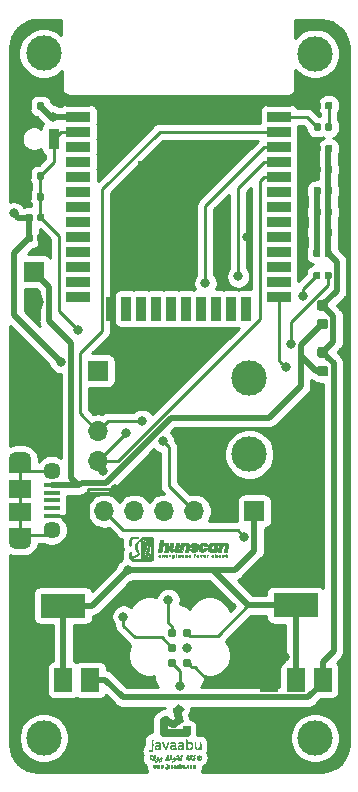
<source format=gtl>
G04 #@! TF.GenerationSoftware,KiCad,Pcbnew,(5.1.4)-1*
G04 #@! TF.CreationDate,2020-07-01T21:20:44+08:00*
G04 #@! TF.ProjectId,esp-break,6573702d-6272-4656-916b-2e6b69636164,rev?*
G04 #@! TF.SameCoordinates,Original*
G04 #@! TF.FileFunction,Copper,L1,Top*
G04 #@! TF.FilePolarity,Positive*
%FSLAX46Y46*%
G04 Gerber Fmt 4.6, Leading zero omitted, Abs format (unit mm)*
G04 Created by KiCad (PCBNEW (5.1.4)-1) date 2020-07-01 21:20:44*
%MOMM*%
%LPD*%
G04 APERTURE LIST*
%ADD10C,0.010000*%
%ADD11C,3.000000*%
%ADD12O,1.700000X1.700000*%
%ADD13R,1.700000X1.700000*%
%ADD14C,0.100000*%
%ADD15C,0.590000*%
%ADD16R,0.900000X1.700000*%
%ADD17C,0.787400*%
%ADD18R,3.800000X2.000000*%
%ADD19R,1.500000X2.000000*%
%ADD20C,0.875000*%
%ADD21R,5.000000X5.000000*%
%ADD22R,2.000000X0.900000*%
%ADD23R,0.900000X2.000000*%
%ADD24R,1.900000X1.500000*%
%ADD25C,1.450000*%
%ADD26R,1.350000X0.400000*%
%ADD27O,1.900000X1.200000*%
%ADD28R,1.900000X1.200000*%
%ADD29C,0.800000*%
%ADD30C,0.250000*%
%ADD31C,0.500000*%
%ADD32C,0.254000*%
G04 APERTURE END LIST*
D10*
G36*
X120045179Y-96662489D02*
G01*
X120080751Y-96683072D01*
X120097030Y-96717429D01*
X120097133Y-96720653D01*
X120081559Y-96736840D01*
X120038074Y-96742666D01*
X120037866Y-96742667D01*
X119998695Y-96747053D01*
X119979112Y-96757838D01*
X119978600Y-96760131D01*
X119991969Y-96781776D01*
X120022091Y-96788484D01*
X120053991Y-96777160D01*
X120055425Y-96776015D01*
X120083193Y-96762909D01*
X120093752Y-96774478D01*
X120080539Y-96801524D01*
X120041657Y-96824793D01*
X119991897Y-96817804D01*
X119974366Y-96809043D01*
X119952062Y-96779134D01*
X119945248Y-96734803D01*
X119951266Y-96708800D01*
X119987066Y-96708800D01*
X119993140Y-96721283D01*
X120020933Y-96725733D01*
X120050361Y-96720466D01*
X120054800Y-96708800D01*
X120030228Y-96693048D01*
X120020933Y-96691867D01*
X119992529Y-96702602D01*
X119987066Y-96708800D01*
X119951266Y-96708800D01*
X119955082Y-96692313D01*
X119965053Y-96678320D01*
X120002538Y-96659599D01*
X120045179Y-96662489D01*
X120045179Y-96662489D01*
G37*
X120045179Y-96662489D02*
X120080751Y-96683072D01*
X120097030Y-96717429D01*
X120097133Y-96720653D01*
X120081559Y-96736840D01*
X120038074Y-96742666D01*
X120037866Y-96742667D01*
X119998695Y-96747053D01*
X119979112Y-96757838D01*
X119978600Y-96760131D01*
X119991969Y-96781776D01*
X120022091Y-96788484D01*
X120053991Y-96777160D01*
X120055425Y-96776015D01*
X120083193Y-96762909D01*
X120093752Y-96774478D01*
X120080539Y-96801524D01*
X120041657Y-96824793D01*
X119991897Y-96817804D01*
X119974366Y-96809043D01*
X119952062Y-96779134D01*
X119945248Y-96734803D01*
X119951266Y-96708800D01*
X119987066Y-96708800D01*
X119993140Y-96721283D01*
X120020933Y-96725733D01*
X120050361Y-96720466D01*
X120054800Y-96708800D01*
X120030228Y-96693048D01*
X120020933Y-96691867D01*
X119992529Y-96702602D01*
X119987066Y-96708800D01*
X119951266Y-96708800D01*
X119955082Y-96692313D01*
X119965053Y-96678320D01*
X120002538Y-96659599D01*
X120045179Y-96662489D01*
G36*
X119035195Y-96665176D02*
G01*
X119043539Y-96674351D01*
X119024073Y-96698040D01*
X119013400Y-96708800D01*
X118987781Y-96749140D01*
X118979533Y-96785000D01*
X118973737Y-96816823D01*
X118962600Y-96827333D01*
X118952800Y-96812134D01*
X118946687Y-96773399D01*
X118945666Y-96745489D01*
X118946883Y-96696440D01*
X118954208Y-96672370D01*
X118973153Y-96664400D01*
X118996466Y-96663644D01*
X119035195Y-96665176D01*
X119035195Y-96665176D01*
G37*
X119035195Y-96665176D02*
X119043539Y-96674351D01*
X119024073Y-96698040D01*
X119013400Y-96708800D01*
X118987781Y-96749140D01*
X118979533Y-96785000D01*
X118973737Y-96816823D01*
X118962600Y-96827333D01*
X118952800Y-96812134D01*
X118946687Y-96773399D01*
X118945666Y-96745489D01*
X118946883Y-96696440D01*
X118954208Y-96672370D01*
X118973153Y-96664400D01*
X118996466Y-96663644D01*
X119035195Y-96665176D01*
G36*
X119670682Y-96621364D02*
G01*
X119673800Y-96640643D01*
X119679344Y-96663403D01*
X119702365Y-96667594D01*
X119723038Y-96664239D01*
X119763251Y-96662766D01*
X119787156Y-96682678D01*
X119790772Y-96688949D01*
X119803609Y-96727031D01*
X119808676Y-96770835D01*
X119805835Y-96808179D01*
X119794948Y-96826883D01*
X119792333Y-96827333D01*
X119779450Y-96812885D01*
X119775400Y-96786385D01*
X119767334Y-96726723D01*
X119743439Y-96696066D01*
X119724600Y-96691867D01*
X119692534Y-96706874D01*
X119676057Y-96751333D01*
X119673800Y-96786385D01*
X119667825Y-96817539D01*
X119656866Y-96827333D01*
X119648018Y-96811782D01*
X119641960Y-96770585D01*
X119639933Y-96717267D01*
X119642326Y-96659750D01*
X119648664Y-96620371D01*
X119656866Y-96607200D01*
X119670682Y-96621364D01*
X119670682Y-96621364D01*
G37*
X119670682Y-96621364D02*
X119673800Y-96640643D01*
X119679344Y-96663403D01*
X119702365Y-96667594D01*
X119723038Y-96664239D01*
X119763251Y-96662766D01*
X119787156Y-96682678D01*
X119790772Y-96688949D01*
X119803609Y-96727031D01*
X119808676Y-96770835D01*
X119805835Y-96808179D01*
X119794948Y-96826883D01*
X119792333Y-96827333D01*
X119779450Y-96812885D01*
X119775400Y-96786385D01*
X119767334Y-96726723D01*
X119743439Y-96696066D01*
X119724600Y-96691867D01*
X119692534Y-96706874D01*
X119676057Y-96751333D01*
X119673800Y-96786385D01*
X119667825Y-96817539D01*
X119656866Y-96827333D01*
X119648018Y-96811782D01*
X119641960Y-96770585D01*
X119639933Y-96717267D01*
X119642326Y-96659750D01*
X119648664Y-96620371D01*
X119656866Y-96607200D01*
X119670682Y-96621364D01*
G36*
X118182512Y-96662489D02*
G01*
X118218084Y-96683072D01*
X118234364Y-96717429D01*
X118234467Y-96720653D01*
X118218892Y-96736840D01*
X118175407Y-96742666D01*
X118175200Y-96742667D01*
X118136028Y-96747053D01*
X118116446Y-96757838D01*
X118115933Y-96760131D01*
X118129302Y-96781776D01*
X118159424Y-96788484D01*
X118191325Y-96777160D01*
X118192758Y-96776015D01*
X118220527Y-96762909D01*
X118231085Y-96774478D01*
X118217873Y-96801524D01*
X118178991Y-96824793D01*
X118129230Y-96817804D01*
X118111700Y-96809043D01*
X118089396Y-96779134D01*
X118082581Y-96734803D01*
X118088599Y-96708800D01*
X118124400Y-96708800D01*
X118130395Y-96721356D01*
X118157267Y-96725733D01*
X118189565Y-96720059D01*
X118200600Y-96708800D01*
X118186462Y-96694905D01*
X118167733Y-96691867D01*
X118135316Y-96699642D01*
X118124400Y-96708800D01*
X118088599Y-96708800D01*
X118092416Y-96692313D01*
X118102386Y-96678320D01*
X118139871Y-96659599D01*
X118182512Y-96662489D01*
X118182512Y-96662489D01*
G37*
X118182512Y-96662489D02*
X118218084Y-96683072D01*
X118234364Y-96717429D01*
X118234467Y-96720653D01*
X118218892Y-96736840D01*
X118175407Y-96742666D01*
X118175200Y-96742667D01*
X118136028Y-96747053D01*
X118116446Y-96757838D01*
X118115933Y-96760131D01*
X118129302Y-96781776D01*
X118159424Y-96788484D01*
X118191325Y-96777160D01*
X118192758Y-96776015D01*
X118220527Y-96762909D01*
X118231085Y-96774478D01*
X118217873Y-96801524D01*
X118178991Y-96824793D01*
X118129230Y-96817804D01*
X118111700Y-96809043D01*
X118089396Y-96779134D01*
X118082581Y-96734803D01*
X118088599Y-96708800D01*
X118124400Y-96708800D01*
X118130395Y-96721356D01*
X118157267Y-96725733D01*
X118189565Y-96720059D01*
X118200600Y-96708800D01*
X118186462Y-96694905D01*
X118167733Y-96691867D01*
X118135316Y-96699642D01*
X118124400Y-96708800D01*
X118088599Y-96708800D01*
X118092416Y-96692313D01*
X118102386Y-96678320D01*
X118139871Y-96659599D01*
X118182512Y-96662489D01*
G36*
X117505179Y-96662489D02*
G01*
X117540751Y-96683072D01*
X117557030Y-96717429D01*
X117557133Y-96720653D01*
X117541559Y-96736840D01*
X117498074Y-96742666D01*
X117497867Y-96742667D01*
X117458695Y-96747053D01*
X117439112Y-96757838D01*
X117438600Y-96760131D01*
X117451969Y-96781776D01*
X117482091Y-96788484D01*
X117513991Y-96777160D01*
X117515425Y-96776015D01*
X117543193Y-96762909D01*
X117553752Y-96774478D01*
X117540539Y-96801524D01*
X117501657Y-96824793D01*
X117451897Y-96817804D01*
X117434367Y-96809043D01*
X117412062Y-96779134D01*
X117405248Y-96734803D01*
X117411266Y-96708800D01*
X117447067Y-96708800D01*
X117453140Y-96721283D01*
X117480933Y-96725733D01*
X117510361Y-96720466D01*
X117514800Y-96708800D01*
X117490228Y-96693048D01*
X117480933Y-96691867D01*
X117452529Y-96702602D01*
X117447067Y-96708800D01*
X117411266Y-96708800D01*
X117415082Y-96692313D01*
X117425053Y-96678320D01*
X117462538Y-96659599D01*
X117505179Y-96662489D01*
X117505179Y-96662489D01*
G37*
X117505179Y-96662489D02*
X117540751Y-96683072D01*
X117557030Y-96717429D01*
X117557133Y-96720653D01*
X117541559Y-96736840D01*
X117498074Y-96742666D01*
X117497867Y-96742667D01*
X117458695Y-96747053D01*
X117439112Y-96757838D01*
X117438600Y-96760131D01*
X117451969Y-96781776D01*
X117482091Y-96788484D01*
X117513991Y-96777160D01*
X117515425Y-96776015D01*
X117543193Y-96762909D01*
X117553752Y-96774478D01*
X117540539Y-96801524D01*
X117501657Y-96824793D01*
X117451897Y-96817804D01*
X117434367Y-96809043D01*
X117412062Y-96779134D01*
X117405248Y-96734803D01*
X117411266Y-96708800D01*
X117447067Y-96708800D01*
X117453140Y-96721283D01*
X117480933Y-96725733D01*
X117510361Y-96720466D01*
X117514800Y-96708800D01*
X117490228Y-96693048D01*
X117480933Y-96691867D01*
X117452529Y-96702602D01*
X117447067Y-96708800D01*
X117411266Y-96708800D01*
X117415082Y-96692313D01*
X117425053Y-96678320D01*
X117462538Y-96659599D01*
X117505179Y-96662489D01*
G36*
X120343664Y-96666019D02*
G01*
X120375253Y-96682164D01*
X120385000Y-96700656D01*
X120375976Y-96723476D01*
X120352465Y-96718161D01*
X120338725Y-96706551D01*
X120308404Y-96694532D01*
X120279984Y-96707971D01*
X120266514Y-96740346D01*
X120266466Y-96742667D01*
X120279123Y-96777243D01*
X120309200Y-96789625D01*
X120343291Y-96776015D01*
X120371060Y-96762909D01*
X120381618Y-96774478D01*
X120368406Y-96801524D01*
X120329666Y-96825097D01*
X120282373Y-96818538D01*
X120259784Y-96805331D01*
X120238638Y-96771629D01*
X120236482Y-96726276D01*
X120252353Y-96684987D01*
X120268079Y-96669914D01*
X120303354Y-96660730D01*
X120343664Y-96666019D01*
X120343664Y-96666019D01*
G37*
X120343664Y-96666019D02*
X120375253Y-96682164D01*
X120385000Y-96700656D01*
X120375976Y-96723476D01*
X120352465Y-96718161D01*
X120338725Y-96706551D01*
X120308404Y-96694532D01*
X120279984Y-96707971D01*
X120266514Y-96740346D01*
X120266466Y-96742667D01*
X120279123Y-96777243D01*
X120309200Y-96789625D01*
X120343291Y-96776015D01*
X120371060Y-96762909D01*
X120381618Y-96774478D01*
X120368406Y-96801524D01*
X120329666Y-96825097D01*
X120282373Y-96818538D01*
X120259784Y-96805331D01*
X120238638Y-96771629D01*
X120236482Y-96726276D01*
X120252353Y-96684987D01*
X120268079Y-96669914D01*
X120303354Y-96660730D01*
X120343664Y-96666019D01*
G36*
X117222200Y-96663807D02*
G01*
X117252673Y-96683809D01*
X117265890Y-96711695D01*
X117254494Y-96722426D01*
X117227558Y-96709318D01*
X117191893Y-96695717D01*
X117162350Y-96709215D01*
X117150733Y-96742667D01*
X117163389Y-96777243D01*
X117193466Y-96789625D01*
X117227558Y-96776015D01*
X117255327Y-96762909D01*
X117265885Y-96774478D01*
X117252673Y-96801524D01*
X117215315Y-96823578D01*
X117169340Y-96824039D01*
X117137186Y-96807013D01*
X117121539Y-96775349D01*
X117116867Y-96742667D01*
X117124259Y-96701372D01*
X117137186Y-96678320D01*
X117176382Y-96659904D01*
X117222200Y-96663807D01*
X117222200Y-96663807D01*
G37*
X117222200Y-96663807D02*
X117252673Y-96683809D01*
X117265890Y-96711695D01*
X117254494Y-96722426D01*
X117227558Y-96709318D01*
X117191893Y-96695717D01*
X117162350Y-96709215D01*
X117150733Y-96742667D01*
X117163389Y-96777243D01*
X117193466Y-96789625D01*
X117227558Y-96776015D01*
X117255327Y-96762909D01*
X117265885Y-96774478D01*
X117252673Y-96801524D01*
X117215315Y-96823578D01*
X117169340Y-96824039D01*
X117137186Y-96807013D01*
X117121539Y-96775349D01*
X117116867Y-96742667D01*
X117124259Y-96701372D01*
X117137186Y-96678320D01*
X117176382Y-96659904D01*
X117222200Y-96663807D01*
G36*
X117994025Y-95640314D02*
G01*
X118063568Y-95659230D01*
X118082009Y-95668315D01*
X118137646Y-95711917D01*
X118183535Y-95767542D01*
X118212001Y-95824550D01*
X118217533Y-95856171D01*
X118215631Y-95876443D01*
X118205176Y-95888327D01*
X118179049Y-95894058D01*
X118130129Y-95895867D01*
X118090533Y-95896000D01*
X118023192Y-95894605D01*
X117983687Y-95889647D01*
X117966071Y-95879964D01*
X117963533Y-95871196D01*
X117948492Y-95842203D01*
X117910747Y-95821209D01*
X117861362Y-95813659D01*
X117848396Y-95814523D01*
X117812469Y-95827148D01*
X117802667Y-95853667D01*
X117808520Y-95872345D01*
X117829886Y-95889582D01*
X117872470Y-95908579D01*
X117941979Y-95932537D01*
X117945094Y-95933545D01*
X118044673Y-95970454D01*
X118114355Y-96008652D01*
X118158038Y-96051605D01*
X118179620Y-96102778D01*
X118183667Y-96145542D01*
X118177774Y-96204494D01*
X118163168Y-96257873D01*
X118158728Y-96267640D01*
X118116740Y-96315557D01*
X118049668Y-96354278D01*
X117965592Y-96381453D01*
X117872598Y-96394731D01*
X117778766Y-96391763D01*
X117748927Y-96386803D01*
X117655324Y-96356608D01*
X117580780Y-96310317D01*
X117529868Y-96251993D01*
X117507155Y-96185701D01*
X117506396Y-96171167D01*
X117508716Y-96151177D01*
X117520664Y-96139759D01*
X117549601Y-96134530D01*
X117602889Y-96133107D01*
X117624097Y-96133066D01*
X117689486Y-96134612D01*
X117731686Y-96141117D01*
X117761305Y-96155389D01*
X117784194Y-96175400D01*
X117833085Y-96208335D01*
X117883053Y-96216125D01*
X117924509Y-96197714D01*
X117930372Y-96191483D01*
X117941362Y-96167163D01*
X117929308Y-96144738D01*
X117891283Y-96122156D01*
X117824358Y-96097368D01*
X117774158Y-96082047D01*
X117677740Y-96047992D01*
X117611337Y-96009079D01*
X117571119Y-95961666D01*
X117553255Y-95902112D01*
X117551489Y-95870313D01*
X117564977Y-95788774D01*
X117606975Y-95721948D01*
X117677437Y-95667499D01*
X117738289Y-95645227D01*
X117819357Y-95633288D01*
X117908612Y-95631659D01*
X117994025Y-95640314D01*
X117994025Y-95640314D01*
G37*
X117994025Y-95640314D02*
X118063568Y-95659230D01*
X118082009Y-95668315D01*
X118137646Y-95711917D01*
X118183535Y-95767542D01*
X118212001Y-95824550D01*
X118217533Y-95856171D01*
X118215631Y-95876443D01*
X118205176Y-95888327D01*
X118179049Y-95894058D01*
X118130129Y-95895867D01*
X118090533Y-95896000D01*
X118023192Y-95894605D01*
X117983687Y-95889647D01*
X117966071Y-95879964D01*
X117963533Y-95871196D01*
X117948492Y-95842203D01*
X117910747Y-95821209D01*
X117861362Y-95813659D01*
X117848396Y-95814523D01*
X117812469Y-95827148D01*
X117802667Y-95853667D01*
X117808520Y-95872345D01*
X117829886Y-95889582D01*
X117872470Y-95908579D01*
X117941979Y-95932537D01*
X117945094Y-95933545D01*
X118044673Y-95970454D01*
X118114355Y-96008652D01*
X118158038Y-96051605D01*
X118179620Y-96102778D01*
X118183667Y-96145542D01*
X118177774Y-96204494D01*
X118163168Y-96257873D01*
X118158728Y-96267640D01*
X118116740Y-96315557D01*
X118049668Y-96354278D01*
X117965592Y-96381453D01*
X117872598Y-96394731D01*
X117778766Y-96391763D01*
X117748927Y-96386803D01*
X117655324Y-96356608D01*
X117580780Y-96310317D01*
X117529868Y-96251993D01*
X117507155Y-96185701D01*
X117506396Y-96171167D01*
X117508716Y-96151177D01*
X117520664Y-96139759D01*
X117549601Y-96134530D01*
X117602889Y-96133107D01*
X117624097Y-96133066D01*
X117689486Y-96134612D01*
X117731686Y-96141117D01*
X117761305Y-96155389D01*
X117784194Y-96175400D01*
X117833085Y-96208335D01*
X117883053Y-96216125D01*
X117924509Y-96197714D01*
X117930372Y-96191483D01*
X117941362Y-96167163D01*
X117929308Y-96144738D01*
X117891283Y-96122156D01*
X117824358Y-96097368D01*
X117774158Y-96082047D01*
X117677740Y-96047992D01*
X117611337Y-96009079D01*
X117571119Y-95961666D01*
X117553255Y-95902112D01*
X117551489Y-95870313D01*
X117564977Y-95788774D01*
X117606975Y-95721948D01*
X117677437Y-95667499D01*
X117738289Y-95645227D01*
X117819357Y-95633288D01*
X117908612Y-95631659D01*
X117994025Y-95640314D01*
G36*
X118786234Y-95639121D02*
G01*
X118869731Y-95671528D01*
X118938898Y-95725355D01*
X118988317Y-95801088D01*
X118989878Y-95804749D01*
X119011014Y-95860692D01*
X119015537Y-95896929D01*
X118999364Y-95917701D01*
X118958415Y-95927250D01*
X118888607Y-95929817D01*
X118869467Y-95929867D01*
X118797780Y-95928827D01*
X118753904Y-95924986D01*
X118731829Y-95917260D01*
X118725541Y-95904566D01*
X118725533Y-95903921D01*
X118711428Y-95878561D01*
X118687433Y-95863813D01*
X118629805Y-95857328D01*
X118580932Y-95882416D01*
X118542775Y-95937472D01*
X118521928Y-95999289D01*
X118511260Y-96053383D01*
X118512356Y-96088961D01*
X118526024Y-96119553D01*
X118529432Y-96124889D01*
X118568673Y-96159488D01*
X118616727Y-96164224D01*
X118666454Y-96139112D01*
X118681717Y-96124600D01*
X118705444Y-96102736D01*
X118732528Y-96089997D01*
X118772521Y-96083983D01*
X118834974Y-96082296D01*
X118850242Y-96082266D01*
X118922473Y-96083924D01*
X118963888Y-96091825D01*
X118977485Y-96110363D01*
X118966262Y-96143931D01*
X118933220Y-96196923D01*
X118930886Y-96200404D01*
X118853693Y-96286471D01*
X118755521Y-96351071D01*
X118656292Y-96385808D01*
X118600722Y-96397035D01*
X118561640Y-96401031D01*
X118523424Y-96397675D01*
X118470449Y-96386848D01*
X118459022Y-96384294D01*
X118374632Y-96349659D01*
X118309236Y-96290808D01*
X118264439Y-96212592D01*
X118241850Y-96119858D01*
X118243075Y-96017456D01*
X118269722Y-95910234D01*
X118287689Y-95867443D01*
X118343402Y-95781479D01*
X118417289Y-95714035D01*
X118503933Y-95665593D01*
X118597917Y-95636638D01*
X118693823Y-95627653D01*
X118786234Y-95639121D01*
X118786234Y-95639121D01*
G37*
X118786234Y-95639121D02*
X118869731Y-95671528D01*
X118938898Y-95725355D01*
X118988317Y-95801088D01*
X118989878Y-95804749D01*
X119011014Y-95860692D01*
X119015537Y-95896929D01*
X118999364Y-95917701D01*
X118958415Y-95927250D01*
X118888607Y-95929817D01*
X118869467Y-95929867D01*
X118797780Y-95928827D01*
X118753904Y-95924986D01*
X118731829Y-95917260D01*
X118725541Y-95904566D01*
X118725533Y-95903921D01*
X118711428Y-95878561D01*
X118687433Y-95863813D01*
X118629805Y-95857328D01*
X118580932Y-95882416D01*
X118542775Y-95937472D01*
X118521928Y-95999289D01*
X118511260Y-96053383D01*
X118512356Y-96088961D01*
X118526024Y-96119553D01*
X118529432Y-96124889D01*
X118568673Y-96159488D01*
X118616727Y-96164224D01*
X118666454Y-96139112D01*
X118681717Y-96124600D01*
X118705444Y-96102736D01*
X118732528Y-96089997D01*
X118772521Y-96083983D01*
X118834974Y-96082296D01*
X118850242Y-96082266D01*
X118922473Y-96083924D01*
X118963888Y-96091825D01*
X118977485Y-96110363D01*
X118966262Y-96143931D01*
X118933220Y-96196923D01*
X118930886Y-96200404D01*
X118853693Y-96286471D01*
X118755521Y-96351071D01*
X118656292Y-96385808D01*
X118600722Y-96397035D01*
X118561640Y-96401031D01*
X118523424Y-96397675D01*
X118470449Y-96386848D01*
X118459022Y-96384294D01*
X118374632Y-96349659D01*
X118309236Y-96290808D01*
X118264439Y-96212592D01*
X118241850Y-96119858D01*
X118243075Y-96017456D01*
X118269722Y-95910234D01*
X118287689Y-95867443D01*
X118343402Y-95781479D01*
X118417289Y-95714035D01*
X118503933Y-95665593D01*
X118597917Y-95636638D01*
X118693823Y-95627653D01*
X118786234Y-95639121D01*
G36*
X119508798Y-95642161D02*
G01*
X119565393Y-95666793D01*
X119593552Y-95693583D01*
X119618164Y-95722571D01*
X119634233Y-95719233D01*
X119639933Y-95684333D01*
X119641356Y-95663419D01*
X119650210Y-95650856D01*
X119673370Y-95644517D01*
X119717712Y-95642275D01*
X119776745Y-95642000D01*
X119913557Y-95642000D01*
X119904008Y-95688567D01*
X119898022Y-95720143D01*
X119887389Y-95778616D01*
X119873268Y-95857519D01*
X119856816Y-95950384D01*
X119842566Y-96031466D01*
X119825227Y-96129366D01*
X119809328Y-96217061D01*
X119795991Y-96288522D01*
X119786339Y-96337715D01*
X119781896Y-96357433D01*
X119772080Y-96372885D01*
X119749197Y-96381934D01*
X119706060Y-96386138D01*
X119645142Y-96387067D01*
X119517166Y-96387067D01*
X119527603Y-96334885D01*
X119538039Y-96282703D01*
X119486860Y-96325768D01*
X119431491Y-96361089D01*
X119364559Y-96388517D01*
X119301979Y-96402033D01*
X119284333Y-96402378D01*
X119250664Y-96396815D01*
X119205620Y-96385501D01*
X119141142Y-96350802D01*
X119086303Y-96291661D01*
X119048495Y-96217428D01*
X119037546Y-96172941D01*
X119033848Y-96064822D01*
X119309242Y-96064822D01*
X119335039Y-96120634D01*
X119383036Y-96158426D01*
X119439647Y-96165010D01*
X119499527Y-96140034D01*
X119510242Y-96132158D01*
X119551028Y-96084049D01*
X119577029Y-96022144D01*
X119584168Y-95959590D01*
X119575471Y-95921817D01*
X119541254Y-95882081D01*
X119491346Y-95865076D01*
X119434860Y-95870477D01*
X119380913Y-95897960D01*
X119349758Y-95929867D01*
X119313617Y-95999410D01*
X119309242Y-96064822D01*
X119033848Y-96064822D01*
X119033565Y-96056576D01*
X119054441Y-95944211D01*
X119096951Y-95841190D01*
X119157871Y-95752858D01*
X119233980Y-95684557D01*
X119322055Y-95641633D01*
X119363616Y-95632186D01*
X119438041Y-95629691D01*
X119508798Y-95642161D01*
X119508798Y-95642161D01*
G37*
X119508798Y-95642161D02*
X119565393Y-95666793D01*
X119593552Y-95693583D01*
X119618164Y-95722571D01*
X119634233Y-95719233D01*
X119639933Y-95684333D01*
X119641356Y-95663419D01*
X119650210Y-95650856D01*
X119673370Y-95644517D01*
X119717712Y-95642275D01*
X119776745Y-95642000D01*
X119913557Y-95642000D01*
X119904008Y-95688567D01*
X119898022Y-95720143D01*
X119887389Y-95778616D01*
X119873268Y-95857519D01*
X119856816Y-95950384D01*
X119842566Y-96031466D01*
X119825227Y-96129366D01*
X119809328Y-96217061D01*
X119795991Y-96288522D01*
X119786339Y-96337715D01*
X119781896Y-96357433D01*
X119772080Y-96372885D01*
X119749197Y-96381934D01*
X119706060Y-96386138D01*
X119645142Y-96387067D01*
X119517166Y-96387067D01*
X119527603Y-96334885D01*
X119538039Y-96282703D01*
X119486860Y-96325768D01*
X119431491Y-96361089D01*
X119364559Y-96388517D01*
X119301979Y-96402033D01*
X119284333Y-96402378D01*
X119250664Y-96396815D01*
X119205620Y-96385501D01*
X119141142Y-96350802D01*
X119086303Y-96291661D01*
X119048495Y-96217428D01*
X119037546Y-96172941D01*
X119033848Y-96064822D01*
X119309242Y-96064822D01*
X119335039Y-96120634D01*
X119383036Y-96158426D01*
X119439647Y-96165010D01*
X119499527Y-96140034D01*
X119510242Y-96132158D01*
X119551028Y-96084049D01*
X119577029Y-96022144D01*
X119584168Y-95959590D01*
X119575471Y-95921817D01*
X119541254Y-95882081D01*
X119491346Y-95865076D01*
X119434860Y-95870477D01*
X119380913Y-95897960D01*
X119349758Y-95929867D01*
X119313617Y-95999410D01*
X119309242Y-96064822D01*
X119033848Y-96064822D01*
X119033565Y-96056576D01*
X119054441Y-95944211D01*
X119096951Y-95841190D01*
X119157871Y-95752858D01*
X119233980Y-95684557D01*
X119322055Y-95641633D01*
X119363616Y-95632186D01*
X119438041Y-95629691D01*
X119508798Y-95642161D01*
G36*
X119457400Y-96663807D02*
G01*
X119487873Y-96683809D01*
X119501090Y-96711695D01*
X119489694Y-96722426D01*
X119462758Y-96709318D01*
X119427093Y-96695717D01*
X119397550Y-96709215D01*
X119385933Y-96742667D01*
X119398589Y-96777243D01*
X119428666Y-96789625D01*
X119462758Y-96776015D01*
X119490527Y-96762909D01*
X119501085Y-96774478D01*
X119487873Y-96801524D01*
X119448991Y-96824793D01*
X119399230Y-96817804D01*
X119381700Y-96809043D01*
X119359396Y-96779134D01*
X119352581Y-96734803D01*
X119362416Y-96692313D01*
X119372386Y-96678320D01*
X119411582Y-96659904D01*
X119457400Y-96663807D01*
X119457400Y-96663807D01*
G37*
X119457400Y-96663807D02*
X119487873Y-96683809D01*
X119501090Y-96711695D01*
X119489694Y-96722426D01*
X119462758Y-96709318D01*
X119427093Y-96695717D01*
X119397550Y-96709215D01*
X119385933Y-96742667D01*
X119398589Y-96777243D01*
X119428666Y-96789625D01*
X119462758Y-96776015D01*
X119490527Y-96762909D01*
X119501085Y-96774478D01*
X119487873Y-96801524D01*
X119448991Y-96824793D01*
X119399230Y-96817804D01*
X119381700Y-96809043D01*
X119359396Y-96779134D01*
X119352581Y-96734803D01*
X119362416Y-96692313D01*
X119372386Y-96678320D01*
X119411582Y-96659904D01*
X119457400Y-96663807D01*
G36*
X118758245Y-96662489D02*
G01*
X118793817Y-96683072D01*
X118810097Y-96717429D01*
X118810200Y-96720653D01*
X118794625Y-96736840D01*
X118751140Y-96742666D01*
X118750933Y-96742667D01*
X118711762Y-96747053D01*
X118692179Y-96757838D01*
X118691667Y-96760131D01*
X118705035Y-96781776D01*
X118735158Y-96788484D01*
X118767058Y-96777160D01*
X118768491Y-96776015D01*
X118796260Y-96762909D01*
X118806818Y-96774478D01*
X118793606Y-96801524D01*
X118754724Y-96824793D01*
X118704964Y-96817804D01*
X118687433Y-96809043D01*
X118665129Y-96779134D01*
X118658315Y-96734803D01*
X118664333Y-96708800D01*
X118700133Y-96708800D01*
X118706207Y-96721283D01*
X118734000Y-96725733D01*
X118763427Y-96720466D01*
X118767867Y-96708800D01*
X118743295Y-96693048D01*
X118734000Y-96691867D01*
X118705596Y-96702602D01*
X118700133Y-96708800D01*
X118664333Y-96708800D01*
X118668149Y-96692313D01*
X118678120Y-96678320D01*
X118715605Y-96659599D01*
X118758245Y-96662489D01*
X118758245Y-96662489D01*
G37*
X118758245Y-96662489D02*
X118793817Y-96683072D01*
X118810097Y-96717429D01*
X118810200Y-96720653D01*
X118794625Y-96736840D01*
X118751140Y-96742666D01*
X118750933Y-96742667D01*
X118711762Y-96747053D01*
X118692179Y-96757838D01*
X118691667Y-96760131D01*
X118705035Y-96781776D01*
X118735158Y-96788484D01*
X118767058Y-96777160D01*
X118768491Y-96776015D01*
X118796260Y-96762909D01*
X118806818Y-96774478D01*
X118793606Y-96801524D01*
X118754724Y-96824793D01*
X118704964Y-96817804D01*
X118687433Y-96809043D01*
X118665129Y-96779134D01*
X118658315Y-96734803D01*
X118664333Y-96708800D01*
X118700133Y-96708800D01*
X118706207Y-96721283D01*
X118734000Y-96725733D01*
X118763427Y-96720466D01*
X118767867Y-96708800D01*
X118743295Y-96693048D01*
X118734000Y-96691867D01*
X118705596Y-96702602D01*
X118700133Y-96708800D01*
X118664333Y-96708800D01*
X118668149Y-96692313D01*
X118678120Y-96678320D01*
X118715605Y-96659599D01*
X118758245Y-96662489D01*
G36*
X115218620Y-95406765D02*
G01*
X115264782Y-95411623D01*
X115287145Y-95418548D01*
X115288067Y-95420377D01*
X115285064Y-95443332D01*
X115277100Y-95490379D01*
X115265741Y-95552380D01*
X115262669Y-95568544D01*
X115247729Y-95648834D01*
X115239734Y-95700306D01*
X115238732Y-95727297D01*
X115244767Y-95734146D01*
X115257887Y-95725190D01*
X115264271Y-95719015D01*
X115327751Y-95674660D01*
X115407989Y-95645471D01*
X115493403Y-95633542D01*
X115572412Y-95640966D01*
X115612766Y-95656027D01*
X115654637Y-95685484D01*
X115684268Y-95725029D01*
X115702135Y-95778598D01*
X115708714Y-95850127D01*
X115704480Y-95943552D01*
X115689909Y-96062811D01*
X115673995Y-96162700D01*
X115635938Y-96387067D01*
X115504336Y-96387067D01*
X115442465Y-96385564D01*
X115396289Y-96381580D01*
X115373917Y-96375897D01*
X115372990Y-96374367D01*
X115375960Y-96353479D01*
X115383814Y-96306603D01*
X115395296Y-96241055D01*
X115406857Y-96176764D01*
X115420646Y-96096890D01*
X115431695Y-96025254D01*
X115438683Y-95970897D01*
X115440467Y-95946556D01*
X115426243Y-95894478D01*
X115389135Y-95859617D01*
X115337488Y-95846086D01*
X115279645Y-95857998D01*
X115270195Y-95862635D01*
X115233296Y-95896060D01*
X115203802Y-95954653D01*
X115180207Y-96041890D01*
X115171225Y-96090733D01*
X115158125Y-96167367D01*
X115143982Y-96245836D01*
X115134006Y-96298167D01*
X115116332Y-96387067D01*
X114854391Y-96387067D01*
X115025527Y-95404933D01*
X115156797Y-95404933D01*
X115218620Y-95406765D01*
X115218620Y-95406765D01*
G37*
X115218620Y-95406765D02*
X115264782Y-95411623D01*
X115287145Y-95418548D01*
X115288067Y-95420377D01*
X115285064Y-95443332D01*
X115277100Y-95490379D01*
X115265741Y-95552380D01*
X115262669Y-95568544D01*
X115247729Y-95648834D01*
X115239734Y-95700306D01*
X115238732Y-95727297D01*
X115244767Y-95734146D01*
X115257887Y-95725190D01*
X115264271Y-95719015D01*
X115327751Y-95674660D01*
X115407989Y-95645471D01*
X115493403Y-95633542D01*
X115572412Y-95640966D01*
X115612766Y-95656027D01*
X115654637Y-95685484D01*
X115684268Y-95725029D01*
X115702135Y-95778598D01*
X115708714Y-95850127D01*
X115704480Y-95943552D01*
X115689909Y-96062811D01*
X115673995Y-96162700D01*
X115635938Y-96387067D01*
X115504336Y-96387067D01*
X115442465Y-96385564D01*
X115396289Y-96381580D01*
X115373917Y-96375897D01*
X115372990Y-96374367D01*
X115375960Y-96353479D01*
X115383814Y-96306603D01*
X115395296Y-96241055D01*
X115406857Y-96176764D01*
X115420646Y-96096890D01*
X115431695Y-96025254D01*
X115438683Y-95970897D01*
X115440467Y-95946556D01*
X115426243Y-95894478D01*
X115389135Y-95859617D01*
X115337488Y-95846086D01*
X115279645Y-95857998D01*
X115270195Y-95862635D01*
X115233296Y-95896060D01*
X115203802Y-95954653D01*
X115180207Y-96041890D01*
X115171225Y-96090733D01*
X115158125Y-96167367D01*
X115143982Y-96245836D01*
X115134006Y-96298167D01*
X115116332Y-96387067D01*
X114854391Y-96387067D01*
X115025527Y-95404933D01*
X115156797Y-95404933D01*
X115218620Y-95406765D01*
G36*
X112970507Y-95134584D02*
G01*
X113041385Y-95136690D01*
X113088989Y-95140847D01*
X113118609Y-95147586D01*
X113135532Y-95157437D01*
X113138711Y-95160819D01*
X113151814Y-95193465D01*
X113143231Y-95215853D01*
X113130665Y-95227601D01*
X113106444Y-95236298D01*
X113065264Y-95242713D01*
X113001822Y-95247615D01*
X112910814Y-95251773D01*
X112890213Y-95252533D01*
X112784762Y-95257892D01*
X112700569Y-95265390D01*
X112642138Y-95274530D01*
X112617008Y-95282668D01*
X112582863Y-95308183D01*
X112558339Y-95343238D01*
X112542027Y-95393182D01*
X112532519Y-95463361D01*
X112528407Y-95559121D01*
X112527933Y-95620839D01*
X112526569Y-95725097D01*
X112521500Y-95799278D01*
X112511261Y-95847098D01*
X112494387Y-95872274D01*
X112469414Y-95878520D01*
X112434878Y-95869553D01*
X112430567Y-95867852D01*
X112421760Y-95854248D01*
X112415532Y-95819339D01*
X112411602Y-95759646D01*
X112409692Y-95671688D01*
X112409400Y-95603976D01*
X112409738Y-95504512D01*
X112411300Y-95432362D01*
X112414904Y-95380980D01*
X112421373Y-95343816D01*
X112431526Y-95314321D01*
X112446182Y-95285947D01*
X112450073Y-95279239D01*
X112492607Y-95224985D01*
X112546354Y-95179212D01*
X112558212Y-95171918D01*
X112587853Y-95156865D01*
X112618580Y-95146395D01*
X112657135Y-95139691D01*
X112710260Y-95135937D01*
X112784697Y-95134314D01*
X112871065Y-95134000D01*
X112970507Y-95134584D01*
X112970507Y-95134584D01*
G37*
X112970507Y-95134584D02*
X113041385Y-95136690D01*
X113088989Y-95140847D01*
X113118609Y-95147586D01*
X113135532Y-95157437D01*
X113138711Y-95160819D01*
X113151814Y-95193465D01*
X113143231Y-95215853D01*
X113130665Y-95227601D01*
X113106444Y-95236298D01*
X113065264Y-95242713D01*
X113001822Y-95247615D01*
X112910814Y-95251773D01*
X112890213Y-95252533D01*
X112784762Y-95257892D01*
X112700569Y-95265390D01*
X112642138Y-95274530D01*
X112617008Y-95282668D01*
X112582863Y-95308183D01*
X112558339Y-95343238D01*
X112542027Y-95393182D01*
X112532519Y-95463361D01*
X112528407Y-95559121D01*
X112527933Y-95620839D01*
X112526569Y-95725097D01*
X112521500Y-95799278D01*
X112511261Y-95847098D01*
X112494387Y-95872274D01*
X112469414Y-95878520D01*
X112434878Y-95869553D01*
X112430567Y-95867852D01*
X112421760Y-95854248D01*
X112415532Y-95819339D01*
X112411602Y-95759646D01*
X112409692Y-95671688D01*
X112409400Y-95603976D01*
X112409738Y-95504512D01*
X112411300Y-95432362D01*
X112414904Y-95380980D01*
X112421373Y-95343816D01*
X112431526Y-95314321D01*
X112446182Y-95285947D01*
X112450073Y-95279239D01*
X112492607Y-95224985D01*
X112546354Y-95179212D01*
X112558212Y-95171918D01*
X112587853Y-95156865D01*
X112618580Y-95146395D01*
X112657135Y-95139691D01*
X112710260Y-95135937D01*
X112784697Y-95134314D01*
X112871065Y-95134000D01*
X112970507Y-95134584D01*
G36*
X120609374Y-95643690D02*
G01*
X120674299Y-95674483D01*
X120720070Y-95729501D01*
X120740180Y-95775064D01*
X120749798Y-95806184D01*
X120754813Y-95837277D01*
X120754903Y-95875275D01*
X120749744Y-95927109D01*
X120739014Y-95999710D01*
X120726044Y-96078330D01*
X120711082Y-96166255D01*
X120697401Y-96244780D01*
X120686310Y-96306529D01*
X120679116Y-96344126D01*
X120678062Y-96348967D01*
X120671038Y-96368224D01*
X120656077Y-96379609D01*
X120625678Y-96385169D01*
X120572338Y-96386952D01*
X120538434Y-96387067D01*
X120407673Y-96387067D01*
X120448089Y-96163058D01*
X120465920Y-96056754D01*
X120475020Y-95978590D01*
X120474804Y-95923832D01*
X120464689Y-95887750D01*
X120444092Y-95865611D01*
X120412429Y-95852681D01*
X120409727Y-95851985D01*
X120347540Y-95852641D01*
X120290211Y-95882715D01*
X120257790Y-95919343D01*
X120244451Y-95951776D01*
X120228097Y-96009658D01*
X120210753Y-96084946D01*
X120194444Y-96169600D01*
X120193661Y-96174114D01*
X120156931Y-96387067D01*
X119889985Y-96387067D01*
X119899195Y-96340500D01*
X119904871Y-96309610D01*
X119915177Y-96251401D01*
X119929054Y-96171940D01*
X119945442Y-96077292D01*
X119963283Y-95973525D01*
X119964236Y-95967966D01*
X120020066Y-95642000D01*
X120287633Y-95642000D01*
X120277624Y-95692046D01*
X120267615Y-95742093D01*
X120344221Y-95688095D01*
X120396407Y-95655471D01*
X120443591Y-95639279D01*
X120503028Y-95634236D01*
X120520584Y-95634098D01*
X120609374Y-95643690D01*
X120609374Y-95643690D01*
G37*
X120609374Y-95643690D02*
X120674299Y-95674483D01*
X120720070Y-95729501D01*
X120740180Y-95775064D01*
X120749798Y-95806184D01*
X120754813Y-95837277D01*
X120754903Y-95875275D01*
X120749744Y-95927109D01*
X120739014Y-95999710D01*
X120726044Y-96078330D01*
X120711082Y-96166255D01*
X120697401Y-96244780D01*
X120686310Y-96306529D01*
X120679116Y-96344126D01*
X120678062Y-96348967D01*
X120671038Y-96368224D01*
X120656077Y-96379609D01*
X120625678Y-96385169D01*
X120572338Y-96386952D01*
X120538434Y-96387067D01*
X120407673Y-96387067D01*
X120448089Y-96163058D01*
X120465920Y-96056754D01*
X120475020Y-95978590D01*
X120474804Y-95923832D01*
X120464689Y-95887750D01*
X120444092Y-95865611D01*
X120412429Y-95852681D01*
X120409727Y-95851985D01*
X120347540Y-95852641D01*
X120290211Y-95882715D01*
X120257790Y-95919343D01*
X120244451Y-95951776D01*
X120228097Y-96009658D01*
X120210753Y-96084946D01*
X120194444Y-96169600D01*
X120193661Y-96174114D01*
X120156931Y-96387067D01*
X119889985Y-96387067D01*
X119899195Y-96340500D01*
X119904871Y-96309610D01*
X119915177Y-96251401D01*
X119929054Y-96171940D01*
X119945442Y-96077292D01*
X119963283Y-95973525D01*
X119964236Y-95967966D01*
X120020066Y-95642000D01*
X120287633Y-95642000D01*
X120277624Y-95692046D01*
X120267615Y-95742093D01*
X120344221Y-95688095D01*
X120396407Y-95655471D01*
X120443591Y-95639279D01*
X120503028Y-95634236D01*
X120520584Y-95634098D01*
X120609374Y-95643690D01*
G36*
X117307604Y-95637761D02*
G01*
X117377487Y-95669156D01*
X117431614Y-95721460D01*
X117464657Y-95792559D01*
X117472403Y-95854938D01*
X117469468Y-95896179D01*
X117461500Y-95962120D01*
X117449826Y-96044200D01*
X117435773Y-96133856D01*
X117420668Y-96222525D01*
X117405839Y-96301644D01*
X117395833Y-96348967D01*
X117388760Y-96368471D01*
X117373516Y-96379879D01*
X117342475Y-96385336D01*
X117288017Y-96386989D01*
X117260477Y-96387067D01*
X117189187Y-96385042D01*
X117148128Y-96378587D01*
X117133883Y-96367131D01*
X117133800Y-96365910D01*
X117136630Y-96341722D01*
X117144333Y-96291567D01*
X117155729Y-96222799D01*
X117169462Y-96143752D01*
X117185125Y-96048912D01*
X117193219Y-95981409D01*
X117194149Y-95935667D01*
X117188320Y-95906110D01*
X117186972Y-95902910D01*
X117153574Y-95864492D01*
X117105297Y-95849242D01*
X117051397Y-95856571D01*
X117001132Y-95885891D01*
X116974838Y-95916395D01*
X116962351Y-95947507D01*
X116946589Y-96004257D01*
X116929493Y-96078824D01*
X116913004Y-96163384D01*
X116911625Y-96171167D01*
X116873700Y-96387067D01*
X116741283Y-96387067D01*
X116679238Y-96386569D01*
X116632910Y-96385248D01*
X116610363Y-96383363D01*
X116609387Y-96382833D01*
X116612344Y-96365678D01*
X116620331Y-96320023D01*
X116632496Y-96250721D01*
X116647987Y-96162625D01*
X116665951Y-96060587D01*
X116674065Y-96014533D01*
X116738223Y-95650467D01*
X116870310Y-95645484D01*
X117002397Y-95640502D01*
X116995227Y-95689356D01*
X116988056Y-95738210D01*
X117056695Y-95690146D01*
X117141880Y-95646144D01*
X117227292Y-95629386D01*
X117307604Y-95637761D01*
X117307604Y-95637761D01*
G37*
X117307604Y-95637761D02*
X117377487Y-95669156D01*
X117431614Y-95721460D01*
X117464657Y-95792559D01*
X117472403Y-95854938D01*
X117469468Y-95896179D01*
X117461500Y-95962120D01*
X117449826Y-96044200D01*
X117435773Y-96133856D01*
X117420668Y-96222525D01*
X117405839Y-96301644D01*
X117395833Y-96348967D01*
X117388760Y-96368471D01*
X117373516Y-96379879D01*
X117342475Y-96385336D01*
X117288017Y-96386989D01*
X117260477Y-96387067D01*
X117189187Y-96385042D01*
X117148128Y-96378587D01*
X117133883Y-96367131D01*
X117133800Y-96365910D01*
X117136630Y-96341722D01*
X117144333Y-96291567D01*
X117155729Y-96222799D01*
X117169462Y-96143752D01*
X117185125Y-96048912D01*
X117193219Y-95981409D01*
X117194149Y-95935667D01*
X117188320Y-95906110D01*
X117186972Y-95902910D01*
X117153574Y-95864492D01*
X117105297Y-95849242D01*
X117051397Y-95856571D01*
X117001132Y-95885891D01*
X116974838Y-95916395D01*
X116962351Y-95947507D01*
X116946589Y-96004257D01*
X116929493Y-96078824D01*
X116913004Y-96163384D01*
X116911625Y-96171167D01*
X116873700Y-96387067D01*
X116741283Y-96387067D01*
X116679238Y-96386569D01*
X116632910Y-96385248D01*
X116610363Y-96383363D01*
X116609387Y-96382833D01*
X116612344Y-96365678D01*
X116620331Y-96320023D01*
X116632496Y-96250721D01*
X116647987Y-96162625D01*
X116665951Y-96060587D01*
X116674065Y-96014533D01*
X116738223Y-95650467D01*
X116870310Y-95645484D01*
X117002397Y-95640502D01*
X116995227Y-95689356D01*
X116988056Y-95738210D01*
X117056695Y-95690146D01*
X117141880Y-95646144D01*
X117227292Y-95629386D01*
X117307604Y-95637761D01*
G36*
X116075836Y-95859936D02*
G01*
X116061403Y-95954975D01*
X116052558Y-96033238D01*
X116049827Y-96088964D01*
X116052618Y-96114073D01*
X116083148Y-96155810D01*
X116129268Y-96174432D01*
X116181988Y-96170122D01*
X116232318Y-96143061D01*
X116261867Y-96109839D01*
X116275418Y-96077347D01*
X116292212Y-96019547D01*
X116310126Y-95944573D01*
X116327036Y-95860555D01*
X116327262Y-95859316D01*
X116365353Y-95650467D01*
X116495576Y-95645521D01*
X116557118Y-95644786D01*
X116603027Y-95647289D01*
X116625136Y-95652499D01*
X116625995Y-95653988D01*
X116623261Y-95673941D01*
X116615505Y-95722200D01*
X116603573Y-95793716D01*
X116588310Y-95883442D01*
X116570563Y-95986327D01*
X116563446Y-96027233D01*
X116500702Y-96387067D01*
X116233642Y-96387067D01*
X116256954Y-96280931D01*
X116193479Y-96329345D01*
X116149912Y-96357779D01*
X116104664Y-96373696D01*
X116043981Y-96381277D01*
X116018068Y-96382669D01*
X115930160Y-96381052D01*
X115870457Y-96366855D01*
X115861059Y-96362164D01*
X115822917Y-96326103D01*
X115790301Y-96269015D01*
X115786666Y-96259977D01*
X115776539Y-96231820D01*
X115769776Y-96205230D01*
X115766770Y-96175291D01*
X115767915Y-96137092D01*
X115773604Y-96085718D01*
X115784230Y-96016255D01*
X115800187Y-95923789D01*
X115821867Y-95803408D01*
X115824270Y-95790167D01*
X115851169Y-95642000D01*
X116112445Y-95642000D01*
X116075836Y-95859936D01*
X116075836Y-95859936D01*
G37*
X116075836Y-95859936D02*
X116061403Y-95954975D01*
X116052558Y-96033238D01*
X116049827Y-96088964D01*
X116052618Y-96114073D01*
X116083148Y-96155810D01*
X116129268Y-96174432D01*
X116181988Y-96170122D01*
X116232318Y-96143061D01*
X116261867Y-96109839D01*
X116275418Y-96077347D01*
X116292212Y-96019547D01*
X116310126Y-95944573D01*
X116327036Y-95860555D01*
X116327262Y-95859316D01*
X116365353Y-95650467D01*
X116495576Y-95645521D01*
X116557118Y-95644786D01*
X116603027Y-95647289D01*
X116625136Y-95652499D01*
X116625995Y-95653988D01*
X116623261Y-95673941D01*
X116615505Y-95722200D01*
X116603573Y-95793716D01*
X116588310Y-95883442D01*
X116570563Y-95986327D01*
X116563446Y-96027233D01*
X116500702Y-96387067D01*
X116233642Y-96387067D01*
X116256954Y-96280931D01*
X116193479Y-96329345D01*
X116149912Y-96357779D01*
X116104664Y-96373696D01*
X116043981Y-96381277D01*
X116018068Y-96382669D01*
X115930160Y-96381052D01*
X115870457Y-96366855D01*
X115861059Y-96362164D01*
X115822917Y-96326103D01*
X115790301Y-96269015D01*
X115786666Y-96259977D01*
X115776539Y-96231820D01*
X115769776Y-96205230D01*
X115766770Y-96175291D01*
X115767915Y-96137092D01*
X115773604Y-96085718D01*
X115784230Y-96016255D01*
X115800187Y-95923789D01*
X115821867Y-95803408D01*
X115824270Y-95790167D01*
X115851169Y-95642000D01*
X116112445Y-95642000D01*
X116075836Y-95859936D01*
G36*
X120565993Y-96621972D02*
G01*
X120571243Y-96657811D01*
X120571266Y-96660624D01*
X120572823Y-96695923D01*
X120581538Y-96702353D01*
X120602233Y-96686024D01*
X120635016Y-96661579D01*
X120648337Y-96662689D01*
X120639601Y-96687941D01*
X120631152Y-96701765D01*
X120612726Y-96734342D01*
X120614534Y-96756067D01*
X120631923Y-96778069D01*
X120651460Y-96809171D01*
X120645410Y-96822867D01*
X120619885Y-96813667D01*
X120605237Y-96802027D01*
X120580755Y-96782220D01*
X120572135Y-96785847D01*
X120571266Y-96799309D01*
X120562877Y-96823479D01*
X120554333Y-96827333D01*
X120545484Y-96811782D01*
X120539426Y-96770585D01*
X120537400Y-96717267D01*
X120539792Y-96659750D01*
X120546130Y-96620371D01*
X120554333Y-96607200D01*
X120565993Y-96621972D01*
X120565993Y-96621972D01*
G37*
X120565993Y-96621972D02*
X120571243Y-96657811D01*
X120571266Y-96660624D01*
X120572823Y-96695923D01*
X120581538Y-96702353D01*
X120602233Y-96686024D01*
X120635016Y-96661579D01*
X120648337Y-96662689D01*
X120639601Y-96687941D01*
X120631152Y-96701765D01*
X120612726Y-96734342D01*
X120614534Y-96756067D01*
X120631923Y-96778069D01*
X120651460Y-96809171D01*
X120645410Y-96822867D01*
X120619885Y-96813667D01*
X120605237Y-96802027D01*
X120580755Y-96782220D01*
X120572135Y-96785847D01*
X120571266Y-96799309D01*
X120562877Y-96823479D01*
X120554333Y-96827333D01*
X120545484Y-96811782D01*
X120539426Y-96770585D01*
X120537400Y-96717267D01*
X120539792Y-96659750D01*
X120546130Y-96620371D01*
X120554333Y-96607200D01*
X120565993Y-96621972D01*
G36*
X118522333Y-96670134D02*
G01*
X118515483Y-96702485D01*
X118498637Y-96745741D01*
X118477352Y-96788438D01*
X118457185Y-96819112D01*
X118446133Y-96827333D01*
X118428203Y-96812895D01*
X118406818Y-96776374D01*
X118397634Y-96754800D01*
X118378187Y-96701148D01*
X118371264Y-96671747D01*
X118376009Y-96659736D01*
X118385553Y-96658000D01*
X118400310Y-96672456D01*
X118417812Y-96708455D01*
X118422533Y-96721500D01*
X118443893Y-96785000D01*
X118468478Y-96721500D01*
X118487935Y-96681910D01*
X118506887Y-96658943D01*
X118519795Y-96657882D01*
X118522333Y-96670134D01*
X118522333Y-96670134D01*
G37*
X118522333Y-96670134D02*
X118515483Y-96702485D01*
X118498637Y-96745741D01*
X118477352Y-96788438D01*
X118457185Y-96819112D01*
X118446133Y-96827333D01*
X118428203Y-96812895D01*
X118406818Y-96776374D01*
X118397634Y-96754800D01*
X118378187Y-96701148D01*
X118371264Y-96671747D01*
X118376009Y-96659736D01*
X118385553Y-96658000D01*
X118400310Y-96672456D01*
X118417812Y-96708455D01*
X118422533Y-96721500D01*
X118443893Y-96785000D01*
X118468478Y-96721500D01*
X118487935Y-96681910D01*
X118506887Y-96658943D01*
X118519795Y-96657882D01*
X118522333Y-96670134D01*
G36*
X117933137Y-96596400D02*
G01*
X117940679Y-96629146D01*
X117940955Y-96641067D01*
X117936865Y-96676746D01*
X117927010Y-96691863D01*
X117926844Y-96691867D01*
X117918006Y-96706896D01*
X117913092Y-96744438D01*
X117912733Y-96759600D01*
X117908793Y-96808285D01*
X117899286Y-96825488D01*
X117887680Y-96812366D01*
X117877443Y-96770075D01*
X117874661Y-96746900D01*
X117875363Y-96676110D01*
X117890280Y-96628367D01*
X117916011Y-96596058D01*
X117933137Y-96596400D01*
X117933137Y-96596400D01*
G37*
X117933137Y-96596400D02*
X117940679Y-96629146D01*
X117940955Y-96641067D01*
X117936865Y-96676746D01*
X117927010Y-96691863D01*
X117926844Y-96691867D01*
X117918006Y-96706896D01*
X117913092Y-96744438D01*
X117912733Y-96759600D01*
X117908793Y-96808285D01*
X117899286Y-96825488D01*
X117887680Y-96812366D01*
X117877443Y-96770075D01*
X117874661Y-96746900D01*
X117875363Y-96676110D01*
X117890280Y-96628367D01*
X117916011Y-96596058D01*
X117933137Y-96596400D01*
G36*
X115843707Y-96696120D02*
G01*
X115863288Y-96706578D01*
X115863800Y-96708800D01*
X115848914Y-96719992D01*
X115812311Y-96725587D01*
X115804533Y-96725733D01*
X115765360Y-96721480D01*
X115745778Y-96711022D01*
X115745266Y-96708800D01*
X115760152Y-96697607D01*
X115796755Y-96692013D01*
X115804533Y-96691867D01*
X115843707Y-96696120D01*
X115843707Y-96696120D01*
G37*
X115843707Y-96696120D02*
X115863288Y-96706578D01*
X115863800Y-96708800D01*
X115848914Y-96719992D01*
X115812311Y-96725587D01*
X115804533Y-96725733D01*
X115765360Y-96721480D01*
X115745778Y-96711022D01*
X115745266Y-96708800D01*
X115760152Y-96697607D01*
X115796755Y-96692013D01*
X115804533Y-96691867D01*
X115843707Y-96696120D01*
G36*
X116613100Y-96662869D02*
G01*
X116676600Y-96664712D01*
X116676600Y-96746022D01*
X116673436Y-96793208D01*
X116665377Y-96822546D01*
X116659667Y-96827333D01*
X116643785Y-96814046D01*
X116642733Y-96807013D01*
X116637735Y-96795232D01*
X116622413Y-96807013D01*
X116589157Y-96825207D01*
X116575000Y-96827333D01*
X116539444Y-96816036D01*
X116527586Y-96807013D01*
X116510977Y-96771882D01*
X116509110Y-96732497D01*
X116543495Y-96732497D01*
X116547737Y-96769318D01*
X116567939Y-96790673D01*
X116593737Y-96787438D01*
X116613384Y-96764112D01*
X116617333Y-96742667D01*
X116606389Y-96706002D01*
X116587649Y-96695080D01*
X116558434Y-96703014D01*
X116543495Y-96732497D01*
X116509110Y-96732497D01*
X116508802Y-96726017D01*
X116520945Y-96687114D01*
X116528433Y-96678519D01*
X116558480Y-96667397D01*
X116604839Y-96662776D01*
X116613100Y-96662869D01*
X116613100Y-96662869D01*
G37*
X116613100Y-96662869D02*
X116676600Y-96664712D01*
X116676600Y-96746022D01*
X116673436Y-96793208D01*
X116665377Y-96822546D01*
X116659667Y-96827333D01*
X116643785Y-96814046D01*
X116642733Y-96807013D01*
X116637735Y-96795232D01*
X116622413Y-96807013D01*
X116589157Y-96825207D01*
X116575000Y-96827333D01*
X116539444Y-96816036D01*
X116527586Y-96807013D01*
X116510977Y-96771882D01*
X116509110Y-96732497D01*
X116543495Y-96732497D01*
X116547737Y-96769318D01*
X116567939Y-96790673D01*
X116593737Y-96787438D01*
X116613384Y-96764112D01*
X116617333Y-96742667D01*
X116606389Y-96706002D01*
X116587649Y-96695080D01*
X116558434Y-96703014D01*
X116543495Y-96732497D01*
X116509110Y-96732497D01*
X116508802Y-96726017D01*
X116520945Y-96687114D01*
X116528433Y-96678519D01*
X116558480Y-96667397D01*
X116604839Y-96662776D01*
X116613100Y-96662869D01*
G36*
X116346782Y-96622751D02*
G01*
X116352840Y-96663948D01*
X116354866Y-96717267D01*
X116352474Y-96774783D01*
X116346136Y-96814162D01*
X116337933Y-96827333D01*
X116329084Y-96811782D01*
X116323026Y-96770585D01*
X116321000Y-96717267D01*
X116323392Y-96659750D01*
X116329730Y-96620371D01*
X116337933Y-96607200D01*
X116346782Y-96622751D01*
X116346782Y-96622751D01*
G37*
X116346782Y-96622751D02*
X116352840Y-96663948D01*
X116354866Y-96717267D01*
X116352474Y-96774783D01*
X116346136Y-96814162D01*
X116337933Y-96827333D01*
X116329084Y-96811782D01*
X116323026Y-96770585D01*
X116321000Y-96717267D01*
X116323392Y-96659750D01*
X116329730Y-96620371D01*
X116337933Y-96607200D01*
X116346782Y-96622751D01*
G36*
X115589615Y-96670020D02*
G01*
X115609204Y-96690753D01*
X115623437Y-96721555D01*
X115618421Y-96736817D01*
X115588280Y-96743584D01*
X115563233Y-96745878D01*
X115523421Y-96753190D01*
X115503759Y-96764790D01*
X115503296Y-96768066D01*
X115518854Y-96783622D01*
X115546635Y-96790576D01*
X115570374Y-96786771D01*
X115575933Y-96777711D01*
X115588125Y-96760327D01*
X115592867Y-96759600D01*
X115608567Y-96770607D01*
X115606257Y-96793799D01*
X115588465Y-96814433D01*
X115583015Y-96817055D01*
X115531490Y-96826229D01*
X115490284Y-96806618D01*
X115484009Y-96800724D01*
X115459846Y-96757291D01*
X115462907Y-96712210D01*
X115465350Y-96708800D01*
X115508200Y-96708800D01*
X115522382Y-96722558D01*
X115542067Y-96725733D01*
X115569583Y-96718642D01*
X115575933Y-96708800D01*
X115561751Y-96695042D01*
X115542067Y-96691867D01*
X115514550Y-96698958D01*
X115508200Y-96708800D01*
X115465350Y-96708800D01*
X115488999Y-96675792D01*
X115533928Y-96658344D01*
X115542067Y-96658000D01*
X115589615Y-96670020D01*
X115589615Y-96670020D01*
G37*
X115589615Y-96670020D02*
X115609204Y-96690753D01*
X115623437Y-96721555D01*
X115618421Y-96736817D01*
X115588280Y-96743584D01*
X115563233Y-96745878D01*
X115523421Y-96753190D01*
X115503759Y-96764790D01*
X115503296Y-96768066D01*
X115518854Y-96783622D01*
X115546635Y-96790576D01*
X115570374Y-96786771D01*
X115575933Y-96777711D01*
X115588125Y-96760327D01*
X115592867Y-96759600D01*
X115608567Y-96770607D01*
X115606257Y-96793799D01*
X115588465Y-96814433D01*
X115583015Y-96817055D01*
X115531490Y-96826229D01*
X115490284Y-96806618D01*
X115484009Y-96800724D01*
X115459846Y-96757291D01*
X115462907Y-96712210D01*
X115465350Y-96708800D01*
X115508200Y-96708800D01*
X115522382Y-96722558D01*
X115542067Y-96725733D01*
X115569583Y-96718642D01*
X115575933Y-96708800D01*
X115561751Y-96695042D01*
X115542067Y-96691867D01*
X115514550Y-96698958D01*
X115508200Y-96708800D01*
X115465350Y-96708800D01*
X115488999Y-96675792D01*
X115533928Y-96658344D01*
X115542067Y-96658000D01*
X115589615Y-96670020D01*
G36*
X116884033Y-96664903D02*
G01*
X116956000Y-96666467D01*
X116961161Y-96746900D01*
X116960971Y-96797709D01*
X116953361Y-96824719D01*
X116948461Y-96827333D01*
X116937277Y-96812313D01*
X116931056Y-96774791D01*
X116930600Y-96759600D01*
X116927583Y-96714991D01*
X116915831Y-96695356D01*
X116898545Y-96691867D01*
X116865183Y-96706552D01*
X116848262Y-96750699D01*
X116845933Y-96786385D01*
X116839959Y-96817539D01*
X116829000Y-96827333D01*
X116819208Y-96812132D01*
X116813093Y-96773386D01*
X116812067Y-96745336D01*
X116812067Y-96663339D01*
X116884033Y-96664903D01*
X116884033Y-96664903D01*
G37*
X116884033Y-96664903D02*
X116956000Y-96666467D01*
X116961161Y-96746900D01*
X116960971Y-96797709D01*
X116953361Y-96824719D01*
X116948461Y-96827333D01*
X116937277Y-96812313D01*
X116931056Y-96774791D01*
X116930600Y-96759600D01*
X116927583Y-96714991D01*
X116915831Y-96695356D01*
X116898545Y-96691867D01*
X116865183Y-96706552D01*
X116848262Y-96750699D01*
X116845933Y-96786385D01*
X116839959Y-96817539D01*
X116829000Y-96827333D01*
X116819208Y-96812132D01*
X116813093Y-96773386D01*
X116812067Y-96745336D01*
X116812067Y-96663339D01*
X116884033Y-96664903D01*
G36*
X114986641Y-96669346D02*
G01*
X115016680Y-96699589D01*
X115029013Y-96739901D01*
X115016944Y-96782572D01*
X115008049Y-96794149D01*
X114964174Y-96823725D01*
X114916588Y-96819640D01*
X114891917Y-96805331D01*
X114870772Y-96771629D01*
X114868912Y-96732497D01*
X114900962Y-96732497D01*
X114905204Y-96769318D01*
X114925406Y-96790673D01*
X114951204Y-96787438D01*
X114970851Y-96764112D01*
X114974800Y-96742667D01*
X114963856Y-96706002D01*
X114945115Y-96695080D01*
X114915900Y-96703014D01*
X114900962Y-96732497D01*
X114868912Y-96732497D01*
X114868616Y-96726276D01*
X114884486Y-96684987D01*
X114900212Y-96669914D01*
X114945587Y-96656884D01*
X114986641Y-96669346D01*
X114986641Y-96669346D01*
G37*
X114986641Y-96669346D02*
X115016680Y-96699589D01*
X115029013Y-96739901D01*
X115016944Y-96782572D01*
X115008049Y-96794149D01*
X114964174Y-96823725D01*
X114916588Y-96819640D01*
X114891917Y-96805331D01*
X114870772Y-96771629D01*
X114868912Y-96732497D01*
X114900962Y-96732497D01*
X114905204Y-96769318D01*
X114925406Y-96790673D01*
X114951204Y-96787438D01*
X114970851Y-96764112D01*
X114974800Y-96742667D01*
X114963856Y-96706002D01*
X114945115Y-96695080D01*
X114915900Y-96703014D01*
X114900962Y-96732497D01*
X114868912Y-96732497D01*
X114868616Y-96726276D01*
X114884486Y-96684987D01*
X114900212Y-96669914D01*
X114945587Y-96656884D01*
X114986641Y-96669346D01*
G36*
X115241500Y-96664020D02*
G01*
X115313467Y-96666467D01*
X115318628Y-96746900D01*
X115317679Y-96798378D01*
X115309463Y-96824091D01*
X115298180Y-96821933D01*
X115288031Y-96789797D01*
X115284855Y-96763833D01*
X115277392Y-96720622D01*
X115261218Y-96702597D01*
X115245733Y-96700333D01*
X115222084Y-96707620D01*
X115210192Y-96735150D01*
X115206611Y-96763833D01*
X115198659Y-96810570D01*
X115187595Y-96825950D01*
X115176961Y-96811824D01*
X115170297Y-96770042D01*
X115169533Y-96744454D01*
X115169533Y-96661574D01*
X115241500Y-96664020D01*
X115241500Y-96664020D01*
G37*
X115241500Y-96664020D02*
X115313467Y-96666467D01*
X115318628Y-96746900D01*
X115317679Y-96798378D01*
X115309463Y-96824091D01*
X115298180Y-96821933D01*
X115288031Y-96789797D01*
X115284855Y-96763833D01*
X115277392Y-96720622D01*
X115261218Y-96702597D01*
X115245733Y-96700333D01*
X115222084Y-96707620D01*
X115210192Y-96735150D01*
X115206611Y-96763833D01*
X115198659Y-96810570D01*
X115187595Y-96825950D01*
X115176961Y-96811824D01*
X115170297Y-96770042D01*
X115169533Y-96744454D01*
X115169533Y-96661574D01*
X115241500Y-96664020D01*
G36*
X116122033Y-96662869D02*
G01*
X116185533Y-96664712D01*
X116185533Y-96754489D01*
X116181152Y-96818449D01*
X116166033Y-96860258D01*
X116151666Y-96878133D01*
X116123819Y-96902675D01*
X116099201Y-96908111D01*
X116064208Y-96900605D01*
X116038299Y-96885305D01*
X116025403Y-96863523D01*
X116030309Y-96846949D01*
X116041132Y-96844266D01*
X116069415Y-96854314D01*
X116075009Y-96860460D01*
X116096410Y-96869898D01*
X116123794Y-96858031D01*
X116141439Y-96834281D01*
X116141007Y-96818027D01*
X116116428Y-96818717D01*
X116108662Y-96820548D01*
X116059592Y-96819277D01*
X116027057Y-96790474D01*
X116016200Y-96742667D01*
X116016868Y-96739313D01*
X116050066Y-96739313D01*
X116061114Y-96778903D01*
X116087215Y-96794185D01*
X116117804Y-96782374D01*
X116133782Y-96761378D01*
X116141001Y-96728801D01*
X116126126Y-96708683D01*
X116091368Y-96695752D01*
X116061759Y-96708401D01*
X116050066Y-96739313D01*
X116016868Y-96739313D01*
X116025534Y-96695830D01*
X116056403Y-96670259D01*
X116113106Y-96662712D01*
X116122033Y-96662869D01*
X116122033Y-96662869D01*
G37*
X116122033Y-96662869D02*
X116185533Y-96664712D01*
X116185533Y-96754489D01*
X116181152Y-96818449D01*
X116166033Y-96860258D01*
X116151666Y-96878133D01*
X116123819Y-96902675D01*
X116099201Y-96908111D01*
X116064208Y-96900605D01*
X116038299Y-96885305D01*
X116025403Y-96863523D01*
X116030309Y-96846949D01*
X116041132Y-96844266D01*
X116069415Y-96854314D01*
X116075009Y-96860460D01*
X116096410Y-96869898D01*
X116123794Y-96858031D01*
X116141439Y-96834281D01*
X116141007Y-96818027D01*
X116116428Y-96818717D01*
X116108662Y-96820548D01*
X116059592Y-96819277D01*
X116027057Y-96790474D01*
X116016200Y-96742667D01*
X116016868Y-96739313D01*
X116050066Y-96739313D01*
X116061114Y-96778903D01*
X116087215Y-96794185D01*
X116117804Y-96782374D01*
X116133782Y-96761378D01*
X116141001Y-96728801D01*
X116126126Y-96708683D01*
X116091368Y-96695752D01*
X116061759Y-96708401D01*
X116050066Y-96739313D01*
X116016868Y-96739313D01*
X116025534Y-96695830D01*
X116056403Y-96670259D01*
X116113106Y-96662712D01*
X116122033Y-96662869D01*
G36*
X114124653Y-95136605D02*
G01*
X114177475Y-95138756D01*
X114215509Y-95142822D01*
X114243524Y-95149177D01*
X114266290Y-95158194D01*
X114288575Y-95170245D01*
X114295619Y-95174355D01*
X114351007Y-95217785D01*
X114397165Y-95272462D01*
X114403650Y-95283111D01*
X114441737Y-95350877D01*
X114437335Y-96140114D01*
X114432933Y-96929352D01*
X114368470Y-96885544D01*
X114326730Y-96860864D01*
X114263064Y-96827588D01*
X114186707Y-96790390D01*
X114119517Y-96759533D01*
X114001896Y-96704294D01*
X113903261Y-96652218D01*
X113826912Y-96605322D01*
X113776150Y-96565621D01*
X113754697Y-96536623D01*
X113758498Y-96511189D01*
X113775549Y-96461943D01*
X113793575Y-96418693D01*
X114019990Y-96418693D01*
X114023178Y-96478134D01*
X114052284Y-96528915D01*
X114062683Y-96538237D01*
X114122214Y-96568780D01*
X114179482Y-96565706D01*
X114230503Y-96531770D01*
X114265548Y-96477782D01*
X114266978Y-96420049D01*
X114242433Y-96369668D01*
X114229959Y-96345704D01*
X114220657Y-96310472D01*
X114213777Y-96258300D01*
X114208565Y-96183517D01*
X114204333Y-96082266D01*
X114200884Y-95986659D01*
X114197544Y-95919646D01*
X114193271Y-95875975D01*
X114187023Y-95850391D01*
X114177758Y-95837643D01*
X114164434Y-95832477D01*
X114154482Y-95830892D01*
X114122907Y-95830953D01*
X114099969Y-95844162D01*
X114084381Y-95874674D01*
X114074858Y-95926643D01*
X114070116Y-96004226D01*
X114068866Y-96107667D01*
X114067855Y-96207388D01*
X114064486Y-96278454D01*
X114058256Y-96326024D01*
X114048661Y-96355258D01*
X114044005Y-96362663D01*
X114019990Y-96418693D01*
X113793575Y-96418693D01*
X113803412Y-96395091D01*
X113839650Y-96316835D01*
X113847075Y-96301607D01*
X113885942Y-96221674D01*
X113914050Y-96158722D01*
X113933074Y-96104532D01*
X113944689Y-96050887D01*
X113950569Y-95989569D01*
X113952389Y-95912360D01*
X113951824Y-95811042D01*
X113951589Y-95788743D01*
X113938149Y-95717870D01*
X113903002Y-95637897D01*
X113851904Y-95559547D01*
X113795356Y-95497753D01*
X113714395Y-95436789D01*
X113621410Y-95385791D01*
X113529911Y-95351668D01*
X113494533Y-95343926D01*
X113450797Y-95338260D01*
X113430987Y-95343917D01*
X113425625Y-95366642D01*
X113425400Y-95385836D01*
X113430722Y-95424625D01*
X113449628Y-95438381D01*
X113456250Y-95438800D01*
X113537935Y-95453453D01*
X113624055Y-95493135D01*
X113706467Y-95551431D01*
X113777029Y-95621927D01*
X113827596Y-95698206D01*
X113845252Y-95745256D01*
X113856085Y-95827443D01*
X113848088Y-95880653D01*
X113839667Y-95936368D01*
X113840540Y-95999043D01*
X113841809Y-96009248D01*
X113842477Y-96080152D01*
X113822538Y-96136248D01*
X113757392Y-96261817D01*
X113709035Y-96361418D01*
X113676323Y-96437811D01*
X113658111Y-96493755D01*
X113653254Y-96532011D01*
X113654463Y-96541576D01*
X113680911Y-96594579D01*
X113735633Y-96652708D01*
X113814155Y-96712442D01*
X113912007Y-96770262D01*
X113996472Y-96810726D01*
X114121975Y-96866713D01*
X114219175Y-96913153D01*
X114291666Y-96951879D01*
X114343041Y-96984727D01*
X114354511Y-96993420D01*
X114381275Y-97020169D01*
X114382673Y-97045148D01*
X114375111Y-97061701D01*
X114347998Y-97092182D01*
X114304139Y-97123766D01*
X114289108Y-97132078D01*
X114272450Y-97139946D01*
X114254006Y-97146494D01*
X114230688Y-97151842D01*
X114199409Y-97156112D01*
X114157081Y-97159424D01*
X114100616Y-97161898D01*
X114026927Y-97163654D01*
X113932926Y-97164814D01*
X113815526Y-97165497D01*
X113671638Y-97165824D01*
X113498176Y-97165915D01*
X113421841Y-97165913D01*
X112621066Y-97165826D01*
X112555194Y-97125952D01*
X112502929Y-97084298D01*
X112456995Y-97031714D01*
X112449447Y-97020206D01*
X112433781Y-96992021D01*
X112422843Y-96963555D01*
X112422024Y-96959444D01*
X112565741Y-96959444D01*
X112574629Y-96979639D01*
X112604696Y-97005938D01*
X112615591Y-97013030D01*
X112636212Y-97024255D01*
X112659540Y-97032737D01*
X112690381Y-97038858D01*
X112733542Y-97042998D01*
X112793828Y-97045540D01*
X112876045Y-97046864D01*
X112985000Y-97047353D01*
X113048633Y-97047403D01*
X113425400Y-97047466D01*
X113425400Y-95438800D01*
X113387300Y-95439172D01*
X113315421Y-95453849D01*
X113236736Y-95492462D01*
X113159880Y-95548806D01*
X113093488Y-95616676D01*
X113050463Y-95681228D01*
X113030554Y-95739487D01*
X113017121Y-95817989D01*
X113010441Y-95906528D01*
X113010795Y-95994902D01*
X113018463Y-96072907D01*
X113033723Y-96130339D01*
X113037930Y-96138852D01*
X113066772Y-96193059D01*
X113094877Y-96250033D01*
X113095609Y-96251600D01*
X113119775Y-96302630D01*
X113149778Y-96364924D01*
X113164250Y-96394625D01*
X113193751Y-96464037D01*
X113202897Y-96517177D01*
X113191818Y-96564741D01*
X113166847Y-96608402D01*
X113134983Y-96647011D01*
X113090117Y-96685108D01*
X113028004Y-96725302D01*
X112944401Y-96770204D01*
X112835061Y-96822423D01*
X112773507Y-96850266D01*
X112697714Y-96885306D01*
X112633931Y-96917062D01*
X112588203Y-96942357D01*
X112566572Y-96958015D01*
X112565741Y-96959444D01*
X112422024Y-96959444D01*
X112415789Y-96928181D01*
X112411775Y-96879275D01*
X112409957Y-96810211D01*
X112409490Y-96714363D01*
X112409487Y-96706640D01*
X112410493Y-96596742D01*
X112414330Y-96517131D01*
X112422094Y-96464275D01*
X112434880Y-96434637D01*
X112453784Y-96424683D01*
X112479902Y-96430881D01*
X112492984Y-96437287D01*
X112508106Y-96447945D01*
X112518117Y-96464851D01*
X112524057Y-96494341D01*
X112526967Y-96542752D01*
X112527888Y-96616421D01*
X112527933Y-96650129D01*
X112528363Y-96726672D01*
X112529531Y-96788993D01*
X112531255Y-96830399D01*
X112533208Y-96844266D01*
X112552110Y-96837379D01*
X112594603Y-96818862D01*
X112653843Y-96791928D01*
X112722980Y-96759794D01*
X112795169Y-96725674D01*
X112863563Y-96692784D01*
X112921313Y-96664337D01*
X112961575Y-96643550D01*
X112966700Y-96640722D01*
X113018115Y-96606671D01*
X113061196Y-96569449D01*
X113073613Y-96555149D01*
X113105825Y-96511565D01*
X113039627Y-96377349D01*
X113005088Y-96307991D01*
X112972046Y-96242777D01*
X112946365Y-96193255D01*
X112941343Y-96183867D01*
X112923095Y-96129534D01*
X112911121Y-96051281D01*
X112905872Y-95958550D01*
X112907797Y-95860784D01*
X112917345Y-95767425D01*
X112920591Y-95747986D01*
X112955781Y-95643150D01*
X113018765Y-95545363D01*
X113103487Y-95460559D01*
X113203893Y-95394669D01*
X113313927Y-95353624D01*
X113325808Y-95350994D01*
X113423903Y-95330733D01*
X113428885Y-95236600D01*
X113433866Y-95142467D01*
X113829770Y-95137916D01*
X113955570Y-95136558D01*
X114052275Y-95135997D01*
X114124653Y-95136605D01*
X114124653Y-95136605D01*
G37*
X114124653Y-95136605D02*
X114177475Y-95138756D01*
X114215509Y-95142822D01*
X114243524Y-95149177D01*
X114266290Y-95158194D01*
X114288575Y-95170245D01*
X114295619Y-95174355D01*
X114351007Y-95217785D01*
X114397165Y-95272462D01*
X114403650Y-95283111D01*
X114441737Y-95350877D01*
X114437335Y-96140114D01*
X114432933Y-96929352D01*
X114368470Y-96885544D01*
X114326730Y-96860864D01*
X114263064Y-96827588D01*
X114186707Y-96790390D01*
X114119517Y-96759533D01*
X114001896Y-96704294D01*
X113903261Y-96652218D01*
X113826912Y-96605322D01*
X113776150Y-96565621D01*
X113754697Y-96536623D01*
X113758498Y-96511189D01*
X113775549Y-96461943D01*
X113793575Y-96418693D01*
X114019990Y-96418693D01*
X114023178Y-96478134D01*
X114052284Y-96528915D01*
X114062683Y-96538237D01*
X114122214Y-96568780D01*
X114179482Y-96565706D01*
X114230503Y-96531770D01*
X114265548Y-96477782D01*
X114266978Y-96420049D01*
X114242433Y-96369668D01*
X114229959Y-96345704D01*
X114220657Y-96310472D01*
X114213777Y-96258300D01*
X114208565Y-96183517D01*
X114204333Y-96082266D01*
X114200884Y-95986659D01*
X114197544Y-95919646D01*
X114193271Y-95875975D01*
X114187023Y-95850391D01*
X114177758Y-95837643D01*
X114164434Y-95832477D01*
X114154482Y-95830892D01*
X114122907Y-95830953D01*
X114099969Y-95844162D01*
X114084381Y-95874674D01*
X114074858Y-95926643D01*
X114070116Y-96004226D01*
X114068866Y-96107667D01*
X114067855Y-96207388D01*
X114064486Y-96278454D01*
X114058256Y-96326024D01*
X114048661Y-96355258D01*
X114044005Y-96362663D01*
X114019990Y-96418693D01*
X113793575Y-96418693D01*
X113803412Y-96395091D01*
X113839650Y-96316835D01*
X113847075Y-96301607D01*
X113885942Y-96221674D01*
X113914050Y-96158722D01*
X113933074Y-96104532D01*
X113944689Y-96050887D01*
X113950569Y-95989569D01*
X113952389Y-95912360D01*
X113951824Y-95811042D01*
X113951589Y-95788743D01*
X113938149Y-95717870D01*
X113903002Y-95637897D01*
X113851904Y-95559547D01*
X113795356Y-95497753D01*
X113714395Y-95436789D01*
X113621410Y-95385791D01*
X113529911Y-95351668D01*
X113494533Y-95343926D01*
X113450797Y-95338260D01*
X113430987Y-95343917D01*
X113425625Y-95366642D01*
X113425400Y-95385836D01*
X113430722Y-95424625D01*
X113449628Y-95438381D01*
X113456250Y-95438800D01*
X113537935Y-95453453D01*
X113624055Y-95493135D01*
X113706467Y-95551431D01*
X113777029Y-95621927D01*
X113827596Y-95698206D01*
X113845252Y-95745256D01*
X113856085Y-95827443D01*
X113848088Y-95880653D01*
X113839667Y-95936368D01*
X113840540Y-95999043D01*
X113841809Y-96009248D01*
X113842477Y-96080152D01*
X113822538Y-96136248D01*
X113757392Y-96261817D01*
X113709035Y-96361418D01*
X113676323Y-96437811D01*
X113658111Y-96493755D01*
X113653254Y-96532011D01*
X113654463Y-96541576D01*
X113680911Y-96594579D01*
X113735633Y-96652708D01*
X113814155Y-96712442D01*
X113912007Y-96770262D01*
X113996472Y-96810726D01*
X114121975Y-96866713D01*
X114219175Y-96913153D01*
X114291666Y-96951879D01*
X114343041Y-96984727D01*
X114354511Y-96993420D01*
X114381275Y-97020169D01*
X114382673Y-97045148D01*
X114375111Y-97061701D01*
X114347998Y-97092182D01*
X114304139Y-97123766D01*
X114289108Y-97132078D01*
X114272450Y-97139946D01*
X114254006Y-97146494D01*
X114230688Y-97151842D01*
X114199409Y-97156112D01*
X114157081Y-97159424D01*
X114100616Y-97161898D01*
X114026927Y-97163654D01*
X113932926Y-97164814D01*
X113815526Y-97165497D01*
X113671638Y-97165824D01*
X113498176Y-97165915D01*
X113421841Y-97165913D01*
X112621066Y-97165826D01*
X112555194Y-97125952D01*
X112502929Y-97084298D01*
X112456995Y-97031714D01*
X112449447Y-97020206D01*
X112433781Y-96992021D01*
X112422843Y-96963555D01*
X112422024Y-96959444D01*
X112565741Y-96959444D01*
X112574629Y-96979639D01*
X112604696Y-97005938D01*
X112615591Y-97013030D01*
X112636212Y-97024255D01*
X112659540Y-97032737D01*
X112690381Y-97038858D01*
X112733542Y-97042998D01*
X112793828Y-97045540D01*
X112876045Y-97046864D01*
X112985000Y-97047353D01*
X113048633Y-97047403D01*
X113425400Y-97047466D01*
X113425400Y-95438800D01*
X113387300Y-95439172D01*
X113315421Y-95453849D01*
X113236736Y-95492462D01*
X113159880Y-95548806D01*
X113093488Y-95616676D01*
X113050463Y-95681228D01*
X113030554Y-95739487D01*
X113017121Y-95817989D01*
X113010441Y-95906528D01*
X113010795Y-95994902D01*
X113018463Y-96072907D01*
X113033723Y-96130339D01*
X113037930Y-96138852D01*
X113066772Y-96193059D01*
X113094877Y-96250033D01*
X113095609Y-96251600D01*
X113119775Y-96302630D01*
X113149778Y-96364924D01*
X113164250Y-96394625D01*
X113193751Y-96464037D01*
X113202897Y-96517177D01*
X113191818Y-96564741D01*
X113166847Y-96608402D01*
X113134983Y-96647011D01*
X113090117Y-96685108D01*
X113028004Y-96725302D01*
X112944401Y-96770204D01*
X112835061Y-96822423D01*
X112773507Y-96850266D01*
X112697714Y-96885306D01*
X112633931Y-96917062D01*
X112588203Y-96942357D01*
X112566572Y-96958015D01*
X112565741Y-96959444D01*
X112422024Y-96959444D01*
X112415789Y-96928181D01*
X112411775Y-96879275D01*
X112409957Y-96810211D01*
X112409490Y-96714363D01*
X112409487Y-96706640D01*
X112410493Y-96596742D01*
X112414330Y-96517131D01*
X112422094Y-96464275D01*
X112434880Y-96434637D01*
X112453784Y-96424683D01*
X112479902Y-96430881D01*
X112492984Y-96437287D01*
X112508106Y-96447945D01*
X112518117Y-96464851D01*
X112524057Y-96494341D01*
X112526967Y-96542752D01*
X112527888Y-96616421D01*
X112527933Y-96650129D01*
X112528363Y-96726672D01*
X112529531Y-96788993D01*
X112531255Y-96830399D01*
X112533208Y-96844266D01*
X112552110Y-96837379D01*
X112594603Y-96818862D01*
X112653843Y-96791928D01*
X112722980Y-96759794D01*
X112795169Y-96725674D01*
X112863563Y-96692784D01*
X112921313Y-96664337D01*
X112961575Y-96643550D01*
X112966700Y-96640722D01*
X113018115Y-96606671D01*
X113061196Y-96569449D01*
X113073613Y-96555149D01*
X113105825Y-96511565D01*
X113039627Y-96377349D01*
X113005088Y-96307991D01*
X112972046Y-96242777D01*
X112946365Y-96193255D01*
X112941343Y-96183867D01*
X112923095Y-96129534D01*
X112911121Y-96051281D01*
X112905872Y-95958550D01*
X112907797Y-95860784D01*
X112917345Y-95767425D01*
X112920591Y-95747986D01*
X112955781Y-95643150D01*
X113018765Y-95545363D01*
X113103487Y-95460559D01*
X113203893Y-95394669D01*
X113313927Y-95353624D01*
X113325808Y-95350994D01*
X113423903Y-95330733D01*
X113428885Y-95236600D01*
X113433866Y-95142467D01*
X113829770Y-95137916D01*
X113955570Y-95136558D01*
X114052275Y-95135997D01*
X114124653Y-95136605D01*
G36*
X115002191Y-110741453D02*
G01*
X115030226Y-110756612D01*
X115072438Y-110780150D01*
X115126383Y-110810690D01*
X115189611Y-110846851D01*
X115259676Y-110887255D01*
X115281087Y-110899663D01*
X115562696Y-111063044D01*
X115565578Y-111523391D01*
X115568460Y-111983739D01*
X115399926Y-111982743D01*
X115338223Y-111981743D01*
X115281801Y-111979661D01*
X115235555Y-111976762D01*
X115204377Y-111973314D01*
X115196767Y-111971712D01*
X115135111Y-111943960D01*
X115077767Y-111900230D01*
X115031998Y-111846432D01*
X115021565Y-111829130D01*
X114988435Y-111768391D01*
X114985260Y-111252108D01*
X114984798Y-111147706D01*
X114984715Y-111050381D01*
X114984988Y-110962296D01*
X114985594Y-110885611D01*
X114986509Y-110822487D01*
X114987711Y-110775085D01*
X114989176Y-110745565D01*
X114990782Y-110736054D01*
X115002191Y-110741453D01*
X115002191Y-110741453D01*
G37*
X115002191Y-110741453D02*
X115030226Y-110756612D01*
X115072438Y-110780150D01*
X115126383Y-110810690D01*
X115189611Y-110846851D01*
X115259676Y-110887255D01*
X115281087Y-110899663D01*
X115562696Y-111063044D01*
X115565578Y-111523391D01*
X115568460Y-111983739D01*
X115399926Y-111982743D01*
X115338223Y-111981743D01*
X115281801Y-111979661D01*
X115235555Y-111976762D01*
X115204377Y-111973314D01*
X115196767Y-111971712D01*
X115135111Y-111943960D01*
X115077767Y-111900230D01*
X115031998Y-111846432D01*
X115021565Y-111829130D01*
X114988435Y-111768391D01*
X114985260Y-111252108D01*
X114984798Y-111147706D01*
X114984715Y-111050381D01*
X114984988Y-110962296D01*
X114985594Y-110885611D01*
X114986509Y-110822487D01*
X114987711Y-110775085D01*
X114989176Y-110745565D01*
X114990782Y-110736054D01*
X115002191Y-110741453D01*
G36*
X116562834Y-109337862D02*
G01*
X116571419Y-109367563D01*
X116583942Y-109412545D01*
X116599593Y-109469761D01*
X116617561Y-109536165D01*
X116637036Y-109608708D01*
X116657209Y-109684344D01*
X116677267Y-109760025D01*
X116696402Y-109832704D01*
X116713803Y-109899334D01*
X116728659Y-109956868D01*
X116740160Y-110002258D01*
X116747496Y-110032457D01*
X116749870Y-110044242D01*
X116741346Y-110054900D01*
X116717325Y-110076708D01*
X116680131Y-110107769D01*
X116632089Y-110146186D01*
X116575523Y-110190062D01*
X116515196Y-110235683D01*
X116440420Y-110291588D01*
X116381474Y-110335594D01*
X116336432Y-110368942D01*
X116303372Y-110392871D01*
X116280368Y-110408622D01*
X116265495Y-110417434D01*
X116256830Y-110420548D01*
X116252448Y-110419203D01*
X116250424Y-110414640D01*
X116248835Y-110408099D01*
X116248643Y-110407443D01*
X116237281Y-110368173D01*
X116222613Y-110315225D01*
X116205426Y-110251658D01*
X116186509Y-110180532D01*
X116166650Y-110104908D01*
X116146638Y-110027844D01*
X116127261Y-109952401D01*
X116109308Y-109881638D01*
X116093566Y-109818616D01*
X116080824Y-109766393D01*
X116071870Y-109728029D01*
X116067493Y-109706586D01*
X116067222Y-109703290D01*
X116076220Y-109693925D01*
X116099960Y-109673683D01*
X116135732Y-109644639D01*
X116180827Y-109608869D01*
X116232534Y-109568451D01*
X116288142Y-109525461D01*
X116344942Y-109481975D01*
X116400225Y-109440070D01*
X116451279Y-109401822D01*
X116495394Y-109369308D01*
X116529861Y-109344604D01*
X116551969Y-109329787D01*
X116558998Y-109326490D01*
X116562834Y-109337862D01*
X116562834Y-109337862D01*
G37*
X116562834Y-109337862D02*
X116571419Y-109367563D01*
X116583942Y-109412545D01*
X116599593Y-109469761D01*
X116617561Y-109536165D01*
X116637036Y-109608708D01*
X116657209Y-109684344D01*
X116677267Y-109760025D01*
X116696402Y-109832704D01*
X116713803Y-109899334D01*
X116728659Y-109956868D01*
X116740160Y-110002258D01*
X116747496Y-110032457D01*
X116749870Y-110044242D01*
X116741346Y-110054900D01*
X116717325Y-110076708D01*
X116680131Y-110107769D01*
X116632089Y-110146186D01*
X116575523Y-110190062D01*
X116515196Y-110235683D01*
X116440420Y-110291588D01*
X116381474Y-110335594D01*
X116336432Y-110368942D01*
X116303372Y-110392871D01*
X116280368Y-110408622D01*
X116265495Y-110417434D01*
X116256830Y-110420548D01*
X116252448Y-110419203D01*
X116250424Y-110414640D01*
X116248835Y-110408099D01*
X116248643Y-110407443D01*
X116237281Y-110368173D01*
X116222613Y-110315225D01*
X116205426Y-110251658D01*
X116186509Y-110180532D01*
X116166650Y-110104908D01*
X116146638Y-110027844D01*
X116127261Y-109952401D01*
X116109308Y-109881638D01*
X116093566Y-109818616D01*
X116080824Y-109766393D01*
X116071870Y-109728029D01*
X116067493Y-109706586D01*
X116067222Y-109703290D01*
X116076220Y-109693925D01*
X116099960Y-109673683D01*
X116135732Y-109644639D01*
X116180827Y-109608869D01*
X116232534Y-109568451D01*
X116288142Y-109525461D01*
X116344942Y-109481975D01*
X116400225Y-109440070D01*
X116451279Y-109401822D01*
X116495394Y-109369308D01*
X116529861Y-109344604D01*
X116551969Y-109329787D01*
X116558998Y-109326490D01*
X116562834Y-109337862D01*
G36*
X115424572Y-110266293D02*
G01*
X115452417Y-110281532D01*
X115495348Y-110305518D01*
X115551347Y-110337093D01*
X115618398Y-110375100D01*
X115694484Y-110418385D01*
X115777588Y-110465789D01*
X115865693Y-110516157D01*
X115956783Y-110568332D01*
X116048840Y-110621158D01*
X116139849Y-110673477D01*
X116227792Y-110724135D01*
X116310652Y-110771973D01*
X116386413Y-110815835D01*
X116453057Y-110854566D01*
X116508569Y-110887008D01*
X116550931Y-110912005D01*
X116578126Y-110928400D01*
X116582212Y-110930952D01*
X116590189Y-110936766D01*
X116593429Y-110943173D01*
X116590016Y-110952043D01*
X116578032Y-110965243D01*
X116555558Y-110984645D01*
X116520676Y-111012115D01*
X116471470Y-111049525D01*
X116423585Y-111085547D01*
X116350132Y-111140230D01*
X116291053Y-111182680D01*
X116243444Y-111214418D01*
X116204398Y-111236966D01*
X116171009Y-111251844D01*
X116140370Y-111260573D01*
X116109576Y-111264676D01*
X116079503Y-111265670D01*
X116040504Y-111264192D01*
X116007602Y-111257829D01*
X115972361Y-111244162D01*
X115930416Y-111222952D01*
X115903857Y-111208358D01*
X115860604Y-111184055D01*
X115803067Y-111151417D01*
X115733655Y-111111823D01*
X115654777Y-111066648D01*
X115568843Y-111017268D01*
X115478262Y-110965060D01*
X115419131Y-110930895D01*
X114988435Y-110681797D01*
X114981849Y-110572779D01*
X115192143Y-110416868D01*
X115251783Y-110372993D01*
X115305817Y-110333894D01*
X115351642Y-110301401D01*
X115386657Y-110277344D01*
X115408259Y-110263551D01*
X115413829Y-110260956D01*
X115424572Y-110266293D01*
X115424572Y-110266293D01*
G37*
X115424572Y-110266293D02*
X115452417Y-110281532D01*
X115495348Y-110305518D01*
X115551347Y-110337093D01*
X115618398Y-110375100D01*
X115694484Y-110418385D01*
X115777588Y-110465789D01*
X115865693Y-110516157D01*
X115956783Y-110568332D01*
X116048840Y-110621158D01*
X116139849Y-110673477D01*
X116227792Y-110724135D01*
X116310652Y-110771973D01*
X116386413Y-110815835D01*
X116453057Y-110854566D01*
X116508569Y-110887008D01*
X116550931Y-110912005D01*
X116578126Y-110928400D01*
X116582212Y-110930952D01*
X116590189Y-110936766D01*
X116593429Y-110943173D01*
X116590016Y-110952043D01*
X116578032Y-110965243D01*
X116555558Y-110984645D01*
X116520676Y-111012115D01*
X116471470Y-111049525D01*
X116423585Y-111085547D01*
X116350132Y-111140230D01*
X116291053Y-111182680D01*
X116243444Y-111214418D01*
X116204398Y-111236966D01*
X116171009Y-111251844D01*
X116140370Y-111260573D01*
X116109576Y-111264676D01*
X116079503Y-111265670D01*
X116040504Y-111264192D01*
X116007602Y-111257829D01*
X115972361Y-111244162D01*
X115930416Y-111222952D01*
X115903857Y-111208358D01*
X115860604Y-111184055D01*
X115803067Y-111151417D01*
X115733655Y-111111823D01*
X115654777Y-111066648D01*
X115568843Y-111017268D01*
X115478262Y-110965060D01*
X115419131Y-110930895D01*
X114988435Y-110681797D01*
X114981849Y-110572779D01*
X115192143Y-110416868D01*
X115251783Y-110372993D01*
X115305817Y-110333894D01*
X115351642Y-110301401D01*
X115386657Y-110277344D01*
X115408259Y-110263551D01*
X115413829Y-110260956D01*
X115424572Y-110266293D01*
G36*
X116904478Y-111983739D02*
G01*
X115612391Y-111983739D01*
X115612391Y-111398434D01*
X116904478Y-111398434D01*
X116904478Y-111983739D01*
X116904478Y-111983739D01*
G37*
X116904478Y-111983739D02*
X115612391Y-111983739D01*
X115612391Y-111398434D01*
X116904478Y-111398434D01*
X116904478Y-111983739D01*
G36*
X116768245Y-110109998D02*
G01*
X116772312Y-110121544D01*
X116781057Y-110151080D01*
X116793570Y-110195227D01*
X116808941Y-110250607D01*
X116826261Y-110313840D01*
X116844619Y-110381549D01*
X116863107Y-110450354D01*
X116880813Y-110516877D01*
X116896829Y-110577739D01*
X116910245Y-110629562D01*
X116920151Y-110668966D01*
X116925637Y-110692574D01*
X116926442Y-110697510D01*
X116918105Y-110707412D01*
X116895475Y-110727317D01*
X116862250Y-110754420D01*
X116822126Y-110785912D01*
X116778804Y-110818986D01*
X116735980Y-110850834D01*
X116697353Y-110878650D01*
X116666621Y-110899627D01*
X116647481Y-110910956D01*
X116643684Y-110912161D01*
X116631946Y-110906725D01*
X116603665Y-110891556D01*
X116561367Y-110868070D01*
X116507577Y-110837684D01*
X116444817Y-110801816D01*
X116375613Y-110761882D01*
X116365676Y-110756119D01*
X116097439Y-110600437D01*
X116430300Y-110352676D01*
X116505274Y-110297097D01*
X116574613Y-110246134D01*
X116636351Y-110201197D01*
X116688522Y-110163698D01*
X116729161Y-110135050D01*
X116756301Y-110116664D01*
X116767976Y-110109952D01*
X116768245Y-110109998D01*
X116768245Y-110109998D01*
G37*
X116768245Y-110109998D02*
X116772312Y-110121544D01*
X116781057Y-110151080D01*
X116793570Y-110195227D01*
X116808941Y-110250607D01*
X116826261Y-110313840D01*
X116844619Y-110381549D01*
X116863107Y-110450354D01*
X116880813Y-110516877D01*
X116896829Y-110577739D01*
X116910245Y-110629562D01*
X116920151Y-110668966D01*
X116925637Y-110692574D01*
X116926442Y-110697510D01*
X116918105Y-110707412D01*
X116895475Y-110727317D01*
X116862250Y-110754420D01*
X116822126Y-110785912D01*
X116778804Y-110818986D01*
X116735980Y-110850834D01*
X116697353Y-110878650D01*
X116666621Y-110899627D01*
X116647481Y-110910956D01*
X116643684Y-110912161D01*
X116631946Y-110906725D01*
X116603665Y-110891556D01*
X116561367Y-110868070D01*
X116507577Y-110837684D01*
X116444817Y-110801816D01*
X116375613Y-110761882D01*
X116365676Y-110756119D01*
X116097439Y-110600437D01*
X116430300Y-110352676D01*
X116505274Y-110297097D01*
X116574613Y-110246134D01*
X116636351Y-110201197D01*
X116688522Y-110163698D01*
X116729161Y-110135050D01*
X116756301Y-110116664D01*
X116767976Y-110109952D01*
X116768245Y-110109998D01*
G36*
X116639194Y-109403469D02*
G01*
X116661546Y-109420046D01*
X116694686Y-109446284D01*
X116735696Y-109479738D01*
X116781664Y-109517962D01*
X116829672Y-109558513D01*
X116876807Y-109598945D01*
X116920152Y-109636814D01*
X116956794Y-109669674D01*
X116983816Y-109695080D01*
X116985180Y-109696426D01*
X116993438Y-109706160D01*
X116994400Y-109715555D01*
X116985564Y-109727794D01*
X116964429Y-109746055D01*
X116928494Y-109773521D01*
X116918920Y-109780692D01*
X116876917Y-109812125D01*
X116837365Y-109841747D01*
X116806466Y-109864912D01*
X116796925Y-109872075D01*
X116772524Y-109888064D01*
X116759684Y-109889451D01*
X116755956Y-109883935D01*
X116748555Y-109859961D01*
X116737468Y-109820786D01*
X116723658Y-109770137D01*
X116708089Y-109711739D01*
X116691726Y-109649318D01*
X116675530Y-109586602D01*
X116660467Y-109527315D01*
X116647499Y-109475184D01*
X116637591Y-109433935D01*
X116631705Y-109407293D01*
X116630543Y-109398997D01*
X116639194Y-109403469D01*
X116639194Y-109403469D01*
G37*
X116639194Y-109403469D02*
X116661546Y-109420046D01*
X116694686Y-109446284D01*
X116735696Y-109479738D01*
X116781664Y-109517962D01*
X116829672Y-109558513D01*
X116876807Y-109598945D01*
X116920152Y-109636814D01*
X116956794Y-109669674D01*
X116983816Y-109695080D01*
X116985180Y-109696426D01*
X116993438Y-109706160D01*
X116994400Y-109715555D01*
X116985564Y-109727794D01*
X116964429Y-109746055D01*
X116928494Y-109773521D01*
X116918920Y-109780692D01*
X116876917Y-109812125D01*
X116837365Y-109841747D01*
X116806466Y-109864912D01*
X116796925Y-109872075D01*
X116772524Y-109888064D01*
X116759684Y-109889451D01*
X116755956Y-109883935D01*
X116748555Y-109859961D01*
X116737468Y-109820786D01*
X116723658Y-109770137D01*
X116708089Y-109711739D01*
X116691726Y-109649318D01*
X116675530Y-109586602D01*
X116660467Y-109527315D01*
X116647499Y-109475184D01*
X116637591Y-109433935D01*
X116631705Y-109407293D01*
X116630543Y-109398997D01*
X116639194Y-109403469D01*
G36*
X117522805Y-111472978D02*
G01*
X117522699Y-111559880D01*
X117522300Y-111627726D01*
X117521375Y-111679549D01*
X117519692Y-111718379D01*
X117517018Y-111747248D01*
X117513120Y-111769188D01*
X117507766Y-111787230D01*
X117500724Y-111804405D01*
X117496699Y-111813179D01*
X117471795Y-111854490D01*
X117438568Y-111894932D01*
X117422746Y-111910058D01*
X117387283Y-111936735D01*
X117349465Y-111956400D01*
X117305268Y-111969993D01*
X117250666Y-111978451D01*
X117181636Y-111982713D01*
X117106778Y-111983739D01*
X116948652Y-111983739D01*
X116948652Y-111188608D01*
X117522913Y-111188608D01*
X117522805Y-111472978D01*
X117522805Y-111472978D01*
G37*
X117522805Y-111472978D02*
X117522699Y-111559880D01*
X117522300Y-111627726D01*
X117521375Y-111679549D01*
X117519692Y-111718379D01*
X117517018Y-111747248D01*
X117513120Y-111769188D01*
X117507766Y-111787230D01*
X117500724Y-111804405D01*
X117496699Y-111813179D01*
X117471795Y-111854490D01*
X117438568Y-111894932D01*
X117422746Y-111910058D01*
X117387283Y-111936735D01*
X117349465Y-111956400D01*
X117305268Y-111969993D01*
X117250666Y-111978451D01*
X117181636Y-111982713D01*
X117106778Y-111983739D01*
X116948652Y-111983739D01*
X116948652Y-111188608D01*
X117522913Y-111188608D01*
X117522805Y-111472978D01*
G36*
X116151181Y-112507716D02*
G01*
X116207733Y-112529650D01*
X116251881Y-112564972D01*
X116261338Y-112577076D01*
X116277953Y-112604036D01*
X116290214Y-112632920D01*
X116298739Y-112667558D01*
X116304148Y-112711783D01*
X116307059Y-112769427D01*
X116308093Y-112844320D01*
X116308131Y-112866656D01*
X116308932Y-112948483D01*
X116311334Y-113008604D01*
X116315327Y-113046911D01*
X116320640Y-113063049D01*
X116327995Y-113082991D01*
X116326212Y-113093641D01*
X116311685Y-113107159D01*
X116289676Y-113106697D01*
X116268294Y-113093918D01*
X116258559Y-113079763D01*
X116248363Y-113062138D01*
X116241994Y-113058239D01*
X116182256Y-113087155D01*
X116117143Y-113107543D01*
X116052305Y-113118531D01*
X115993395Y-113119246D01*
X115946066Y-113108817D01*
X115938174Y-113105153D01*
X115890304Y-113070295D01*
X115852421Y-113023822D01*
X115829684Y-112972535D01*
X115826747Y-112958319D01*
X115827142Y-112936784D01*
X115888478Y-112936784D01*
X115897997Y-112983932D01*
X115924392Y-113020833D01*
X115964425Y-113046361D01*
X116014856Y-113059389D01*
X116072446Y-113058790D01*
X116133954Y-113043436D01*
X116161394Y-113031731D01*
X116210885Y-112998433D01*
X116240517Y-112955732D01*
X116250739Y-112902908D01*
X116250395Y-112889304D01*
X116246942Y-112857845D01*
X116238122Y-112840677D01*
X116218770Y-112830006D01*
X116208739Y-112826427D01*
X116161588Y-112816380D01*
X116103744Y-112812656D01*
X116043723Y-112815020D01*
X115990040Y-112823233D01*
X115958391Y-112833390D01*
X115917894Y-112857923D01*
X115895821Y-112888868D01*
X115888534Y-112931606D01*
X115888478Y-112936784D01*
X115827142Y-112936784D01*
X115827824Y-112899723D01*
X115848295Y-112848608D01*
X115886234Y-112806687D01*
X115939714Y-112775675D01*
X116006808Y-112757284D01*
X116057703Y-112752890D01*
X116108593Y-112753377D01*
X116160810Y-112756286D01*
X116196517Y-112760133D01*
X116256077Y-112769006D01*
X116248988Y-112717287D01*
X116231394Y-112652962D01*
X116199703Y-112604655D01*
X116155931Y-112573280D01*
X116102096Y-112559750D01*
X116040216Y-112564979D01*
X115972307Y-112589880D01*
X115970100Y-112590990D01*
X115928082Y-112611373D01*
X115901081Y-112621337D01*
X115884998Y-112621527D01*
X115875736Y-112612588D01*
X115872904Y-112606296D01*
X115871470Y-112587505D01*
X115884107Y-112569314D01*
X115913314Y-112549305D01*
X115952582Y-112529278D01*
X116019057Y-112506825D01*
X116086773Y-112499873D01*
X116151181Y-112507716D01*
X116151181Y-112507716D01*
G37*
X116151181Y-112507716D02*
X116207733Y-112529650D01*
X116251881Y-112564972D01*
X116261338Y-112577076D01*
X116277953Y-112604036D01*
X116290214Y-112632920D01*
X116298739Y-112667558D01*
X116304148Y-112711783D01*
X116307059Y-112769427D01*
X116308093Y-112844320D01*
X116308131Y-112866656D01*
X116308932Y-112948483D01*
X116311334Y-113008604D01*
X116315327Y-113046911D01*
X116320640Y-113063049D01*
X116327995Y-113082991D01*
X116326212Y-113093641D01*
X116311685Y-113107159D01*
X116289676Y-113106697D01*
X116268294Y-113093918D01*
X116258559Y-113079763D01*
X116248363Y-113062138D01*
X116241994Y-113058239D01*
X116182256Y-113087155D01*
X116117143Y-113107543D01*
X116052305Y-113118531D01*
X115993395Y-113119246D01*
X115946066Y-113108817D01*
X115938174Y-113105153D01*
X115890304Y-113070295D01*
X115852421Y-113023822D01*
X115829684Y-112972535D01*
X115826747Y-112958319D01*
X115827142Y-112936784D01*
X115888478Y-112936784D01*
X115897997Y-112983932D01*
X115924392Y-113020833D01*
X115964425Y-113046361D01*
X116014856Y-113059389D01*
X116072446Y-113058790D01*
X116133954Y-113043436D01*
X116161394Y-113031731D01*
X116210885Y-112998433D01*
X116240517Y-112955732D01*
X116250739Y-112902908D01*
X116250395Y-112889304D01*
X116246942Y-112857845D01*
X116238122Y-112840677D01*
X116218770Y-112830006D01*
X116208739Y-112826427D01*
X116161588Y-112816380D01*
X116103744Y-112812656D01*
X116043723Y-112815020D01*
X115990040Y-112823233D01*
X115958391Y-112833390D01*
X115917894Y-112857923D01*
X115895821Y-112888868D01*
X115888534Y-112931606D01*
X115888478Y-112936784D01*
X115827142Y-112936784D01*
X115827824Y-112899723D01*
X115848295Y-112848608D01*
X115886234Y-112806687D01*
X115939714Y-112775675D01*
X116006808Y-112757284D01*
X116057703Y-112752890D01*
X116108593Y-112753377D01*
X116160810Y-112756286D01*
X116196517Y-112760133D01*
X116256077Y-112769006D01*
X116248988Y-112717287D01*
X116231394Y-112652962D01*
X116199703Y-112604655D01*
X116155931Y-112573280D01*
X116102096Y-112559750D01*
X116040216Y-112564979D01*
X115972307Y-112589880D01*
X115970100Y-112590990D01*
X115928082Y-112611373D01*
X115901081Y-112621337D01*
X115884998Y-112621527D01*
X115875736Y-112612588D01*
X115872904Y-112606296D01*
X115871470Y-112587505D01*
X115884107Y-112569314D01*
X115913314Y-112549305D01*
X115952582Y-112529278D01*
X116019057Y-112506825D01*
X116086773Y-112499873D01*
X116151181Y-112507716D01*
G36*
X116813377Y-112507629D02*
G01*
X116871599Y-112533796D01*
X116918666Y-112576744D01*
X116935081Y-112600765D01*
X116944172Y-112616845D01*
X116951368Y-112632364D01*
X116956973Y-112650145D01*
X116961293Y-112673012D01*
X116964631Y-112703788D01*
X116967294Y-112745296D01*
X116969585Y-112800360D01*
X116971809Y-112871803D01*
X116974271Y-112962450D01*
X116974322Y-112964382D01*
X116975741Y-113023668D01*
X116976014Y-113064281D01*
X116974713Y-113089625D01*
X116971411Y-113103101D01*
X116965681Y-113108115D01*
X116957094Y-113108066D01*
X116956279Y-113107947D01*
X116932231Y-113094299D01*
X116911815Y-113064454D01*
X116908799Y-113057436D01*
X116899272Y-113060420D01*
X116875803Y-113071267D01*
X116850621Y-113083956D01*
X116800143Y-113103311D01*
X116741430Y-113115430D01*
X116682043Y-113119632D01*
X116629538Y-113115234D01*
X116600577Y-113106514D01*
X116561786Y-113080558D01*
X116525927Y-113042635D01*
X116499359Y-113000453D01*
X116489590Y-112971976D01*
X116488585Y-112941065D01*
X116547613Y-112941065D01*
X116558783Y-112982589D01*
X116587103Y-113020197D01*
X116632303Y-113049791D01*
X116633913Y-113050511D01*
X116660984Y-113060783D01*
X116686039Y-113064674D01*
X116716737Y-113062362D01*
X116760736Y-113054027D01*
X116763130Y-113053517D01*
X116806737Y-113040056D01*
X116843206Y-113017308D01*
X116869225Y-112993593D01*
X116895771Y-112965668D01*
X116909572Y-112944500D01*
X116914194Y-112921954D01*
X116913399Y-112892880D01*
X116910036Y-112860204D01*
X116902252Y-112842228D01*
X116885375Y-112831568D01*
X116871348Y-112826427D01*
X116823228Y-112816197D01*
X116764479Y-112812573D01*
X116703715Y-112815296D01*
X116649548Y-112824108D01*
X116619693Y-112833975D01*
X116577799Y-112862660D01*
X116553862Y-112899722D01*
X116547613Y-112941065D01*
X116488585Y-112941065D01*
X116487600Y-112910779D01*
X116504755Y-112857685D01*
X116539236Y-112813839D01*
X116589225Y-112780390D01*
X116652904Y-112758483D01*
X116728455Y-112749266D01*
X116814058Y-112753886D01*
X116831339Y-112756428D01*
X116869735Y-112761846D01*
X116898695Y-112764463D01*
X116912211Y-112763744D01*
X116912369Y-112763616D01*
X116913103Y-112750903D01*
X116909641Y-112723487D01*
X116905026Y-112698681D01*
X116889990Y-112650280D01*
X116864962Y-112612787D01*
X116853752Y-112601175D01*
X116829923Y-112580056D01*
X116808487Y-112568757D01*
X116780836Y-112564257D01*
X116746495Y-112563521D01*
X116695456Y-112566823D01*
X116652193Y-112578942D01*
X116618923Y-112594617D01*
X116575288Y-112614179D01*
X116546646Y-112618676D01*
X116531810Y-112608077D01*
X116529000Y-112592169D01*
X116535926Y-112576168D01*
X116558512Y-112558078D01*
X116599470Y-112535735D01*
X116600229Y-112535361D01*
X116674849Y-112507856D01*
X116746846Y-112498797D01*
X116813377Y-112507629D01*
X116813377Y-112507629D01*
G37*
X116813377Y-112507629D02*
X116871599Y-112533796D01*
X116918666Y-112576744D01*
X116935081Y-112600765D01*
X116944172Y-112616845D01*
X116951368Y-112632364D01*
X116956973Y-112650145D01*
X116961293Y-112673012D01*
X116964631Y-112703788D01*
X116967294Y-112745296D01*
X116969585Y-112800360D01*
X116971809Y-112871803D01*
X116974271Y-112962450D01*
X116974322Y-112964382D01*
X116975741Y-113023668D01*
X116976014Y-113064281D01*
X116974713Y-113089625D01*
X116971411Y-113103101D01*
X116965681Y-113108115D01*
X116957094Y-113108066D01*
X116956279Y-113107947D01*
X116932231Y-113094299D01*
X116911815Y-113064454D01*
X116908799Y-113057436D01*
X116899272Y-113060420D01*
X116875803Y-113071267D01*
X116850621Y-113083956D01*
X116800143Y-113103311D01*
X116741430Y-113115430D01*
X116682043Y-113119632D01*
X116629538Y-113115234D01*
X116600577Y-113106514D01*
X116561786Y-113080558D01*
X116525927Y-113042635D01*
X116499359Y-113000453D01*
X116489590Y-112971976D01*
X116488585Y-112941065D01*
X116547613Y-112941065D01*
X116558783Y-112982589D01*
X116587103Y-113020197D01*
X116632303Y-113049791D01*
X116633913Y-113050511D01*
X116660984Y-113060783D01*
X116686039Y-113064674D01*
X116716737Y-113062362D01*
X116760736Y-113054027D01*
X116763130Y-113053517D01*
X116806737Y-113040056D01*
X116843206Y-113017308D01*
X116869225Y-112993593D01*
X116895771Y-112965668D01*
X116909572Y-112944500D01*
X116914194Y-112921954D01*
X116913399Y-112892880D01*
X116910036Y-112860204D01*
X116902252Y-112842228D01*
X116885375Y-112831568D01*
X116871348Y-112826427D01*
X116823228Y-112816197D01*
X116764479Y-112812573D01*
X116703715Y-112815296D01*
X116649548Y-112824108D01*
X116619693Y-112833975D01*
X116577799Y-112862660D01*
X116553862Y-112899722D01*
X116547613Y-112941065D01*
X116488585Y-112941065D01*
X116487600Y-112910779D01*
X116504755Y-112857685D01*
X116539236Y-112813839D01*
X116589225Y-112780390D01*
X116652904Y-112758483D01*
X116728455Y-112749266D01*
X116814058Y-112753886D01*
X116831339Y-112756428D01*
X116869735Y-112761846D01*
X116898695Y-112764463D01*
X116912211Y-112763744D01*
X116912369Y-112763616D01*
X116913103Y-112750903D01*
X116909641Y-112723487D01*
X116905026Y-112698681D01*
X116889990Y-112650280D01*
X116864962Y-112612787D01*
X116853752Y-112601175D01*
X116829923Y-112580056D01*
X116808487Y-112568757D01*
X116780836Y-112564257D01*
X116746495Y-112563521D01*
X116695456Y-112566823D01*
X116652193Y-112578942D01*
X116618923Y-112594617D01*
X116575288Y-112614179D01*
X116546646Y-112618676D01*
X116531810Y-112608077D01*
X116529000Y-112592169D01*
X116535926Y-112576168D01*
X116558512Y-112558078D01*
X116599470Y-112535735D01*
X116600229Y-112535361D01*
X116674849Y-112507856D01*
X116746846Y-112498797D01*
X116813377Y-112507629D01*
G36*
X117241305Y-112281913D02*
G01*
X117248301Y-112292090D01*
X117253107Y-112311272D01*
X117256070Y-112342866D01*
X117257538Y-112390281D01*
X117257870Y-112444377D01*
X117257870Y-112593093D01*
X117293761Y-112562830D01*
X117344151Y-112528258D01*
X117398080Y-112509140D01*
X117463330Y-112502815D01*
X117469376Y-112502782D01*
X117545543Y-112512841D01*
X117612402Y-112541609D01*
X117668015Y-112586974D01*
X117710446Y-112646827D01*
X117737756Y-112719055D01*
X117748008Y-112801546D01*
X117748039Y-112806478D01*
X117738725Y-112886536D01*
X117712513Y-112958185D01*
X117671997Y-113019387D01*
X117619771Y-113068107D01*
X117558431Y-113102306D01*
X117490571Y-113119950D01*
X117418784Y-113119000D01*
X117366672Y-113105856D01*
X117329960Y-113088939D01*
X117296237Y-113067685D01*
X117294890Y-113066638D01*
X117263391Y-113041810D01*
X117257761Y-113073231D01*
X117249014Y-113096708D01*
X117230449Y-113104454D01*
X117224631Y-113104652D01*
X117197131Y-113104652D01*
X117194235Y-112700268D01*
X117194200Y-112694497D01*
X117257870Y-112694497D01*
X117257870Y-112818662D01*
X117258169Y-112873182D01*
X117259667Y-112910566D01*
X117263267Y-112935763D01*
X117269873Y-112953721D01*
X117280387Y-112969389D01*
X117286794Y-112977201D01*
X117336294Y-113020359D01*
X117400350Y-113051742D01*
X117412407Y-113055681D01*
X117445454Y-113063482D01*
X117475069Y-113063266D01*
X117512871Y-113054861D01*
X117515412Y-113054160D01*
X117560361Y-113033136D01*
X117605998Y-112997756D01*
X117645284Y-112954355D01*
X117667962Y-112916913D01*
X117686488Y-112851094D01*
X117686825Y-112780434D01*
X117669898Y-112711160D01*
X117636629Y-112649504D01*
X117626418Y-112636652D01*
X117574441Y-112590490D01*
X117516846Y-112564678D01*
X117456395Y-112559129D01*
X117395847Y-112573759D01*
X117337966Y-112608481D01*
X117298666Y-112646835D01*
X117257870Y-112694497D01*
X117194200Y-112694497D01*
X117193569Y-112593413D01*
X117193302Y-112506544D01*
X117193501Y-112437562D01*
X117194237Y-112384367D01*
X117195579Y-112344861D01*
X117197596Y-112316944D01*
X117200357Y-112298518D01*
X117203932Y-112287485D01*
X117208040Y-112282024D01*
X117225756Y-112273742D01*
X117241305Y-112281913D01*
X117241305Y-112281913D01*
G37*
X117241305Y-112281913D02*
X117248301Y-112292090D01*
X117253107Y-112311272D01*
X117256070Y-112342866D01*
X117257538Y-112390281D01*
X117257870Y-112444377D01*
X117257870Y-112593093D01*
X117293761Y-112562830D01*
X117344151Y-112528258D01*
X117398080Y-112509140D01*
X117463330Y-112502815D01*
X117469376Y-112502782D01*
X117545543Y-112512841D01*
X117612402Y-112541609D01*
X117668015Y-112586974D01*
X117710446Y-112646827D01*
X117737756Y-112719055D01*
X117748008Y-112801546D01*
X117748039Y-112806478D01*
X117738725Y-112886536D01*
X117712513Y-112958185D01*
X117671997Y-113019387D01*
X117619771Y-113068107D01*
X117558431Y-113102306D01*
X117490571Y-113119950D01*
X117418784Y-113119000D01*
X117366672Y-113105856D01*
X117329960Y-113088939D01*
X117296237Y-113067685D01*
X117294890Y-113066638D01*
X117263391Y-113041810D01*
X117257761Y-113073231D01*
X117249014Y-113096708D01*
X117230449Y-113104454D01*
X117224631Y-113104652D01*
X117197131Y-113104652D01*
X117194235Y-112700268D01*
X117194200Y-112694497D01*
X117257870Y-112694497D01*
X117257870Y-112818662D01*
X117258169Y-112873182D01*
X117259667Y-112910566D01*
X117263267Y-112935763D01*
X117269873Y-112953721D01*
X117280387Y-112969389D01*
X117286794Y-112977201D01*
X117336294Y-113020359D01*
X117400350Y-113051742D01*
X117412407Y-113055681D01*
X117445454Y-113063482D01*
X117475069Y-113063266D01*
X117512871Y-113054861D01*
X117515412Y-113054160D01*
X117560361Y-113033136D01*
X117605998Y-112997756D01*
X117645284Y-112954355D01*
X117667962Y-112916913D01*
X117686488Y-112851094D01*
X117686825Y-112780434D01*
X117669898Y-112711160D01*
X117636629Y-112649504D01*
X117626418Y-112636652D01*
X117574441Y-112590490D01*
X117516846Y-112564678D01*
X117456395Y-112559129D01*
X117395847Y-112573759D01*
X117337966Y-112608481D01*
X117298666Y-112646835D01*
X117257870Y-112694497D01*
X117194200Y-112694497D01*
X117193569Y-112593413D01*
X117193302Y-112506544D01*
X117193501Y-112437562D01*
X117194237Y-112384367D01*
X117195579Y-112344861D01*
X117197596Y-112316944D01*
X117200357Y-112298518D01*
X117203932Y-112287485D01*
X117208040Y-112282024D01*
X117225756Y-112273742D01*
X117241305Y-112281913D01*
G36*
X115708159Y-112505980D02*
G01*
X115712538Y-112515923D01*
X115710602Y-112535328D01*
X115701853Y-112566040D01*
X115685792Y-112609905D01*
X115661920Y-112668768D01*
X115629741Y-112744474D01*
X115599525Y-112814172D01*
X115558939Y-112906932D01*
X115525874Y-112980650D01*
X115499146Y-113036580D01*
X115477576Y-113075981D01*
X115459982Y-113100108D01*
X115445181Y-113110220D01*
X115431993Y-113107574D01*
X115419237Y-113093425D01*
X115405730Y-113069031D01*
X115390633Y-113036413D01*
X115332286Y-112905328D01*
X115283121Y-112792634D01*
X115243232Y-112698562D01*
X115212712Y-112623344D01*
X115191656Y-112567211D01*
X115180156Y-112530395D01*
X115178306Y-112513128D01*
X115178863Y-112512241D01*
X115190663Y-112503901D01*
X115202823Y-112504079D01*
X115216495Y-112514570D01*
X115232830Y-112537165D01*
X115252979Y-112573657D01*
X115278092Y-112625837D01*
X115309322Y-112695499D01*
X115335990Y-112756906D01*
X115365443Y-112824730D01*
X115392181Y-112885254D01*
X115414939Y-112935694D01*
X115432448Y-112973267D01*
X115443441Y-112995191D01*
X115446548Y-112999739D01*
X115452389Y-112990040D01*
X115465610Y-112962799D01*
X115484942Y-112920796D01*
X115509120Y-112866815D01*
X115536876Y-112803638D01*
X115557221Y-112756674D01*
X115595690Y-112668832D01*
X115626896Y-112600854D01*
X115651262Y-112551896D01*
X115669209Y-112521115D01*
X115681162Y-112507668D01*
X115682449Y-112507099D01*
X115697963Y-112503654D01*
X115708159Y-112505980D01*
X115708159Y-112505980D01*
G37*
X115708159Y-112505980D02*
X115712538Y-112515923D01*
X115710602Y-112535328D01*
X115701853Y-112566040D01*
X115685792Y-112609905D01*
X115661920Y-112668768D01*
X115629741Y-112744474D01*
X115599525Y-112814172D01*
X115558939Y-112906932D01*
X115525874Y-112980650D01*
X115499146Y-113036580D01*
X115477576Y-113075981D01*
X115459982Y-113100108D01*
X115445181Y-113110220D01*
X115431993Y-113107574D01*
X115419237Y-113093425D01*
X115405730Y-113069031D01*
X115390633Y-113036413D01*
X115332286Y-112905328D01*
X115283121Y-112792634D01*
X115243232Y-112698562D01*
X115212712Y-112623344D01*
X115191656Y-112567211D01*
X115180156Y-112530395D01*
X115178306Y-112513128D01*
X115178863Y-112512241D01*
X115190663Y-112503901D01*
X115202823Y-112504079D01*
X115216495Y-112514570D01*
X115232830Y-112537165D01*
X115252979Y-112573657D01*
X115278092Y-112625837D01*
X115309322Y-112695499D01*
X115335990Y-112756906D01*
X115365443Y-112824730D01*
X115392181Y-112885254D01*
X115414939Y-112935694D01*
X115432448Y-112973267D01*
X115443441Y-112995191D01*
X115446548Y-112999739D01*
X115452389Y-112990040D01*
X115465610Y-112962799D01*
X115484942Y-112920796D01*
X115509120Y-112866815D01*
X115536876Y-112803638D01*
X115557221Y-112756674D01*
X115595690Y-112668832D01*
X115626896Y-112600854D01*
X115651262Y-112551896D01*
X115669209Y-112521115D01*
X115681162Y-112507668D01*
X115682449Y-112507099D01*
X115697963Y-112503654D01*
X115708159Y-112505980D01*
G36*
X114358709Y-112310310D02*
G01*
X114370168Y-112326617D01*
X114369365Y-112354310D01*
X114352622Y-112375057D01*
X114331348Y-112381304D01*
X114308007Y-112373339D01*
X114298657Y-112365269D01*
X114289163Y-112340472D01*
X114297674Y-112318138D01*
X114320544Y-112305102D01*
X114331348Y-112304000D01*
X114358709Y-112310310D01*
X114358709Y-112310310D01*
G37*
X114358709Y-112310310D02*
X114370168Y-112326617D01*
X114369365Y-112354310D01*
X114352622Y-112375057D01*
X114331348Y-112381304D01*
X114308007Y-112373339D01*
X114298657Y-112365269D01*
X114289163Y-112340472D01*
X114297674Y-112318138D01*
X114320544Y-112305102D01*
X114331348Y-112304000D01*
X114358709Y-112310310D01*
G36*
X114336548Y-112507743D02*
G01*
X114348648Y-112514436D01*
X114353555Y-112520898D01*
X114357363Y-112532750D01*
X114360165Y-112552350D01*
X114362057Y-112582056D01*
X114363132Y-112624228D01*
X114363483Y-112681224D01*
X114363206Y-112755404D01*
X114362394Y-112849125D01*
X114362312Y-112857233D01*
X114361285Y-112951346D01*
X114360215Y-113025940D01*
X114358915Y-113083583D01*
X114357195Y-113126844D01*
X114354867Y-113158290D01*
X114351741Y-113180488D01*
X114347629Y-113196008D01*
X114342341Y-113207417D01*
X114335854Y-113217061D01*
X114291442Y-113261639D01*
X114239268Y-113289188D01*
X114183625Y-113298627D01*
X114128806Y-113288874D01*
X114102196Y-113275947D01*
X114075249Y-113256494D01*
X114067575Y-113240800D01*
X114077702Y-113225047D01*
X114081334Y-113221883D01*
X114098082Y-113215743D01*
X114124104Y-113221371D01*
X114137696Y-113226678D01*
X114187594Y-113238249D01*
X114231463Y-113228596D01*
X114269652Y-113197639D01*
X114270310Y-113196862D01*
X114298218Y-113163696D01*
X114298218Y-112838414D01*
X114298346Y-112743695D01*
X114298808Y-112668771D01*
X114299720Y-112611353D01*
X114301196Y-112569149D01*
X114303352Y-112539869D01*
X114306304Y-112521224D01*
X114310166Y-112510922D01*
X114314923Y-112506722D01*
X114336548Y-112507743D01*
X114336548Y-112507743D01*
G37*
X114336548Y-112507743D02*
X114348648Y-112514436D01*
X114353555Y-112520898D01*
X114357363Y-112532750D01*
X114360165Y-112552350D01*
X114362057Y-112582056D01*
X114363132Y-112624228D01*
X114363483Y-112681224D01*
X114363206Y-112755404D01*
X114362394Y-112849125D01*
X114362312Y-112857233D01*
X114361285Y-112951346D01*
X114360215Y-113025940D01*
X114358915Y-113083583D01*
X114357195Y-113126844D01*
X114354867Y-113158290D01*
X114351741Y-113180488D01*
X114347629Y-113196008D01*
X114342341Y-113207417D01*
X114335854Y-113217061D01*
X114291442Y-113261639D01*
X114239268Y-113289188D01*
X114183625Y-113298627D01*
X114128806Y-113288874D01*
X114102196Y-113275947D01*
X114075249Y-113256494D01*
X114067575Y-113240800D01*
X114077702Y-113225047D01*
X114081334Y-113221883D01*
X114098082Y-113215743D01*
X114124104Y-113221371D01*
X114137696Y-113226678D01*
X114187594Y-113238249D01*
X114231463Y-113228596D01*
X114269652Y-113197639D01*
X114270310Y-113196862D01*
X114298218Y-113163696D01*
X114298218Y-112838414D01*
X114298346Y-112743695D01*
X114298808Y-112668771D01*
X114299720Y-112611353D01*
X114301196Y-112569149D01*
X114303352Y-112539869D01*
X114306304Y-112521224D01*
X114310166Y-112510922D01*
X114314923Y-112506722D01*
X114336548Y-112507743D01*
G36*
X114869725Y-112507629D02*
G01*
X114927946Y-112533796D01*
X114975014Y-112576744D01*
X114991429Y-112600765D01*
X115000520Y-112616845D01*
X115007716Y-112632364D01*
X115013321Y-112650145D01*
X115017640Y-112673012D01*
X115020979Y-112703788D01*
X115023642Y-112745296D01*
X115025933Y-112800360D01*
X115028157Y-112871803D01*
X115030619Y-112962450D01*
X115030670Y-112964382D01*
X115032089Y-113023668D01*
X115032361Y-113064281D01*
X115031061Y-113089625D01*
X115027759Y-113103101D01*
X115022029Y-113108115D01*
X115013442Y-113108066D01*
X115012626Y-113107947D01*
X114988579Y-113094299D01*
X114968163Y-113064454D01*
X114965147Y-113057436D01*
X114955620Y-113060420D01*
X114932151Y-113071267D01*
X114906969Y-113083956D01*
X114856506Y-113103334D01*
X114797949Y-113115452D01*
X114738790Y-113119639D01*
X114686517Y-113115228D01*
X114657131Y-113106252D01*
X114606273Y-113072304D01*
X114569193Y-113026898D01*
X114547387Y-112974464D01*
X114544308Y-112940808D01*
X114602722Y-112940808D01*
X114614157Y-112982307D01*
X114643336Y-113020271D01*
X114690028Y-113050865D01*
X114690261Y-113050973D01*
X114730308Y-113060338D01*
X114781359Y-113059478D01*
X114835149Y-113048963D01*
X114863554Y-113039000D01*
X114895593Y-113020453D01*
X114927655Y-112994468D01*
X114932759Y-112989353D01*
X114953264Y-112963819D01*
X114963076Y-112937242D01*
X114965871Y-112899425D01*
X114965890Y-112897485D01*
X114965319Y-112863539D01*
X114960418Y-112844740D01*
X114947455Y-112834155D01*
X114927696Y-112826572D01*
X114880562Y-112816427D01*
X114822658Y-112812658D01*
X114762529Y-112815030D01*
X114708721Y-112823308D01*
X114677189Y-112833461D01*
X114634008Y-112862550D01*
X114609262Y-112899611D01*
X114602722Y-112940808D01*
X114544308Y-112940808D01*
X114542351Y-112919432D01*
X114555580Y-112866234D01*
X114568378Y-112843353D01*
X114609843Y-112801327D01*
X114667440Y-112771148D01*
X114738165Y-112753634D01*
X114819013Y-112749603D01*
X114887687Y-112756428D01*
X114926083Y-112761846D01*
X114955043Y-112764463D01*
X114968559Y-112763744D01*
X114968717Y-112763616D01*
X114969451Y-112750903D01*
X114965989Y-112723487D01*
X114961374Y-112698681D01*
X114946338Y-112650280D01*
X114921310Y-112612787D01*
X114910100Y-112601175D01*
X114886271Y-112580056D01*
X114864834Y-112568757D01*
X114837184Y-112564257D01*
X114802843Y-112563521D01*
X114751803Y-112566823D01*
X114708541Y-112578942D01*
X114675271Y-112594617D01*
X114631635Y-112614179D01*
X114602994Y-112618676D01*
X114588158Y-112608077D01*
X114585348Y-112592169D01*
X114592274Y-112576168D01*
X114614860Y-112558078D01*
X114655818Y-112535735D01*
X114656577Y-112535361D01*
X114731196Y-112507856D01*
X114803194Y-112498797D01*
X114869725Y-112507629D01*
X114869725Y-112507629D01*
G37*
X114869725Y-112507629D02*
X114927946Y-112533796D01*
X114975014Y-112576744D01*
X114991429Y-112600765D01*
X115000520Y-112616845D01*
X115007716Y-112632364D01*
X115013321Y-112650145D01*
X115017640Y-112673012D01*
X115020979Y-112703788D01*
X115023642Y-112745296D01*
X115025933Y-112800360D01*
X115028157Y-112871803D01*
X115030619Y-112962450D01*
X115030670Y-112964382D01*
X115032089Y-113023668D01*
X115032361Y-113064281D01*
X115031061Y-113089625D01*
X115027759Y-113103101D01*
X115022029Y-113108115D01*
X115013442Y-113108066D01*
X115012626Y-113107947D01*
X114988579Y-113094299D01*
X114968163Y-113064454D01*
X114965147Y-113057436D01*
X114955620Y-113060420D01*
X114932151Y-113071267D01*
X114906969Y-113083956D01*
X114856506Y-113103334D01*
X114797949Y-113115452D01*
X114738790Y-113119639D01*
X114686517Y-113115228D01*
X114657131Y-113106252D01*
X114606273Y-113072304D01*
X114569193Y-113026898D01*
X114547387Y-112974464D01*
X114544308Y-112940808D01*
X114602722Y-112940808D01*
X114614157Y-112982307D01*
X114643336Y-113020271D01*
X114690028Y-113050865D01*
X114690261Y-113050973D01*
X114730308Y-113060338D01*
X114781359Y-113059478D01*
X114835149Y-113048963D01*
X114863554Y-113039000D01*
X114895593Y-113020453D01*
X114927655Y-112994468D01*
X114932759Y-112989353D01*
X114953264Y-112963819D01*
X114963076Y-112937242D01*
X114965871Y-112899425D01*
X114965890Y-112897485D01*
X114965319Y-112863539D01*
X114960418Y-112844740D01*
X114947455Y-112834155D01*
X114927696Y-112826572D01*
X114880562Y-112816427D01*
X114822658Y-112812658D01*
X114762529Y-112815030D01*
X114708721Y-112823308D01*
X114677189Y-112833461D01*
X114634008Y-112862550D01*
X114609262Y-112899611D01*
X114602722Y-112940808D01*
X114544308Y-112940808D01*
X114542351Y-112919432D01*
X114555580Y-112866234D01*
X114568378Y-112843353D01*
X114609843Y-112801327D01*
X114667440Y-112771148D01*
X114738165Y-112753634D01*
X114819013Y-112749603D01*
X114887687Y-112756428D01*
X114926083Y-112761846D01*
X114955043Y-112764463D01*
X114968559Y-112763744D01*
X114968717Y-112763616D01*
X114969451Y-112750903D01*
X114965989Y-112723487D01*
X114961374Y-112698681D01*
X114946338Y-112650280D01*
X114921310Y-112612787D01*
X114910100Y-112601175D01*
X114886271Y-112580056D01*
X114864834Y-112568757D01*
X114837184Y-112564257D01*
X114802843Y-112563521D01*
X114751803Y-112566823D01*
X114708541Y-112578942D01*
X114675271Y-112594617D01*
X114631635Y-112614179D01*
X114602994Y-112618676D01*
X114588158Y-112608077D01*
X114585348Y-112592169D01*
X114592274Y-112576168D01*
X114614860Y-112558078D01*
X114655818Y-112535735D01*
X114656577Y-112535361D01*
X114731196Y-112507856D01*
X114803194Y-112498797D01*
X114869725Y-112507629D01*
G36*
X118411801Y-112514774D02*
G01*
X118416707Y-112524065D01*
X118420611Y-112542370D01*
X118423647Y-112571983D01*
X118425950Y-112615200D01*
X118427655Y-112674313D01*
X118428897Y-112751618D01*
X118429560Y-112817521D01*
X118430170Y-112905415D01*
X118430260Y-112973677D01*
X118429704Y-113024757D01*
X118428378Y-113061108D01*
X118426156Y-113085180D01*
X118422913Y-113099424D01*
X118418523Y-113106291D01*
X118414713Y-113108020D01*
X118395827Y-113101891D01*
X118377225Y-113081768D01*
X118364582Y-113055071D01*
X118362218Y-113039389D01*
X118360666Y-113026847D01*
X118353082Y-113027913D01*
X118335073Y-113043645D01*
X118331848Y-113046717D01*
X118277622Y-113085556D01*
X118214051Y-113110442D01*
X118147062Y-113120344D01*
X118082581Y-113114229D01*
X118038239Y-113097888D01*
X118008129Y-113076855D01*
X117984254Y-113046236D01*
X117966933Y-113012789D01*
X117956771Y-112989608D01*
X117949202Y-112967857D01*
X117943750Y-112943655D01*
X117939940Y-112913118D01*
X117937295Y-112872366D01*
X117935342Y-112817516D01*
X117933603Y-112744687D01*
X117933500Y-112739854D01*
X117932115Y-112665557D01*
X117931711Y-112610275D01*
X117932469Y-112570949D01*
X117934571Y-112544522D01*
X117938197Y-112527936D01*
X117943528Y-112518133D01*
X117946827Y-112514871D01*
X117965370Y-112505892D01*
X117980397Y-112513144D01*
X117986134Y-112522392D01*
X117990593Y-112541181D01*
X117993994Y-112572138D01*
X117996556Y-112617891D01*
X117998501Y-112681067D01*
X117999723Y-112743649D01*
X118001169Y-112819596D01*
X118002894Y-112876875D01*
X118005247Y-112918905D01*
X118008576Y-112949106D01*
X118013232Y-112970895D01*
X118019562Y-112987692D01*
X118025843Y-112999451D01*
X118059356Y-113037431D01*
X118102736Y-113058277D01*
X118152579Y-113062515D01*
X118205486Y-113050671D01*
X118258055Y-113023271D01*
X118306884Y-112980839D01*
X118330069Y-112952457D01*
X118362218Y-112908077D01*
X118362218Y-112717825D01*
X118362516Y-112646534D01*
X118363586Y-112594208D01*
X118365687Y-112557733D01*
X118369082Y-112533993D01*
X118374029Y-112519874D01*
X118379337Y-112513366D01*
X118396259Y-112504912D01*
X118411801Y-112514774D01*
X118411801Y-112514774D01*
G37*
X118411801Y-112514774D02*
X118416707Y-112524065D01*
X118420611Y-112542370D01*
X118423647Y-112571983D01*
X118425950Y-112615200D01*
X118427655Y-112674313D01*
X118428897Y-112751618D01*
X118429560Y-112817521D01*
X118430170Y-112905415D01*
X118430260Y-112973677D01*
X118429704Y-113024757D01*
X118428378Y-113061108D01*
X118426156Y-113085180D01*
X118422913Y-113099424D01*
X118418523Y-113106291D01*
X118414713Y-113108020D01*
X118395827Y-113101891D01*
X118377225Y-113081768D01*
X118364582Y-113055071D01*
X118362218Y-113039389D01*
X118360666Y-113026847D01*
X118353082Y-113027913D01*
X118335073Y-113043645D01*
X118331848Y-113046717D01*
X118277622Y-113085556D01*
X118214051Y-113110442D01*
X118147062Y-113120344D01*
X118082581Y-113114229D01*
X118038239Y-113097888D01*
X118008129Y-113076855D01*
X117984254Y-113046236D01*
X117966933Y-113012789D01*
X117956771Y-112989608D01*
X117949202Y-112967857D01*
X117943750Y-112943655D01*
X117939940Y-112913118D01*
X117937295Y-112872366D01*
X117935342Y-112817516D01*
X117933603Y-112744687D01*
X117933500Y-112739854D01*
X117932115Y-112665557D01*
X117931711Y-112610275D01*
X117932469Y-112570949D01*
X117934571Y-112544522D01*
X117938197Y-112527936D01*
X117943528Y-112518133D01*
X117946827Y-112514871D01*
X117965370Y-112505892D01*
X117980397Y-112513144D01*
X117986134Y-112522392D01*
X117990593Y-112541181D01*
X117993994Y-112572138D01*
X117996556Y-112617891D01*
X117998501Y-112681067D01*
X117999723Y-112743649D01*
X118001169Y-112819596D01*
X118002894Y-112876875D01*
X118005247Y-112918905D01*
X118008576Y-112949106D01*
X118013232Y-112970895D01*
X118019562Y-112987692D01*
X118025843Y-112999451D01*
X118059356Y-113037431D01*
X118102736Y-113058277D01*
X118152579Y-113062515D01*
X118205486Y-113050671D01*
X118258055Y-113023271D01*
X118306884Y-112980839D01*
X118330069Y-112952457D01*
X118362218Y-112908077D01*
X118362218Y-112717825D01*
X118362516Y-112646534D01*
X118363586Y-112594208D01*
X118365687Y-112557733D01*
X118369082Y-112533993D01*
X118374029Y-112519874D01*
X118379337Y-112513366D01*
X118396259Y-112504912D01*
X118411801Y-112514774D01*
G36*
X118355075Y-113655354D02*
G01*
X118403617Y-113683972D01*
X118443025Y-113729777D01*
X118445200Y-113733400D01*
X118467520Y-113790020D01*
X118470696Y-113846151D01*
X118457298Y-113898843D01*
X118429893Y-113945143D01*
X118391049Y-113982100D01*
X118343335Y-114006762D01*
X118289320Y-114016178D01*
X118231570Y-114007396D01*
X118212925Y-114000349D01*
X118162069Y-113967184D01*
X118125608Y-113920866D01*
X118105408Y-113866081D01*
X118103804Y-113820734D01*
X118132906Y-113820734D01*
X118137936Y-113879806D01*
X118162538Y-113929161D01*
X118205736Y-113967057D01*
X118218872Y-113974309D01*
X118265243Y-113991009D01*
X118308762Y-113990028D01*
X118343762Y-113978588D01*
X118384164Y-113952807D01*
X118419175Y-113914901D01*
X118441790Y-113872933D01*
X118444783Y-113862319D01*
X118445687Y-113810313D01*
X118428406Y-113759573D01*
X118396483Y-113715330D01*
X118353458Y-113682817D01*
X118313787Y-113668835D01*
X118268933Y-113669606D01*
X118221095Y-113684584D01*
X118179228Y-113710042D01*
X118156908Y-113734114D01*
X118144481Y-113762895D01*
X118135243Y-113801857D01*
X118132906Y-113820734D01*
X118103804Y-113820734D01*
X118103336Y-113807516D01*
X118116881Y-113759025D01*
X118150438Y-113706441D01*
X118195079Y-113669467D01*
X118246762Y-113648417D01*
X118301442Y-113643607D01*
X118355075Y-113655354D01*
X118355075Y-113655354D01*
G37*
X118355075Y-113655354D02*
X118403617Y-113683972D01*
X118443025Y-113729777D01*
X118445200Y-113733400D01*
X118467520Y-113790020D01*
X118470696Y-113846151D01*
X118457298Y-113898843D01*
X118429893Y-113945143D01*
X118391049Y-113982100D01*
X118343335Y-114006762D01*
X118289320Y-114016178D01*
X118231570Y-114007396D01*
X118212925Y-114000349D01*
X118162069Y-113967184D01*
X118125608Y-113920866D01*
X118105408Y-113866081D01*
X118103804Y-113820734D01*
X118132906Y-113820734D01*
X118137936Y-113879806D01*
X118162538Y-113929161D01*
X118205736Y-113967057D01*
X118218872Y-113974309D01*
X118265243Y-113991009D01*
X118308762Y-113990028D01*
X118343762Y-113978588D01*
X118384164Y-113952807D01*
X118419175Y-113914901D01*
X118441790Y-113872933D01*
X118444783Y-113862319D01*
X118445687Y-113810313D01*
X118428406Y-113759573D01*
X118396483Y-113715330D01*
X118353458Y-113682817D01*
X118313787Y-113668835D01*
X118268933Y-113669606D01*
X118221095Y-113684584D01*
X118179228Y-113710042D01*
X118156908Y-113734114D01*
X118144481Y-113762895D01*
X118135243Y-113801857D01*
X118132906Y-113820734D01*
X118103804Y-113820734D01*
X118103336Y-113807516D01*
X118116881Y-113759025D01*
X118150438Y-113706441D01*
X118195079Y-113669467D01*
X118246762Y-113648417D01*
X118301442Y-113643607D01*
X118355075Y-113655354D01*
G36*
X116770842Y-113992624D02*
G01*
X116771957Y-113998364D01*
X116762667Y-114012701D01*
X116748949Y-114015739D01*
X116732118Y-114010463D01*
X116730538Y-114001934D01*
X116742421Y-113988183D01*
X116759120Y-113984799D01*
X116770842Y-113992624D01*
X116770842Y-113992624D01*
G37*
X116770842Y-113992624D02*
X116771957Y-113998364D01*
X116762667Y-114012701D01*
X116748949Y-114015739D01*
X116732118Y-114010463D01*
X116730538Y-114001934D01*
X116742421Y-113988183D01*
X116759120Y-113984799D01*
X116770842Y-113992624D01*
G36*
X114765117Y-114069612D02*
G01*
X114771170Y-114081296D01*
X114764283Y-114094556D01*
X114742070Y-114111887D01*
X114702147Y-114135781D01*
X114701471Y-114136163D01*
X114654989Y-114159883D01*
X114624566Y-114169355D01*
X114609516Y-114164727D01*
X114607537Y-114156543D01*
X114616556Y-114143862D01*
X114639660Y-114126157D01*
X114671120Y-114106588D01*
X114705209Y-114088314D01*
X114736200Y-114074495D01*
X114758363Y-114068292D01*
X114765117Y-114069612D01*
X114765117Y-114069612D01*
G37*
X114765117Y-114069612D02*
X114771170Y-114081296D01*
X114764283Y-114094556D01*
X114742070Y-114111887D01*
X114702147Y-114135781D01*
X114701471Y-114136163D01*
X114654989Y-114159883D01*
X114624566Y-114169355D01*
X114609516Y-114164727D01*
X114607537Y-114156543D01*
X114616556Y-114143862D01*
X114639660Y-114126157D01*
X114671120Y-114106588D01*
X114705209Y-114088314D01*
X114736200Y-114074495D01*
X114758363Y-114068292D01*
X114765117Y-114069612D01*
G36*
X117681843Y-113629312D02*
G01*
X117685906Y-113640957D01*
X117675449Y-113655348D01*
X117648509Y-113674181D01*
X117603124Y-113699149D01*
X117597824Y-113701881D01*
X117559315Y-113720304D01*
X117536187Y-113727369D01*
X117525182Y-113723565D01*
X117522913Y-113713057D01*
X117532016Y-113699068D01*
X117555434Y-113680855D01*
X117587334Y-113661492D01*
X117621883Y-113644052D01*
X117653245Y-113631610D01*
X117675588Y-113627240D01*
X117681843Y-113629312D01*
X117681843Y-113629312D01*
G37*
X117681843Y-113629312D02*
X117685906Y-113640957D01*
X117675449Y-113655348D01*
X117648509Y-113674181D01*
X117603124Y-113699149D01*
X117597824Y-113701881D01*
X117559315Y-113720304D01*
X117536187Y-113727369D01*
X117525182Y-113723565D01*
X117522913Y-113713057D01*
X117532016Y-113699068D01*
X117555434Y-113680855D01*
X117587334Y-113661492D01*
X117621883Y-113644052D01*
X117653245Y-113631610D01*
X117675588Y-113627240D01*
X117681843Y-113629312D01*
G36*
X117357397Y-113810597D02*
G01*
X117366620Y-113837887D01*
X117366102Y-113849141D01*
X117353016Y-113874553D01*
X117323773Y-113897138D01*
X117284293Y-113914728D01*
X117240497Y-113925158D01*
X117198305Y-113926260D01*
X117172283Y-113920077D01*
X117160795Y-113905042D01*
X117159260Y-113878884D01*
X117161190Y-113871483D01*
X117204723Y-113871483D01*
X117207738Y-113881751D01*
X117214386Y-113881146D01*
X117230166Y-113867962D01*
X117283965Y-113867962D01*
X117290616Y-113871625D01*
X117310402Y-113863024D01*
X117312767Y-113861561D01*
X117322643Y-113849117D01*
X117320787Y-113843062D01*
X117307851Y-113843432D01*
X117293892Y-113853505D01*
X117283965Y-113867962D01*
X117230166Y-113867962D01*
X117231122Y-113867164D01*
X117233712Y-113861820D01*
X117230697Y-113851552D01*
X117224049Y-113852157D01*
X117207313Y-113866139D01*
X117204723Y-113871483D01*
X117161190Y-113871483D01*
X117166857Y-113849762D01*
X117181646Y-113826919D01*
X117209927Y-113809574D01*
X117234103Y-113809694D01*
X117265652Y-113810213D01*
X117298556Y-113803298D01*
X117333758Y-113798421D01*
X117357397Y-113810597D01*
X117357397Y-113810597D01*
G37*
X117357397Y-113810597D02*
X117366620Y-113837887D01*
X117366102Y-113849141D01*
X117353016Y-113874553D01*
X117323773Y-113897138D01*
X117284293Y-113914728D01*
X117240497Y-113925158D01*
X117198305Y-113926260D01*
X117172283Y-113920077D01*
X117160795Y-113905042D01*
X117159260Y-113878884D01*
X117161190Y-113871483D01*
X117204723Y-113871483D01*
X117207738Y-113881751D01*
X117214386Y-113881146D01*
X117230166Y-113867962D01*
X117283965Y-113867962D01*
X117290616Y-113871625D01*
X117310402Y-113863024D01*
X117312767Y-113861561D01*
X117322643Y-113849117D01*
X117320787Y-113843062D01*
X117307851Y-113843432D01*
X117293892Y-113853505D01*
X117283965Y-113867962D01*
X117230166Y-113867962D01*
X117231122Y-113867164D01*
X117233712Y-113861820D01*
X117230697Y-113851552D01*
X117224049Y-113852157D01*
X117207313Y-113866139D01*
X117204723Y-113871483D01*
X117161190Y-113871483D01*
X117166857Y-113849762D01*
X117181646Y-113826919D01*
X117209927Y-113809574D01*
X117234103Y-113809694D01*
X117265652Y-113810213D01*
X117298556Y-113803298D01*
X117333758Y-113798421D01*
X117357397Y-113810597D01*
G36*
X114829337Y-113800860D02*
G01*
X114856817Y-113812378D01*
X114870557Y-113831703D01*
X114870578Y-113831810D01*
X114867420Y-113853993D01*
X114848451Y-113878273D01*
X114811952Y-113906273D01*
X114756539Y-113939429D01*
X114710649Y-113963945D01*
X114679852Y-113977446D01*
X114660593Y-113980751D01*
X114649317Y-113974679D01*
X114644274Y-113965301D01*
X114642676Y-113947839D01*
X114655648Y-113934001D01*
X114686482Y-113920743D01*
X114695783Y-113917668D01*
X114731098Y-113903733D01*
X114765125Y-113886095D01*
X114791925Y-113868322D01*
X114805561Y-113853982D01*
X114806218Y-113851300D01*
X114796543Y-113846343D01*
X114772267Y-113846023D01*
X114760925Y-113847220D01*
X114732438Y-113849892D01*
X114720307Y-113846326D01*
X114719228Y-113834615D01*
X114719629Y-113832365D01*
X114733264Y-113812903D01*
X114760680Y-113801148D01*
X114794998Y-113797126D01*
X114829337Y-113800860D01*
X114829337Y-113800860D01*
G37*
X114829337Y-113800860D02*
X114856817Y-113812378D01*
X114870557Y-113831703D01*
X114870578Y-113831810D01*
X114867420Y-113853993D01*
X114848451Y-113878273D01*
X114811952Y-113906273D01*
X114756539Y-113939429D01*
X114710649Y-113963945D01*
X114679852Y-113977446D01*
X114660593Y-113980751D01*
X114649317Y-113974679D01*
X114644274Y-113965301D01*
X114642676Y-113947839D01*
X114655648Y-113934001D01*
X114686482Y-113920743D01*
X114695783Y-113917668D01*
X114731098Y-113903733D01*
X114765125Y-113886095D01*
X114791925Y-113868322D01*
X114805561Y-113853982D01*
X114806218Y-113851300D01*
X114796543Y-113846343D01*
X114772267Y-113846023D01*
X114760925Y-113847220D01*
X114732438Y-113849892D01*
X114720307Y-113846326D01*
X114719228Y-113834615D01*
X114719629Y-113832365D01*
X114733264Y-113812903D01*
X114760680Y-113801148D01*
X114794998Y-113797126D01*
X114829337Y-113800860D01*
G36*
X117609296Y-113807683D02*
G01*
X117628698Y-113825657D01*
X117633076Y-113850668D01*
X117619497Y-113879258D01*
X117608500Y-113890815D01*
X117581216Y-113911915D01*
X117543786Y-113936310D01*
X117501804Y-113960892D01*
X117460867Y-113982551D01*
X117426570Y-113998178D01*
X117404509Y-114004664D01*
X117403553Y-114004695D01*
X117383379Y-113997590D01*
X117379348Y-113984640D01*
X117388356Y-113967968D01*
X117416540Y-113950001D01*
X117439943Y-113939471D01*
X117473370Y-113924742D01*
X117489821Y-113913877D01*
X117493071Y-113903175D01*
X117488502Y-113891868D01*
X117482792Y-113861130D01*
X117539478Y-113861130D01*
X117541858Y-113870685D01*
X117549218Y-113872174D01*
X117568299Y-113865694D01*
X117572609Y-113861130D01*
X117570229Y-113851575D01*
X117562869Y-113850087D01*
X117543789Y-113856566D01*
X117539478Y-113861130D01*
X117482792Y-113861130D01*
X117482778Y-113861055D01*
X117496393Y-113832469D01*
X117526726Y-113810699D01*
X117537150Y-113806681D01*
X117577802Y-113800206D01*
X117609296Y-113807683D01*
X117609296Y-113807683D01*
G37*
X117609296Y-113807683D02*
X117628698Y-113825657D01*
X117633076Y-113850668D01*
X117619497Y-113879258D01*
X117608500Y-113890815D01*
X117581216Y-113911915D01*
X117543786Y-113936310D01*
X117501804Y-113960892D01*
X117460867Y-113982551D01*
X117426570Y-113998178D01*
X117404509Y-114004664D01*
X117403553Y-114004695D01*
X117383379Y-113997590D01*
X117379348Y-113984640D01*
X117388356Y-113967968D01*
X117416540Y-113950001D01*
X117439943Y-113939471D01*
X117473370Y-113924742D01*
X117489821Y-113913877D01*
X117493071Y-113903175D01*
X117488502Y-113891868D01*
X117482792Y-113861130D01*
X117539478Y-113861130D01*
X117541858Y-113870685D01*
X117549218Y-113872174D01*
X117568299Y-113865694D01*
X117572609Y-113861130D01*
X117570229Y-113851575D01*
X117562869Y-113850087D01*
X117543789Y-113856566D01*
X117539478Y-113861130D01*
X117482792Y-113861130D01*
X117482778Y-113861055D01*
X117496393Y-113832469D01*
X117526726Y-113810699D01*
X117537150Y-113806681D01*
X117577802Y-113800206D01*
X117609296Y-113807683D01*
G36*
X118331624Y-113720641D02*
G01*
X118356324Y-113728726D01*
X118360770Y-113732385D01*
X118368315Y-113748578D01*
X118356548Y-113756360D01*
X118324873Y-113756003D01*
X118312409Y-113754489D01*
X118278727Y-113752456D01*
X118256358Y-113759586D01*
X118242059Y-113771462D01*
X118222528Y-113805309D01*
X118221095Y-113845171D01*
X118236791Y-113882112D01*
X118250583Y-113897652D01*
X118267930Y-113903882D01*
X118296744Y-113902969D01*
X118308266Y-113901691D01*
X118340377Y-113899751D01*
X118362340Y-113901893D01*
X118367310Y-113904609D01*
X118366093Y-113918743D01*
X118348704Y-113931395D01*
X118321056Y-113940860D01*
X118289062Y-113945431D01*
X118258636Y-113943400D01*
X118246261Y-113939552D01*
X118207627Y-113912655D01*
X118185797Y-113872138D01*
X118180000Y-113825884D01*
X118187574Y-113776104D01*
X118210652Y-113741824D01*
X118249770Y-113722541D01*
X118295220Y-113717565D01*
X118331624Y-113720641D01*
X118331624Y-113720641D01*
G37*
X118331624Y-113720641D02*
X118356324Y-113728726D01*
X118360770Y-113732385D01*
X118368315Y-113748578D01*
X118356548Y-113756360D01*
X118324873Y-113756003D01*
X118312409Y-113754489D01*
X118278727Y-113752456D01*
X118256358Y-113759586D01*
X118242059Y-113771462D01*
X118222528Y-113805309D01*
X118221095Y-113845171D01*
X118236791Y-113882112D01*
X118250583Y-113897652D01*
X118267930Y-113903882D01*
X118296744Y-113902969D01*
X118308266Y-113901691D01*
X118340377Y-113899751D01*
X118362340Y-113901893D01*
X118367310Y-113904609D01*
X118366093Y-113918743D01*
X118348704Y-113931395D01*
X118321056Y-113940860D01*
X118289062Y-113945431D01*
X118258636Y-113943400D01*
X118246261Y-113939552D01*
X118207627Y-113912655D01*
X118185797Y-113872138D01*
X118180000Y-113825884D01*
X118187574Y-113776104D01*
X118210652Y-113741824D01*
X118249770Y-113722541D01*
X118295220Y-113717565D01*
X118331624Y-113720641D01*
G36*
X116529050Y-113623726D02*
G01*
X116534382Y-113636514D01*
X116518712Y-113655042D01*
X116482302Y-113679070D01*
X116449911Y-113696379D01*
X116411833Y-113715348D01*
X116389351Y-113725028D01*
X116378359Y-113726120D01*
X116374755Y-113719325D01*
X116374432Y-113709282D01*
X116383737Y-113695105D01*
X116407542Y-113676325D01*
X116439750Y-113656316D01*
X116474264Y-113638451D01*
X116504989Y-113626103D01*
X116525827Y-113622647D01*
X116529050Y-113623726D01*
X116529050Y-113623726D01*
G37*
X116529050Y-113623726D02*
X116534382Y-113636514D01*
X116518712Y-113655042D01*
X116482302Y-113679070D01*
X116449911Y-113696379D01*
X116411833Y-113715348D01*
X116389351Y-113725028D01*
X116378359Y-113726120D01*
X116374755Y-113719325D01*
X116374432Y-113709282D01*
X116383737Y-113695105D01*
X116407542Y-113676325D01*
X116439750Y-113656316D01*
X116474264Y-113638451D01*
X116504989Y-113626103D01*
X116525827Y-113622647D01*
X116529050Y-113623726D01*
G36*
X114288807Y-113602848D02*
G01*
X114305933Y-113625657D01*
X114309261Y-113647126D01*
X114305125Y-113675948D01*
X114288794Y-113696180D01*
X114273370Y-113706642D01*
X114228079Y-113724741D01*
X114183694Y-113725733D01*
X114168457Y-113721294D01*
X114155203Y-113705862D01*
X114155014Y-113680279D01*
X114157823Y-113673154D01*
X114198826Y-113673154D01*
X114207070Y-113682949D01*
X114225851Y-113683192D01*
X114246248Y-113674779D01*
X114254265Y-113667602D01*
X114262685Y-113650828D01*
X114261186Y-113643721D01*
X114246791Y-113642419D01*
X114225030Y-113650225D01*
X114205799Y-113662469D01*
X114198826Y-113673154D01*
X114157823Y-113673154D01*
X114166516Y-113651110D01*
X114188340Y-113624922D01*
X114188630Y-113624677D01*
X114226008Y-113601586D01*
X114260783Y-113594567D01*
X114288807Y-113602848D01*
X114288807Y-113602848D01*
G37*
X114288807Y-113602848D02*
X114305933Y-113625657D01*
X114309261Y-113647126D01*
X114305125Y-113675948D01*
X114288794Y-113696180D01*
X114273370Y-113706642D01*
X114228079Y-113724741D01*
X114183694Y-113725733D01*
X114168457Y-113721294D01*
X114155203Y-113705862D01*
X114155014Y-113680279D01*
X114157823Y-113673154D01*
X114198826Y-113673154D01*
X114207070Y-113682949D01*
X114225851Y-113683192D01*
X114246248Y-113674779D01*
X114254265Y-113667602D01*
X114262685Y-113650828D01*
X114261186Y-113643721D01*
X114246791Y-113642419D01*
X114225030Y-113650225D01*
X114205799Y-113662469D01*
X114198826Y-113673154D01*
X114157823Y-113673154D01*
X114166516Y-113651110D01*
X114188340Y-113624922D01*
X114188630Y-113624677D01*
X114226008Y-113601586D01*
X114260783Y-113594567D01*
X114288807Y-113602848D01*
G36*
X115681713Y-113809064D02*
G01*
X115686679Y-113827097D01*
X115687584Y-113835602D01*
X115683253Y-113866517D01*
X115662223Y-113889622D01*
X115622680Y-113906253D01*
X115579269Y-113915362D01*
X115534629Y-113926813D01*
X115509698Y-113943585D01*
X115505466Y-113964995D01*
X115505774Y-113966043D01*
X115517744Y-113972317D01*
X115545439Y-113977590D01*
X115577377Y-113980374D01*
X115615231Y-113983090D01*
X115635907Y-113987792D01*
X115644312Y-113996269D01*
X115645522Y-114005222D01*
X115643234Y-114016714D01*
X115633189Y-114023222D01*
X115610621Y-114026120D01*
X115570758Y-114026782D01*
X115570675Y-114026782D01*
X115512960Y-114023217D01*
X115476077Y-114012528D01*
X115471283Y-114009591D01*
X115450463Y-113985788D01*
X115450229Y-113956801D01*
X115465785Y-113927201D01*
X115478760Y-113899342D01*
X115481652Y-113875746D01*
X115483032Y-113869227D01*
X115528187Y-113869227D01*
X115533083Y-113872174D01*
X115541878Y-113867757D01*
X115605525Y-113867757D01*
X115610554Y-113871582D01*
X115627853Y-113865268D01*
X115634159Y-113861561D01*
X115645079Y-113850080D01*
X115644396Y-113845279D01*
X115632211Y-113846433D01*
X115617107Y-113855371D01*
X115605525Y-113867757D01*
X115541878Y-113867757D01*
X115549269Y-113864046D01*
X115552106Y-113860395D01*
X115556240Y-113846019D01*
X115547670Y-113844839D01*
X115535309Y-113855341D01*
X115528187Y-113869227D01*
X115483032Y-113869227D01*
X115487818Y-113846632D01*
X115510103Y-113822021D01*
X115542556Y-113807255D01*
X115560259Y-113805231D01*
X115596139Y-113804568D01*
X115636180Y-113802996D01*
X115640000Y-113802794D01*
X115668432Y-113802535D01*
X115681713Y-113809064D01*
X115681713Y-113809064D01*
G37*
X115681713Y-113809064D02*
X115686679Y-113827097D01*
X115687584Y-113835602D01*
X115683253Y-113866517D01*
X115662223Y-113889622D01*
X115622680Y-113906253D01*
X115579269Y-113915362D01*
X115534629Y-113926813D01*
X115509698Y-113943585D01*
X115505466Y-113964995D01*
X115505774Y-113966043D01*
X115517744Y-113972317D01*
X115545439Y-113977590D01*
X115577377Y-113980374D01*
X115615231Y-113983090D01*
X115635907Y-113987792D01*
X115644312Y-113996269D01*
X115645522Y-114005222D01*
X115643234Y-114016714D01*
X115633189Y-114023222D01*
X115610621Y-114026120D01*
X115570758Y-114026782D01*
X115570675Y-114026782D01*
X115512960Y-114023217D01*
X115476077Y-114012528D01*
X115471283Y-114009591D01*
X115450463Y-113985788D01*
X115450229Y-113956801D01*
X115465785Y-113927201D01*
X115478760Y-113899342D01*
X115481652Y-113875746D01*
X115483032Y-113869227D01*
X115528187Y-113869227D01*
X115533083Y-113872174D01*
X115541878Y-113867757D01*
X115605525Y-113867757D01*
X115610554Y-113871582D01*
X115627853Y-113865268D01*
X115634159Y-113861561D01*
X115645079Y-113850080D01*
X115644396Y-113845279D01*
X115632211Y-113846433D01*
X115617107Y-113855371D01*
X115605525Y-113867757D01*
X115541878Y-113867757D01*
X115549269Y-113864046D01*
X115552106Y-113860395D01*
X115556240Y-113846019D01*
X115547670Y-113844839D01*
X115535309Y-113855341D01*
X115528187Y-113869227D01*
X115483032Y-113869227D01*
X115487818Y-113846632D01*
X115510103Y-113822021D01*
X115542556Y-113807255D01*
X115560259Y-113805231D01*
X115596139Y-113804568D01*
X115636180Y-113802996D01*
X115640000Y-113802794D01*
X115668432Y-113802535D01*
X115681713Y-113809064D01*
G36*
X116165953Y-114068910D02*
G01*
X116168886Y-114071051D01*
X116172950Y-114082696D01*
X116162492Y-114097088D01*
X116135552Y-114115920D01*
X116090168Y-114140888D01*
X116084867Y-114143620D01*
X116047827Y-114161536D01*
X116024933Y-114168965D01*
X116011396Y-114166793D01*
X116003981Y-114158569D01*
X115999982Y-114152392D01*
X115999708Y-114147406D01*
X116006569Y-114140995D01*
X116023975Y-114130542D01*
X116055333Y-114113430D01*
X116080539Y-114099812D01*
X116122950Y-114078330D01*
X116150364Y-114068373D01*
X116165953Y-114068910D01*
X116165953Y-114068910D01*
G37*
X116165953Y-114068910D02*
X116168886Y-114071051D01*
X116172950Y-114082696D01*
X116162492Y-114097088D01*
X116135552Y-114115920D01*
X116090168Y-114140888D01*
X116084867Y-114143620D01*
X116047827Y-114161536D01*
X116024933Y-114168965D01*
X116011396Y-114166793D01*
X116003981Y-114158569D01*
X115999982Y-114152392D01*
X115999708Y-114147406D01*
X116006569Y-114140995D01*
X116023975Y-114130542D01*
X116055333Y-114113430D01*
X116080539Y-114099812D01*
X116122950Y-114078330D01*
X116150364Y-114068373D01*
X116165953Y-114068910D01*
G36*
X117918529Y-113624717D02*
G01*
X117920478Y-113633725D01*
X117911556Y-113644976D01*
X117888580Y-113662653D01*
X117857235Y-113683276D01*
X117823208Y-113703365D01*
X117792185Y-113719439D01*
X117769852Y-113728015D01*
X117765490Y-113728608D01*
X117756825Y-113719355D01*
X117754826Y-113706521D01*
X117759250Y-113688573D01*
X117765384Y-113684434D01*
X117779968Y-113679187D01*
X117806839Y-113665603D01*
X117832131Y-113651304D01*
X117876029Y-113627993D01*
X117904487Y-113619199D01*
X117918529Y-113624717D01*
X117918529Y-113624717D01*
G37*
X117918529Y-113624717D02*
X117920478Y-113633725D01*
X117911556Y-113644976D01*
X117888580Y-113662653D01*
X117857235Y-113683276D01*
X117823208Y-113703365D01*
X117792185Y-113719439D01*
X117769852Y-113728015D01*
X117765490Y-113728608D01*
X117756825Y-113719355D01*
X117754826Y-113706521D01*
X117759250Y-113688573D01*
X117765384Y-113684434D01*
X117779968Y-113679187D01*
X117806839Y-113665603D01*
X117832131Y-113651304D01*
X117876029Y-113627993D01*
X117904487Y-113619199D01*
X117918529Y-113624717D01*
G36*
X116802077Y-113813839D02*
G01*
X116804085Y-113830560D01*
X116793507Y-113844896D01*
X116788942Y-113857627D01*
X116795851Y-113868830D01*
X116803876Y-113885072D01*
X116793627Y-113898471D01*
X116774859Y-113918885D01*
X116765470Y-113933167D01*
X116749304Y-113950034D01*
X116719000Y-113972411D01*
X116680538Y-113996696D01*
X116639900Y-114019288D01*
X116603067Y-114036584D01*
X116581560Y-114043909D01*
X116556492Y-114045603D01*
X116544690Y-114034004D01*
X116543577Y-114010234D01*
X116556903Y-113995239D01*
X116565543Y-113993544D01*
X116582133Y-113989083D01*
X116611352Y-113977665D01*
X116637463Y-113966078D01*
X116670606Y-113949340D01*
X116687014Y-113936420D01*
X116690655Y-113923435D01*
X116688930Y-113915715D01*
X116688347Y-113896041D01*
X116704706Y-113886676D01*
X116724844Y-113877213D01*
X116723875Y-113863157D01*
X116715470Y-113853235D01*
X116712339Y-113841688D01*
X116727772Y-113828488D01*
X116737009Y-113823418D01*
X116765110Y-113811343D01*
X116787091Y-113805934D01*
X116787973Y-113805913D01*
X116802077Y-113813839D01*
X116802077Y-113813839D01*
G37*
X116802077Y-113813839D02*
X116804085Y-113830560D01*
X116793507Y-113844896D01*
X116788942Y-113857627D01*
X116795851Y-113868830D01*
X116803876Y-113885072D01*
X116793627Y-113898471D01*
X116774859Y-113918885D01*
X116765470Y-113933167D01*
X116749304Y-113950034D01*
X116719000Y-113972411D01*
X116680538Y-113996696D01*
X116639900Y-114019288D01*
X116603067Y-114036584D01*
X116581560Y-114043909D01*
X116556492Y-114045603D01*
X116544690Y-114034004D01*
X116543577Y-114010234D01*
X116556903Y-113995239D01*
X116565543Y-113993544D01*
X116582133Y-113989083D01*
X116611352Y-113977665D01*
X116637463Y-113966078D01*
X116670606Y-113949340D01*
X116687014Y-113936420D01*
X116690655Y-113923435D01*
X116688930Y-113915715D01*
X116688347Y-113896041D01*
X116704706Y-113886676D01*
X116724844Y-113877213D01*
X116723875Y-113863157D01*
X116715470Y-113853235D01*
X116712339Y-113841688D01*
X116727772Y-113828488D01*
X116737009Y-113823418D01*
X116765110Y-113811343D01*
X116787091Y-113805934D01*
X116787973Y-113805913D01*
X116802077Y-113813839D01*
G36*
X115946756Y-113605962D02*
G01*
X115952339Y-113618277D01*
X115941733Y-113632599D01*
X115929891Y-113641923D01*
X115905687Y-113663383D01*
X115902160Y-113677270D01*
X115919325Y-113683818D01*
X115932652Y-113684434D01*
X115957017Y-113689948D01*
X115966351Y-113702629D01*
X115958235Y-113716693D01*
X115948314Y-113721905D01*
X115920363Y-113727561D01*
X115889299Y-113720712D01*
X115881326Y-113717639D01*
X115856027Y-113702424D01*
X115849741Y-113681941D01*
X115860933Y-113651182D01*
X115860950Y-113651150D01*
X115882673Y-113621625D01*
X115908764Y-113603287D01*
X115933536Y-113599129D01*
X115946756Y-113605962D01*
X115946756Y-113605962D01*
G37*
X115946756Y-113605962D02*
X115952339Y-113618277D01*
X115941733Y-113632599D01*
X115929891Y-113641923D01*
X115905687Y-113663383D01*
X115902160Y-113677270D01*
X115919325Y-113683818D01*
X115932652Y-113684434D01*
X115957017Y-113689948D01*
X115966351Y-113702629D01*
X115958235Y-113716693D01*
X115948314Y-113721905D01*
X115920363Y-113727561D01*
X115889299Y-113720712D01*
X115881326Y-113717639D01*
X115856027Y-113702424D01*
X115849741Y-113681941D01*
X115860933Y-113651182D01*
X115860950Y-113651150D01*
X115882673Y-113621625D01*
X115908764Y-113603287D01*
X115933536Y-113599129D01*
X115946756Y-113605962D01*
G36*
X114537321Y-113600720D02*
G01*
X114547295Y-113607396D01*
X114543862Y-113618516D01*
X114526362Y-113638430D01*
X114504281Y-113663687D01*
X114499301Y-113677716D01*
X114511673Y-113683569D01*
X114530131Y-113684434D01*
X114554495Y-113689948D01*
X114563829Y-113702629D01*
X114555714Y-113716693D01*
X114545793Y-113721905D01*
X114518783Y-113727562D01*
X114488839Y-113721437D01*
X114477429Y-113717130D01*
X114455407Y-113703131D01*
X114446209Y-113691084D01*
X114447019Y-113665875D01*
X114462596Y-113638530D01*
X114487095Y-113614848D01*
X114514670Y-113600626D01*
X114537321Y-113600720D01*
X114537321Y-113600720D01*
G37*
X114537321Y-113600720D02*
X114547295Y-113607396D01*
X114543862Y-113618516D01*
X114526362Y-113638430D01*
X114504281Y-113663687D01*
X114499301Y-113677716D01*
X114511673Y-113683569D01*
X114530131Y-113684434D01*
X114554495Y-113689948D01*
X114563829Y-113702629D01*
X114555714Y-113716693D01*
X114545793Y-113721905D01*
X114518783Y-113727562D01*
X114488839Y-113721437D01*
X114477429Y-113717130D01*
X114455407Y-113703131D01*
X114446209Y-113691084D01*
X114447019Y-113665875D01*
X114462596Y-113638530D01*
X114487095Y-113614848D01*
X114514670Y-113600626D01*
X114537321Y-113600720D01*
G36*
X116245031Y-113822532D02*
G01*
X116251769Y-113851263D01*
X116243599Y-113893640D01*
X116237535Y-113909688D01*
X116219591Y-113939697D01*
X116198599Y-113949476D01*
X116198259Y-113949478D01*
X116180717Y-113945594D01*
X116177091Y-113931724D01*
X116187074Y-113904538D01*
X116193040Y-113892586D01*
X116210471Y-113858877D01*
X116162671Y-113891581D01*
X116119010Y-113919728D01*
X116079144Y-113942341D01*
X116048117Y-113956733D01*
X116033244Y-113960521D01*
X116017736Y-113952467D01*
X116015478Y-113949478D01*
X116012961Y-113934061D01*
X116026448Y-113917737D01*
X116058234Y-113898051D01*
X116068684Y-113892633D01*
X116108207Y-113869873D01*
X116148104Y-113842879D01*
X116156110Y-113836783D01*
X116195127Y-113813435D01*
X116225459Y-113809304D01*
X116245031Y-113822532D01*
X116245031Y-113822532D01*
G37*
X116245031Y-113822532D02*
X116251769Y-113851263D01*
X116243599Y-113893640D01*
X116237535Y-113909688D01*
X116219591Y-113939697D01*
X116198599Y-113949476D01*
X116198259Y-113949478D01*
X116180717Y-113945594D01*
X116177091Y-113931724D01*
X116187074Y-113904538D01*
X116193040Y-113892586D01*
X116210471Y-113858877D01*
X116162671Y-113891581D01*
X116119010Y-113919728D01*
X116079144Y-113942341D01*
X116048117Y-113956733D01*
X116033244Y-113960521D01*
X116017736Y-113952467D01*
X116015478Y-113949478D01*
X116012961Y-113934061D01*
X116026448Y-113917737D01*
X116058234Y-113898051D01*
X116068684Y-113892633D01*
X116108207Y-113869873D01*
X116148104Y-113842879D01*
X116156110Y-113836783D01*
X116195127Y-113813435D01*
X116225459Y-113809304D01*
X116245031Y-113822532D01*
G36*
X117648589Y-113570835D02*
G01*
X117655098Y-113585089D01*
X117645549Y-113601348D01*
X117618146Y-113621677D01*
X117590534Y-113637711D01*
X117541595Y-113662085D01*
X117509056Y-113672282D01*
X117492464Y-113668399D01*
X117489970Y-113659587D01*
X117498944Y-113648522D01*
X117521908Y-113631741D01*
X117553221Y-113612400D01*
X117587242Y-113593654D01*
X117618328Y-113578663D01*
X117640838Y-113570581D01*
X117648589Y-113570835D01*
X117648589Y-113570835D01*
G37*
X117648589Y-113570835D02*
X117655098Y-113585089D01*
X117645549Y-113601348D01*
X117618146Y-113621677D01*
X117590534Y-113637711D01*
X117541595Y-113662085D01*
X117509056Y-113672282D01*
X117492464Y-113668399D01*
X117489970Y-113659587D01*
X117498944Y-113648522D01*
X117521908Y-113631741D01*
X117553221Y-113612400D01*
X117587242Y-113593654D01*
X117618328Y-113578663D01*
X117640838Y-113570581D01*
X117648589Y-113570835D01*
G36*
X114196350Y-113816500D02*
G01*
X114196760Y-113827474D01*
X114202129Y-113850288D01*
X114215391Y-113866134D01*
X114229816Y-113878891D01*
X114228977Y-113888993D01*
X114212049Y-113904771D01*
X114211510Y-113905228D01*
X114196529Y-113920801D01*
X114198234Y-113930684D01*
X114218660Y-113937169D01*
X114243000Y-113940654D01*
X114264267Y-113948975D01*
X114270609Y-113960521D01*
X114260715Y-113973654D01*
X114233262Y-113979044D01*
X114191593Y-113976088D01*
X114187783Y-113975479D01*
X114142508Y-113966578D01*
X114117344Y-113956876D01*
X114110365Y-113944045D01*
X114119648Y-113925757D01*
X114133510Y-113909821D01*
X114156541Y-113885305D01*
X114133510Y-113877995D01*
X114113755Y-113866220D01*
X114114806Y-113849323D01*
X114135326Y-113827376D01*
X114162658Y-113810357D01*
X114184593Y-113806734D01*
X114196350Y-113816500D01*
X114196350Y-113816500D01*
G37*
X114196350Y-113816500D02*
X114196760Y-113827474D01*
X114202129Y-113850288D01*
X114215391Y-113866134D01*
X114229816Y-113878891D01*
X114228977Y-113888993D01*
X114212049Y-113904771D01*
X114211510Y-113905228D01*
X114196529Y-113920801D01*
X114198234Y-113930684D01*
X114218660Y-113937169D01*
X114243000Y-113940654D01*
X114264267Y-113948975D01*
X114270609Y-113960521D01*
X114260715Y-113973654D01*
X114233262Y-113979044D01*
X114191593Y-113976088D01*
X114187783Y-113975479D01*
X114142508Y-113966578D01*
X114117344Y-113956876D01*
X114110365Y-113944045D01*
X114119648Y-113925757D01*
X114133510Y-113909821D01*
X114156541Y-113885305D01*
X114133510Y-113877995D01*
X114113755Y-113866220D01*
X114114806Y-113849323D01*
X114135326Y-113827376D01*
X114162658Y-113810357D01*
X114184593Y-113806734D01*
X114196350Y-113816500D01*
G36*
X116870755Y-113603149D02*
G01*
X116889694Y-113622119D01*
X116890902Y-113649672D01*
X116873508Y-113682482D01*
X116861154Y-113696327D01*
X116828078Y-113719631D01*
X116792630Y-113729532D01*
X116760953Y-113725541D01*
X116739192Y-113707167D01*
X116738603Y-113706104D01*
X116731663Y-113678936D01*
X116732301Y-113672596D01*
X116783300Y-113672596D01*
X116787986Y-113682707D01*
X116806973Y-113681791D01*
X116827900Y-113673002D01*
X116845003Y-113659559D01*
X116849261Y-113650915D01*
X116840791Y-113641831D01*
X116821715Y-113641420D01*
X116801535Y-113649217D01*
X116796252Y-113653513D01*
X116783300Y-113672596D01*
X116732301Y-113672596D01*
X116733346Y-113662217D01*
X116751229Y-113635675D01*
X116782392Y-113612426D01*
X116818154Y-113598120D01*
X116834953Y-113596087D01*
X116870755Y-113603149D01*
X116870755Y-113603149D01*
G37*
X116870755Y-113603149D02*
X116889694Y-113622119D01*
X116890902Y-113649672D01*
X116873508Y-113682482D01*
X116861154Y-113696327D01*
X116828078Y-113719631D01*
X116792630Y-113729532D01*
X116760953Y-113725541D01*
X116739192Y-113707167D01*
X116738603Y-113706104D01*
X116731663Y-113678936D01*
X116732301Y-113672596D01*
X116783300Y-113672596D01*
X116787986Y-113682707D01*
X116806973Y-113681791D01*
X116827900Y-113673002D01*
X116845003Y-113659559D01*
X116849261Y-113650915D01*
X116840791Y-113641831D01*
X116821715Y-113641420D01*
X116801535Y-113649217D01*
X116796252Y-113653513D01*
X116783300Y-113672596D01*
X116732301Y-113672596D01*
X116733346Y-113662217D01*
X116751229Y-113635675D01*
X116782392Y-113612426D01*
X116818154Y-113598120D01*
X116834953Y-113596087D01*
X116870755Y-113603149D01*
G36*
X115682481Y-113601783D02*
G01*
X115704013Y-113619225D01*
X115711832Y-113648871D01*
X115701995Y-113677852D01*
X115678775Y-113702887D01*
X115646446Y-113720698D01*
X115609284Y-113728005D01*
X115571562Y-113721527D01*
X115570978Y-113721294D01*
X115560920Y-113707341D01*
X115557174Y-113684496D01*
X115560315Y-113673154D01*
X115601348Y-113673154D01*
X115609591Y-113682949D01*
X115628373Y-113683192D01*
X115648769Y-113674779D01*
X115656787Y-113667602D01*
X115665207Y-113650828D01*
X115663707Y-113643721D01*
X115649313Y-113642419D01*
X115627552Y-113650225D01*
X115608321Y-113662469D01*
X115601348Y-113673154D01*
X115560315Y-113673154D01*
X115565877Y-113653078D01*
X115588295Y-113626637D01*
X115618892Y-113607634D01*
X115652133Y-113598529D01*
X115682481Y-113601783D01*
X115682481Y-113601783D01*
G37*
X115682481Y-113601783D02*
X115704013Y-113619225D01*
X115711832Y-113648871D01*
X115701995Y-113677852D01*
X115678775Y-113702887D01*
X115646446Y-113720698D01*
X115609284Y-113728005D01*
X115571562Y-113721527D01*
X115570978Y-113721294D01*
X115560920Y-113707341D01*
X115557174Y-113684496D01*
X115560315Y-113673154D01*
X115601348Y-113673154D01*
X115609591Y-113682949D01*
X115628373Y-113683192D01*
X115648769Y-113674779D01*
X115656787Y-113667602D01*
X115665207Y-113650828D01*
X115663707Y-113643721D01*
X115649313Y-113642419D01*
X115627552Y-113650225D01*
X115608321Y-113662469D01*
X115601348Y-113673154D01*
X115560315Y-113673154D01*
X115565877Y-113653078D01*
X115588295Y-113626637D01*
X115618892Y-113607634D01*
X115652133Y-113598529D01*
X115682481Y-113601783D01*
G36*
X114543020Y-113796968D02*
G01*
X114567391Y-113808725D01*
X114574305Y-113816956D01*
X114578608Y-113844946D01*
X114564737Y-113872037D01*
X114536488Y-113895070D01*
X114497657Y-113910886D01*
X114454893Y-113916347D01*
X114428996Y-113922151D01*
X114405984Y-113936228D01*
X114391510Y-113953575D01*
X114391225Y-113969190D01*
X114392900Y-113971219D01*
X114408754Y-113977197D01*
X114439350Y-113982256D01*
X114469391Y-113984763D01*
X114508473Y-113988227D01*
X114529298Y-113994351D01*
X114535646Y-114004270D01*
X114535652Y-114004695D01*
X114530392Y-114014233D01*
X114511989Y-114020005D01*
X114476511Y-114023042D01*
X114463870Y-114023514D01*
X114422294Y-114022855D01*
X114386528Y-114018871D01*
X114367239Y-114013544D01*
X114348993Y-113993786D01*
X114341918Y-113964035D01*
X114346800Y-113933792D01*
X114359206Y-113916141D01*
X114370537Y-113896091D01*
X114370056Y-113883393D01*
X114372359Y-113862514D01*
X114372800Y-113861682D01*
X114421352Y-113861682D01*
X114424826Y-113871104D01*
X114430187Y-113870517D01*
X114434236Y-113867342D01*
X114487895Y-113867342D01*
X114491826Y-113871422D01*
X114499109Y-113871822D01*
X114519335Y-113865957D01*
X114525063Y-113860395D01*
X114529230Y-113846217D01*
X114518930Y-113845245D01*
X114501716Y-113855371D01*
X114487895Y-113867342D01*
X114434236Y-113867342D01*
X114442037Y-113861226D01*
X114442611Y-113858093D01*
X114435407Y-113849495D01*
X114424361Y-113855719D01*
X114421352Y-113861682D01*
X114372800Y-113861682D01*
X114385970Y-113836863D01*
X114387746Y-113834529D01*
X114410884Y-113812832D01*
X114438506Y-113807095D01*
X114448086Y-113807618D01*
X114475433Y-113807606D01*
X114492182Y-113803297D01*
X114492727Y-113802824D01*
X114514454Y-113794364D01*
X114543020Y-113796968D01*
X114543020Y-113796968D01*
G37*
X114543020Y-113796968D02*
X114567391Y-113808725D01*
X114574305Y-113816956D01*
X114578608Y-113844946D01*
X114564737Y-113872037D01*
X114536488Y-113895070D01*
X114497657Y-113910886D01*
X114454893Y-113916347D01*
X114428996Y-113922151D01*
X114405984Y-113936228D01*
X114391510Y-113953575D01*
X114391225Y-113969190D01*
X114392900Y-113971219D01*
X114408754Y-113977197D01*
X114439350Y-113982256D01*
X114469391Y-113984763D01*
X114508473Y-113988227D01*
X114529298Y-113994351D01*
X114535646Y-114004270D01*
X114535652Y-114004695D01*
X114530392Y-114014233D01*
X114511989Y-114020005D01*
X114476511Y-114023042D01*
X114463870Y-114023514D01*
X114422294Y-114022855D01*
X114386528Y-114018871D01*
X114367239Y-114013544D01*
X114348993Y-113993786D01*
X114341918Y-113964035D01*
X114346800Y-113933792D01*
X114359206Y-113916141D01*
X114370537Y-113896091D01*
X114370056Y-113883393D01*
X114372359Y-113862514D01*
X114372800Y-113861682D01*
X114421352Y-113861682D01*
X114424826Y-113871104D01*
X114430187Y-113870517D01*
X114434236Y-113867342D01*
X114487895Y-113867342D01*
X114491826Y-113871422D01*
X114499109Y-113871822D01*
X114519335Y-113865957D01*
X114525063Y-113860395D01*
X114529230Y-113846217D01*
X114518930Y-113845245D01*
X114501716Y-113855371D01*
X114487895Y-113867342D01*
X114434236Y-113867342D01*
X114442037Y-113861226D01*
X114442611Y-113858093D01*
X114435407Y-113849495D01*
X114424361Y-113855719D01*
X114421352Y-113861682D01*
X114372800Y-113861682D01*
X114385970Y-113836863D01*
X114387746Y-113834529D01*
X114410884Y-113812832D01*
X114438506Y-113807095D01*
X114448086Y-113807618D01*
X114475433Y-113807606D01*
X114492182Y-113803297D01*
X114492727Y-113802824D01*
X114514454Y-113794364D01*
X114543020Y-113796968D01*
G36*
X115052695Y-114070060D02*
G01*
X115058375Y-114081934D01*
X115050430Y-114095602D01*
X115026587Y-114113338D01*
X114986265Y-114136501D01*
X114942182Y-114158720D01*
X114913766Y-114168601D01*
X114898680Y-114166605D01*
X114894565Y-114154521D01*
X114903613Y-114141726D01*
X114926888Y-114124184D01*
X114958588Y-114104994D01*
X114992911Y-114087255D01*
X115024055Y-114074066D01*
X115046218Y-114068525D01*
X115052695Y-114070060D01*
X115052695Y-114070060D01*
G37*
X115052695Y-114070060D02*
X115058375Y-114081934D01*
X115050430Y-114095602D01*
X115026587Y-114113338D01*
X114986265Y-114136501D01*
X114942182Y-114158720D01*
X114913766Y-114168601D01*
X114898680Y-114166605D01*
X114894565Y-114154521D01*
X114903613Y-114141726D01*
X114926888Y-114124184D01*
X114958588Y-114104994D01*
X114992911Y-114087255D01*
X115024055Y-114074066D01*
X115046218Y-114068525D01*
X115052695Y-114070060D01*
G36*
X117350697Y-113602124D02*
G01*
X117372272Y-113618121D01*
X117378339Y-113641932D01*
X117368483Y-113669211D01*
X117342286Y-113695612D01*
X117324394Y-113706387D01*
X117290769Y-113722301D01*
X117270392Y-113727864D01*
X117257673Y-113724260D01*
X117254189Y-113721246D01*
X117247492Y-113708164D01*
X117256387Y-113694414D01*
X117283190Y-113677077D01*
X117293761Y-113671421D01*
X117340696Y-113646916D01*
X117307565Y-113640719D01*
X117281012Y-113630602D01*
X117274336Y-113617052D01*
X117286837Y-113604662D01*
X117314032Y-113598289D01*
X117350697Y-113602124D01*
X117350697Y-113602124D01*
G37*
X117350697Y-113602124D02*
X117372272Y-113618121D01*
X117378339Y-113641932D01*
X117368483Y-113669211D01*
X117342286Y-113695612D01*
X117324394Y-113706387D01*
X117290769Y-113722301D01*
X117270392Y-113727864D01*
X117257673Y-113724260D01*
X117254189Y-113721246D01*
X117247492Y-113708164D01*
X117256387Y-113694414D01*
X117283190Y-113677077D01*
X117293761Y-113671421D01*
X117340696Y-113646916D01*
X117307565Y-113640719D01*
X117281012Y-113630602D01*
X117274336Y-113617052D01*
X117286837Y-113604662D01*
X117314032Y-113598289D01*
X117350697Y-113602124D01*
G36*
X115941738Y-113807684D02*
G01*
X115961136Y-113825664D01*
X115965505Y-113850685D01*
X115951913Y-113879291D01*
X115940935Y-113890831D01*
X115914677Y-113911000D01*
X115877893Y-113934788D01*
X115836162Y-113959114D01*
X115795064Y-113980897D01*
X115760178Y-113997058D01*
X115737085Y-114004515D01*
X115734704Y-114004695D01*
X115715469Y-113997126D01*
X115711783Y-113984640D01*
X115720791Y-113967968D01*
X115748974Y-113950001D01*
X115772377Y-113939471D01*
X115805804Y-113924742D01*
X115822255Y-113913877D01*
X115825505Y-113903175D01*
X115820937Y-113891868D01*
X115816642Y-113868744D01*
X115869678Y-113868744D01*
X115879737Y-113872165D01*
X115880953Y-113872174D01*
X115900030Y-113866399D01*
X115904572Y-113861893D01*
X115905994Y-113849020D01*
X115894967Y-113845428D01*
X115879859Y-113853011D01*
X115877334Y-113855730D01*
X115869678Y-113868744D01*
X115816642Y-113868744D01*
X115815213Y-113861055D01*
X115828828Y-113832469D01*
X115859161Y-113810699D01*
X115869585Y-113806681D01*
X115910244Y-113800204D01*
X115941738Y-113807684D01*
X115941738Y-113807684D01*
G37*
X115941738Y-113807684D02*
X115961136Y-113825664D01*
X115965505Y-113850685D01*
X115951913Y-113879291D01*
X115940935Y-113890831D01*
X115914677Y-113911000D01*
X115877893Y-113934788D01*
X115836162Y-113959114D01*
X115795064Y-113980897D01*
X115760178Y-113997058D01*
X115737085Y-114004515D01*
X115734704Y-114004695D01*
X115715469Y-113997126D01*
X115711783Y-113984640D01*
X115720791Y-113967968D01*
X115748974Y-113950001D01*
X115772377Y-113939471D01*
X115805804Y-113924742D01*
X115822255Y-113913877D01*
X115825505Y-113903175D01*
X115820937Y-113891868D01*
X115816642Y-113868744D01*
X115869678Y-113868744D01*
X115879737Y-113872165D01*
X115880953Y-113872174D01*
X115900030Y-113866399D01*
X115904572Y-113861893D01*
X115905994Y-113849020D01*
X115894967Y-113845428D01*
X115879859Y-113853011D01*
X115877334Y-113855730D01*
X115869678Y-113868744D01*
X115816642Y-113868744D01*
X115815213Y-113861055D01*
X115828828Y-113832469D01*
X115859161Y-113810699D01*
X115869585Y-113806681D01*
X115910244Y-113800204D01*
X115941738Y-113807684D01*
G36*
X115101719Y-113811947D02*
G01*
X115110290Y-113824898D01*
X115109086Y-113831694D01*
X115109992Y-113842325D01*
X115127447Y-113842570D01*
X115131359Y-113841869D01*
X115155701Y-113840272D01*
X115161223Y-113847936D01*
X115148752Y-113864030D01*
X115119113Y-113887720D01*
X115073133Y-113918175D01*
X115029848Y-113944128D01*
X114981937Y-113971868D01*
X114941133Y-113995423D01*
X114911114Y-114012674D01*
X114895556Y-114021505D01*
X114894330Y-114022163D01*
X114881164Y-114019816D01*
X114869940Y-114014538D01*
X114858102Y-113999055D01*
X114860471Y-113981346D01*
X114875205Y-113971694D01*
X114877630Y-113971565D01*
X114894970Y-113966753D01*
X114923308Y-113954436D01*
X114956646Y-113937788D01*
X114988989Y-113919986D01*
X115014340Y-113904204D01*
X115026701Y-113893619D01*
X115027087Y-113892418D01*
X115017626Y-113885498D01*
X114999478Y-113883217D01*
X114977068Y-113878975D01*
X114974070Y-113868077D01*
X114989906Y-113853263D01*
X115007761Y-113843837D01*
X115037534Y-113829141D01*
X115060630Y-113815625D01*
X115061477Y-113815034D01*
X115082767Y-113807721D01*
X115101719Y-113811947D01*
X115101719Y-113811947D01*
G37*
X115101719Y-113811947D02*
X115110290Y-113824898D01*
X115109086Y-113831694D01*
X115109992Y-113842325D01*
X115127447Y-113842570D01*
X115131359Y-113841869D01*
X115155701Y-113840272D01*
X115161223Y-113847936D01*
X115148752Y-113864030D01*
X115119113Y-113887720D01*
X115073133Y-113918175D01*
X115029848Y-113944128D01*
X114981937Y-113971868D01*
X114941133Y-113995423D01*
X114911114Y-114012674D01*
X114895556Y-114021505D01*
X114894330Y-114022163D01*
X114881164Y-114019816D01*
X114869940Y-114014538D01*
X114858102Y-113999055D01*
X114860471Y-113981346D01*
X114875205Y-113971694D01*
X114877630Y-113971565D01*
X114894970Y-113966753D01*
X114923308Y-113954436D01*
X114956646Y-113937788D01*
X114988989Y-113919986D01*
X115014340Y-113904204D01*
X115026701Y-113893619D01*
X115027087Y-113892418D01*
X115017626Y-113885498D01*
X114999478Y-113883217D01*
X114977068Y-113878975D01*
X114974070Y-113868077D01*
X114989906Y-113853263D01*
X115007761Y-113843837D01*
X115037534Y-113829141D01*
X115060630Y-113815625D01*
X115061477Y-113815034D01*
X115082767Y-113807721D01*
X115101719Y-113811947D01*
G36*
X116566130Y-113802888D02*
G01*
X116573174Y-113817324D01*
X116564318Y-113828605D01*
X116542560Y-113843183D01*
X116538151Y-113845544D01*
X116516403Y-113858415D01*
X116512686Y-113867071D01*
X116521127Y-113873728D01*
X116533491Y-113890375D01*
X116532440Y-113901226D01*
X116522326Y-113912312D01*
X116500396Y-113914056D01*
X116483372Y-113911874D01*
X116455673Y-113909849D01*
X116431485Y-113915914D01*
X116402348Y-113932799D01*
X116388365Y-113942515D01*
X116342617Y-113972328D01*
X116309755Y-113986955D01*
X116287415Y-113987188D01*
X116277191Y-113979726D01*
X116270370Y-113965872D01*
X116276488Y-113952382D01*
X116298142Y-113936446D01*
X116335739Y-113916347D01*
X116373996Y-113893190D01*
X116392391Y-113871382D01*
X116394486Y-113863891D01*
X116402400Y-113845493D01*
X116423187Y-113839241D01*
X116430817Y-113839043D01*
X116461583Y-113833934D01*
X116497864Y-113821208D01*
X116507732Y-113816538D01*
X116543958Y-113802188D01*
X116566130Y-113802888D01*
X116566130Y-113802888D01*
G37*
X116566130Y-113802888D02*
X116573174Y-113817324D01*
X116564318Y-113828605D01*
X116542560Y-113843183D01*
X116538151Y-113845544D01*
X116516403Y-113858415D01*
X116512686Y-113867071D01*
X116521127Y-113873728D01*
X116533491Y-113890375D01*
X116532440Y-113901226D01*
X116522326Y-113912312D01*
X116500396Y-113914056D01*
X116483372Y-113911874D01*
X116455673Y-113909849D01*
X116431485Y-113915914D01*
X116402348Y-113932799D01*
X116388365Y-113942515D01*
X116342617Y-113972328D01*
X116309755Y-113986955D01*
X116287415Y-113987188D01*
X116277191Y-113979726D01*
X116270370Y-113965872D01*
X116276488Y-113952382D01*
X116298142Y-113936446D01*
X116335739Y-113916347D01*
X116373996Y-113893190D01*
X116392391Y-113871382D01*
X116394486Y-113863891D01*
X116402400Y-113845493D01*
X116423187Y-113839241D01*
X116430817Y-113839043D01*
X116461583Y-113833934D01*
X116497864Y-113821208D01*
X116507732Y-113816538D01*
X116543958Y-113802188D01*
X116566130Y-113802888D01*
G36*
X117917743Y-113811321D02*
G01*
X117922959Y-113836503D01*
X117922122Y-113860971D01*
X117910599Y-113901494D01*
X117882970Y-113927092D01*
X117838964Y-113937984D01*
X117825385Y-113938434D01*
X117784115Y-113943420D01*
X117755391Y-113960034D01*
X117753146Y-113962202D01*
X117737488Y-113979556D01*
X117737156Y-113990071D01*
X117749851Y-114000939D01*
X117776633Y-114010460D01*
X117818779Y-114009452D01*
X117823314Y-114008879D01*
X117855161Y-114005565D01*
X117870853Y-114007774D01*
X117875967Y-114017107D01*
X117876305Y-114024071D01*
X117867587Y-114045533D01*
X117841045Y-114056146D01*
X117796097Y-114056027D01*
X117750915Y-114049151D01*
X117711018Y-114035398D01*
X117691359Y-114013312D01*
X117691899Y-113982657D01*
X117712598Y-113943198D01*
X117729556Y-113921212D01*
X117762537Y-113888001D01*
X117790018Y-113873019D01*
X117810332Y-113877003D01*
X117815565Y-113883217D01*
X117829741Y-113892172D01*
X117849335Y-113893647D01*
X117863520Y-113887700D01*
X117865261Y-113882944D01*
X117856119Y-113871074D01*
X117837652Y-113861130D01*
X117816077Y-113847949D01*
X117810614Y-113833865D01*
X117823154Y-113823989D01*
X117823848Y-113823806D01*
X117843402Y-113818107D01*
X117871895Y-113809088D01*
X117873496Y-113808564D01*
X117902098Y-113802916D01*
X117917743Y-113811321D01*
X117917743Y-113811321D01*
G37*
X117917743Y-113811321D02*
X117922959Y-113836503D01*
X117922122Y-113860971D01*
X117910599Y-113901494D01*
X117882970Y-113927092D01*
X117838964Y-113937984D01*
X117825385Y-113938434D01*
X117784115Y-113943420D01*
X117755391Y-113960034D01*
X117753146Y-113962202D01*
X117737488Y-113979556D01*
X117737156Y-113990071D01*
X117749851Y-114000939D01*
X117776633Y-114010460D01*
X117818779Y-114009452D01*
X117823314Y-114008879D01*
X117855161Y-114005565D01*
X117870853Y-114007774D01*
X117875967Y-114017107D01*
X117876305Y-114024071D01*
X117867587Y-114045533D01*
X117841045Y-114056146D01*
X117796097Y-114056027D01*
X117750915Y-114049151D01*
X117711018Y-114035398D01*
X117691359Y-114013312D01*
X117691899Y-113982657D01*
X117712598Y-113943198D01*
X117729556Y-113921212D01*
X117762537Y-113888001D01*
X117790018Y-113873019D01*
X117810332Y-113877003D01*
X117815565Y-113883217D01*
X117829741Y-113892172D01*
X117849335Y-113893647D01*
X117863520Y-113887700D01*
X117865261Y-113882944D01*
X117856119Y-113871074D01*
X117837652Y-113861130D01*
X117816077Y-113847949D01*
X117810614Y-113833865D01*
X117823154Y-113823989D01*
X117823848Y-113823806D01*
X117843402Y-113818107D01*
X117871895Y-113809088D01*
X117873496Y-113808564D01*
X117902098Y-113802916D01*
X117917743Y-113811321D01*
G36*
X116036039Y-114457798D02*
G01*
X116035842Y-114470061D01*
X116031099Y-114498847D01*
X116022697Y-114539272D01*
X116016069Y-114567913D01*
X116001043Y-114625093D01*
X115988046Y-114660426D01*
X115976174Y-114673954D01*
X115964527Y-114665722D01*
X115952201Y-114635774D01*
X115938295Y-114584153D01*
X115935384Y-114571831D01*
X115925448Y-114526051D01*
X115918695Y-114488744D01*
X115915936Y-114464807D01*
X115916658Y-114458748D01*
X115926253Y-114459649D01*
X115936678Y-114481232D01*
X115948154Y-114524048D01*
X115953951Y-114551546D01*
X115962245Y-114587812D01*
X115970205Y-114613564D01*
X115975999Y-114623130D01*
X115981981Y-114613210D01*
X115989954Y-114587287D01*
X115997654Y-114553519D01*
X116009306Y-114503367D01*
X116020655Y-114470410D01*
X116030955Y-114456510D01*
X116036039Y-114457798D01*
X116036039Y-114457798D01*
G37*
X116036039Y-114457798D02*
X116035842Y-114470061D01*
X116031099Y-114498847D01*
X116022697Y-114539272D01*
X116016069Y-114567913D01*
X116001043Y-114625093D01*
X115988046Y-114660426D01*
X115976174Y-114673954D01*
X115964527Y-114665722D01*
X115952201Y-114635774D01*
X115938295Y-114584153D01*
X115935384Y-114571831D01*
X115925448Y-114526051D01*
X115918695Y-114488744D01*
X115915936Y-114464807D01*
X115916658Y-114458748D01*
X115926253Y-114459649D01*
X115936678Y-114481232D01*
X115948154Y-114524048D01*
X115953951Y-114551546D01*
X115962245Y-114587812D01*
X115970205Y-114613564D01*
X115975999Y-114623130D01*
X115981981Y-114613210D01*
X115989954Y-114587287D01*
X115997654Y-114553519D01*
X116009306Y-114503367D01*
X116020655Y-114470410D01*
X116030955Y-114456510D01*
X116036039Y-114457798D01*
G36*
X115562696Y-114380174D02*
G01*
X115563498Y-114398482D01*
X115559667Y-114404185D01*
X115546129Y-114408148D01*
X115540609Y-114402261D01*
X115539806Y-114383952D01*
X115543638Y-114378249D01*
X115557175Y-114374286D01*
X115562696Y-114380174D01*
X115562696Y-114380174D01*
G37*
X115562696Y-114380174D02*
X115563498Y-114398482D01*
X115559667Y-114404185D01*
X115546129Y-114408148D01*
X115540609Y-114402261D01*
X115539806Y-114383952D01*
X115543638Y-114378249D01*
X115557175Y-114374286D01*
X115562696Y-114380174D01*
G36*
X114637058Y-114459515D02*
G01*
X114639557Y-114467999D01*
X114637889Y-114486489D01*
X114631669Y-114518543D01*
X114620515Y-114567721D01*
X114617558Y-114580350D01*
X114603348Y-114634136D01*
X114590838Y-114666040D01*
X114579597Y-114676164D01*
X114569195Y-114664611D01*
X114559200Y-114631481D01*
X114552266Y-114595805D01*
X114544655Y-114557269D01*
X114537237Y-114529686D01*
X114531390Y-114517976D01*
X114530474Y-114518005D01*
X114524891Y-114530463D01*
X114517388Y-114558814D01*
X114509514Y-114597138D01*
X114508898Y-114600547D01*
X114498736Y-114647054D01*
X114488420Y-114672176D01*
X114477563Y-114675783D01*
X114465778Y-114657742D01*
X114452678Y-114617923D01*
X114442772Y-114578122D01*
X114430879Y-114525752D01*
X114423705Y-114491192D01*
X114420834Y-114470771D01*
X114421852Y-114460818D01*
X114426344Y-114457661D01*
X114429142Y-114457478D01*
X114435623Y-114467481D01*
X114444735Y-114494155D01*
X114454866Y-114532496D01*
X114458537Y-114548587D01*
X114478487Y-114639695D01*
X114497626Y-114553429D01*
X114507282Y-114512346D01*
X114515846Y-114480232D01*
X114521792Y-114462689D01*
X114522713Y-114461214D01*
X114534360Y-114458694D01*
X114545336Y-114475933D01*
X114556027Y-114513797D01*
X114563379Y-114552036D01*
X114571537Y-114594001D01*
X114578760Y-114615654D01*
X114585855Y-114616630D01*
X114593629Y-114596560D01*
X114602886Y-114555075D01*
X114607256Y-114532021D01*
X114615406Y-114494874D01*
X114623767Y-114468168D01*
X114630575Y-114457492D01*
X114630772Y-114457478D01*
X114637058Y-114459515D01*
X114637058Y-114459515D01*
G37*
X114637058Y-114459515D02*
X114639557Y-114467999D01*
X114637889Y-114486489D01*
X114631669Y-114518543D01*
X114620515Y-114567721D01*
X114617558Y-114580350D01*
X114603348Y-114634136D01*
X114590838Y-114666040D01*
X114579597Y-114676164D01*
X114569195Y-114664611D01*
X114559200Y-114631481D01*
X114552266Y-114595805D01*
X114544655Y-114557269D01*
X114537237Y-114529686D01*
X114531390Y-114517976D01*
X114530474Y-114518005D01*
X114524891Y-114530463D01*
X114517388Y-114558814D01*
X114509514Y-114597138D01*
X114508898Y-114600547D01*
X114498736Y-114647054D01*
X114488420Y-114672176D01*
X114477563Y-114675783D01*
X114465778Y-114657742D01*
X114452678Y-114617923D01*
X114442772Y-114578122D01*
X114430879Y-114525752D01*
X114423705Y-114491192D01*
X114420834Y-114470771D01*
X114421852Y-114460818D01*
X114426344Y-114457661D01*
X114429142Y-114457478D01*
X114435623Y-114467481D01*
X114444735Y-114494155D01*
X114454866Y-114532496D01*
X114458537Y-114548587D01*
X114478487Y-114639695D01*
X114497626Y-114553429D01*
X114507282Y-114512346D01*
X114515846Y-114480232D01*
X114521792Y-114462689D01*
X114522713Y-114461214D01*
X114534360Y-114458694D01*
X114545336Y-114475933D01*
X114556027Y-114513797D01*
X114563379Y-114552036D01*
X114571537Y-114594001D01*
X114578760Y-114615654D01*
X114585855Y-114616630D01*
X114593629Y-114596560D01*
X114602886Y-114555075D01*
X114607256Y-114532021D01*
X114615406Y-114494874D01*
X114623767Y-114468168D01*
X114630575Y-114457492D01*
X114630772Y-114457478D01*
X114637058Y-114459515D01*
G36*
X115262929Y-114457798D02*
G01*
X115262777Y-114470084D01*
X115258195Y-114498895D01*
X115250044Y-114539315D01*
X115243789Y-114567130D01*
X115228916Y-114623418D01*
X115215317Y-114659840D01*
X115203350Y-114675839D01*
X115193374Y-114670858D01*
X115187697Y-114654284D01*
X115182192Y-114629666D01*
X115174060Y-114592716D01*
X115167445Y-114562391D01*
X115153050Y-114496130D01*
X115139134Y-114567913D01*
X115126485Y-114627041D01*
X115115225Y-114664213D01*
X115104609Y-114679456D01*
X115093893Y-114672798D01*
X115082331Y-114644266D01*
X115069178Y-114593886D01*
X115063969Y-114570674D01*
X115054522Y-114524775D01*
X115047928Y-114487512D01*
X115044985Y-114463735D01*
X115045421Y-114457798D01*
X115054564Y-114459789D01*
X115064981Y-114481719D01*
X115075904Y-114521533D01*
X115083654Y-114560136D01*
X115091554Y-114598455D01*
X115098636Y-114617107D01*
X115105699Y-114615566D01*
X115113539Y-114593307D01*
X115122954Y-114549805D01*
X115126299Y-114532021D01*
X115136021Y-114489959D01*
X115146296Y-114464202D01*
X115154087Y-114457478D01*
X115163953Y-114467962D01*
X115174212Y-114497290D01*
X115181875Y-114532021D01*
X115191936Y-114582181D01*
X115200177Y-114610935D01*
X115207395Y-114618809D01*
X115214386Y-114606329D01*
X115221949Y-114574019D01*
X115224520Y-114560136D01*
X115235422Y-114508323D01*
X115246353Y-114473314D01*
X115256589Y-114457038D01*
X115262929Y-114457798D01*
X115262929Y-114457798D01*
G37*
X115262929Y-114457798D02*
X115262777Y-114470084D01*
X115258195Y-114498895D01*
X115250044Y-114539315D01*
X115243789Y-114567130D01*
X115228916Y-114623418D01*
X115215317Y-114659840D01*
X115203350Y-114675839D01*
X115193374Y-114670858D01*
X115187697Y-114654284D01*
X115182192Y-114629666D01*
X115174060Y-114592716D01*
X115167445Y-114562391D01*
X115153050Y-114496130D01*
X115139134Y-114567913D01*
X115126485Y-114627041D01*
X115115225Y-114664213D01*
X115104609Y-114679456D01*
X115093893Y-114672798D01*
X115082331Y-114644266D01*
X115069178Y-114593886D01*
X115063969Y-114570674D01*
X115054522Y-114524775D01*
X115047928Y-114487512D01*
X115044985Y-114463735D01*
X115045421Y-114457798D01*
X115054564Y-114459789D01*
X115064981Y-114481719D01*
X115075904Y-114521533D01*
X115083654Y-114560136D01*
X115091554Y-114598455D01*
X115098636Y-114617107D01*
X115105699Y-114615566D01*
X115113539Y-114593307D01*
X115122954Y-114549805D01*
X115126299Y-114532021D01*
X115136021Y-114489959D01*
X115146296Y-114464202D01*
X115154087Y-114457478D01*
X115163953Y-114467962D01*
X115174212Y-114497290D01*
X115181875Y-114532021D01*
X115191936Y-114582181D01*
X115200177Y-114610935D01*
X115207395Y-114618809D01*
X115214386Y-114606329D01*
X115221949Y-114574019D01*
X115224520Y-114560136D01*
X115235422Y-114508323D01*
X115246353Y-114473314D01*
X115256589Y-114457038D01*
X115262929Y-114457798D01*
G36*
X117178649Y-114653723D02*
G01*
X117180565Y-114661130D01*
X117174452Y-114679207D01*
X117161405Y-114685351D01*
X117154497Y-114681728D01*
X117147319Y-114664171D01*
X117153919Y-114648826D01*
X117164000Y-114645217D01*
X117178649Y-114653723D01*
X117178649Y-114653723D01*
G37*
X117178649Y-114653723D02*
X117180565Y-114661130D01*
X117174452Y-114679207D01*
X117161405Y-114685351D01*
X117154497Y-114681728D01*
X117147319Y-114664171D01*
X117153919Y-114648826D01*
X117164000Y-114645217D01*
X117178649Y-114653723D01*
G36*
X116645782Y-114368009D02*
G01*
X116649775Y-114393335D01*
X116650478Y-114412345D01*
X116650478Y-114466603D01*
X116683633Y-114454088D01*
X116709380Y-114447413D01*
X116728153Y-114454261D01*
X116741611Y-114466398D01*
X116755330Y-114483696D01*
X116762916Y-114505395D01*
X116766026Y-114538221D01*
X116766435Y-114567060D01*
X116764847Y-114612681D01*
X116759208Y-114642554D01*
X116748210Y-114662851D01*
X116745397Y-114666145D01*
X116723057Y-114684855D01*
X116699802Y-114686453D01*
X116683609Y-114681341D01*
X116663745Y-114668448D01*
X116658930Y-114662887D01*
X116651840Y-114657606D01*
X116650648Y-114664543D01*
X116643502Y-114677378D01*
X116639435Y-114678347D01*
X116634882Y-114667644D01*
X116631433Y-114636849D01*
X116629225Y-114587937D01*
X116628954Y-114566679D01*
X116650478Y-114566679D01*
X116655463Y-114610789D01*
X116668538Y-114643060D01*
X116686885Y-114661260D01*
X116707687Y-114663161D01*
X116728125Y-114646530D01*
X116735625Y-114634076D01*
X116747978Y-114589740D01*
X116747069Y-114539071D01*
X116738992Y-114507609D01*
X116721835Y-114479673D01*
X116701485Y-114470789D01*
X116681094Y-114478856D01*
X116663813Y-114501770D01*
X116652792Y-114537429D01*
X116650478Y-114566679D01*
X116628954Y-114566679D01*
X116628395Y-114522882D01*
X116628391Y-114518217D01*
X116629130Y-114452197D01*
X116631253Y-114402193D01*
X116634627Y-114370180D01*
X116639113Y-114358132D01*
X116639435Y-114358087D01*
X116645782Y-114368009D01*
X116645782Y-114368009D01*
G37*
X116645782Y-114368009D02*
X116649775Y-114393335D01*
X116650478Y-114412345D01*
X116650478Y-114466603D01*
X116683633Y-114454088D01*
X116709380Y-114447413D01*
X116728153Y-114454261D01*
X116741611Y-114466398D01*
X116755330Y-114483696D01*
X116762916Y-114505395D01*
X116766026Y-114538221D01*
X116766435Y-114567060D01*
X116764847Y-114612681D01*
X116759208Y-114642554D01*
X116748210Y-114662851D01*
X116745397Y-114666145D01*
X116723057Y-114684855D01*
X116699802Y-114686453D01*
X116683609Y-114681341D01*
X116663745Y-114668448D01*
X116658930Y-114662887D01*
X116651840Y-114657606D01*
X116650648Y-114664543D01*
X116643502Y-114677378D01*
X116639435Y-114678347D01*
X116634882Y-114667644D01*
X116631433Y-114636849D01*
X116629225Y-114587937D01*
X116628954Y-114566679D01*
X116650478Y-114566679D01*
X116655463Y-114610789D01*
X116668538Y-114643060D01*
X116686885Y-114661260D01*
X116707687Y-114663161D01*
X116728125Y-114646530D01*
X116735625Y-114634076D01*
X116747978Y-114589740D01*
X116747069Y-114539071D01*
X116738992Y-114507609D01*
X116721835Y-114479673D01*
X116701485Y-114470789D01*
X116681094Y-114478856D01*
X116663813Y-114501770D01*
X116652792Y-114537429D01*
X116650478Y-114566679D01*
X116628954Y-114566679D01*
X116628395Y-114522882D01*
X116628391Y-114518217D01*
X116629130Y-114452197D01*
X116631253Y-114402193D01*
X116634627Y-114370180D01*
X116639113Y-114358132D01*
X116639435Y-114358087D01*
X116645782Y-114368009D01*
G36*
X117396201Y-114452470D02*
G01*
X117400180Y-114463000D01*
X117389373Y-114470903D01*
X117379346Y-114470874D01*
X117355124Y-114476383D01*
X117338734Y-114501638D01*
X117330741Y-114545530D01*
X117330020Y-114567913D01*
X117334125Y-114618420D01*
X117347191Y-114650251D01*
X117370349Y-114665381D01*
X117386874Y-114667304D01*
X117404814Y-114670967D01*
X117406957Y-114678347D01*
X117389285Y-114688692D01*
X117363436Y-114685396D01*
X117337591Y-114669659D01*
X117335790Y-114667920D01*
X117314463Y-114632746D01*
X117304563Y-114586596D01*
X117306063Y-114537379D01*
X117318937Y-114493004D01*
X117336469Y-114467226D01*
X117357058Y-114453992D01*
X117379494Y-114448906D01*
X117396201Y-114452470D01*
X117396201Y-114452470D01*
G37*
X117396201Y-114452470D02*
X117400180Y-114463000D01*
X117389373Y-114470903D01*
X117379346Y-114470874D01*
X117355124Y-114476383D01*
X117338734Y-114501638D01*
X117330741Y-114545530D01*
X117330020Y-114567913D01*
X117334125Y-114618420D01*
X117347191Y-114650251D01*
X117370349Y-114665381D01*
X117386874Y-114667304D01*
X117404814Y-114670967D01*
X117406957Y-114678347D01*
X117389285Y-114688692D01*
X117363436Y-114685396D01*
X117337591Y-114669659D01*
X117335790Y-114667920D01*
X117314463Y-114632746D01*
X117304563Y-114586596D01*
X117306063Y-114537379D01*
X117318937Y-114493004D01*
X117336469Y-114467226D01*
X117357058Y-114453992D01*
X117379494Y-114448906D01*
X117396201Y-114452470D01*
G36*
X116227988Y-114452669D02*
G01*
X116239828Y-114471476D01*
X116246670Y-114505973D01*
X116250135Y-114559056D01*
X116250550Y-114571651D01*
X116251536Y-114621277D01*
X116250633Y-114652341D01*
X116247400Y-114668322D01*
X116241396Y-114672696D01*
X116237863Y-114671879D01*
X116219837Y-114672871D01*
X116214726Y-114677595D01*
X116196993Y-114688410D01*
X116172609Y-114685777D01*
X116153034Y-114672237D01*
X116139741Y-114640855D01*
X116140310Y-114628640D01*
X116159852Y-114628640D01*
X116164169Y-114644476D01*
X116183114Y-114664561D01*
X116205510Y-114663225D01*
X116217574Y-114654052D01*
X116226835Y-114634353D01*
X116230823Y-114605173D01*
X116230826Y-114604356D01*
X116227984Y-114578612D01*
X116217159Y-114568724D01*
X116208994Y-114567913D01*
X116183885Y-114577491D01*
X116165847Y-114600564D01*
X116159852Y-114628640D01*
X116140310Y-114628640D01*
X116141441Y-114604362D01*
X116157096Y-114572842D01*
X116163948Y-114566192D01*
X116189717Y-114551096D01*
X116210662Y-114545826D01*
X116225345Y-114541810D01*
X116229667Y-114525741D01*
X116228765Y-114509934D01*
X116224094Y-114485323D01*
X116211688Y-114476193D01*
X116189413Y-114475671D01*
X116162192Y-114473396D01*
X116154556Y-114465536D01*
X116167406Y-114455534D01*
X116182840Y-114450540D01*
X116209532Y-114446656D01*
X116227988Y-114452669D01*
X116227988Y-114452669D01*
G37*
X116227988Y-114452669D02*
X116239828Y-114471476D01*
X116246670Y-114505973D01*
X116250135Y-114559056D01*
X116250550Y-114571651D01*
X116251536Y-114621277D01*
X116250633Y-114652341D01*
X116247400Y-114668322D01*
X116241396Y-114672696D01*
X116237863Y-114671879D01*
X116219837Y-114672871D01*
X116214726Y-114677595D01*
X116196993Y-114688410D01*
X116172609Y-114685777D01*
X116153034Y-114672237D01*
X116139741Y-114640855D01*
X116140310Y-114628640D01*
X116159852Y-114628640D01*
X116164169Y-114644476D01*
X116183114Y-114664561D01*
X116205510Y-114663225D01*
X116217574Y-114654052D01*
X116226835Y-114634353D01*
X116230823Y-114605173D01*
X116230826Y-114604356D01*
X116227984Y-114578612D01*
X116217159Y-114568724D01*
X116208994Y-114567913D01*
X116183885Y-114577491D01*
X116165847Y-114600564D01*
X116159852Y-114628640D01*
X116140310Y-114628640D01*
X116141441Y-114604362D01*
X116157096Y-114572842D01*
X116163948Y-114566192D01*
X116189717Y-114551096D01*
X116210662Y-114545826D01*
X116225345Y-114541810D01*
X116229667Y-114525741D01*
X116228765Y-114509934D01*
X116224094Y-114485323D01*
X116211688Y-114476193D01*
X116189413Y-114475671D01*
X116162192Y-114473396D01*
X116154556Y-114465536D01*
X116167406Y-114455534D01*
X116182840Y-114450540D01*
X116209532Y-114446656D01*
X116227988Y-114452669D01*
G36*
X115775205Y-114452669D02*
G01*
X115787045Y-114471476D01*
X115793888Y-114505973D01*
X115797352Y-114559056D01*
X115797767Y-114571651D01*
X115798754Y-114621277D01*
X115797850Y-114652341D01*
X115794617Y-114668322D01*
X115788613Y-114672696D01*
X115785080Y-114671879D01*
X115767054Y-114672871D01*
X115761944Y-114677595D01*
X115744211Y-114688410D01*
X115719826Y-114685777D01*
X115700251Y-114672237D01*
X115686958Y-114640855D01*
X115687527Y-114628640D01*
X115707070Y-114628640D01*
X115711386Y-114644476D01*
X115730331Y-114664561D01*
X115752727Y-114663225D01*
X115764791Y-114654052D01*
X115774053Y-114634353D01*
X115778040Y-114605173D01*
X115778044Y-114604356D01*
X115775202Y-114578612D01*
X115764376Y-114568724D01*
X115756211Y-114567913D01*
X115731102Y-114577491D01*
X115713065Y-114600564D01*
X115707070Y-114628640D01*
X115687527Y-114628640D01*
X115688658Y-114604362D01*
X115704313Y-114572842D01*
X115711166Y-114566192D01*
X115736934Y-114551096D01*
X115757880Y-114545826D01*
X115772563Y-114541810D01*
X115776885Y-114525741D01*
X115775982Y-114509934D01*
X115771312Y-114485323D01*
X115758906Y-114476193D01*
X115736631Y-114475671D01*
X115709410Y-114473396D01*
X115701773Y-114465536D01*
X115714623Y-114455534D01*
X115730057Y-114450540D01*
X115756749Y-114446656D01*
X115775205Y-114452669D01*
X115775205Y-114452669D01*
G37*
X115775205Y-114452669D02*
X115787045Y-114471476D01*
X115793888Y-114505973D01*
X115797352Y-114559056D01*
X115797767Y-114571651D01*
X115798754Y-114621277D01*
X115797850Y-114652341D01*
X115794617Y-114668322D01*
X115788613Y-114672696D01*
X115785080Y-114671879D01*
X115767054Y-114672871D01*
X115761944Y-114677595D01*
X115744211Y-114688410D01*
X115719826Y-114685777D01*
X115700251Y-114672237D01*
X115686958Y-114640855D01*
X115687527Y-114628640D01*
X115707070Y-114628640D01*
X115711386Y-114644476D01*
X115730331Y-114664561D01*
X115752727Y-114663225D01*
X115764791Y-114654052D01*
X115774053Y-114634353D01*
X115778040Y-114605173D01*
X115778044Y-114604356D01*
X115775202Y-114578612D01*
X115764376Y-114568724D01*
X115756211Y-114567913D01*
X115731102Y-114577491D01*
X115713065Y-114600564D01*
X115707070Y-114628640D01*
X115687527Y-114628640D01*
X115688658Y-114604362D01*
X115704313Y-114572842D01*
X115711166Y-114566192D01*
X115736934Y-114551096D01*
X115757880Y-114545826D01*
X115772563Y-114541810D01*
X115776885Y-114525741D01*
X115775982Y-114509934D01*
X115771312Y-114485323D01*
X115758906Y-114476193D01*
X115736631Y-114475671D01*
X115709410Y-114473396D01*
X115701773Y-114465536D01*
X115714623Y-114455534D01*
X115730057Y-114450540D01*
X115756749Y-114446656D01*
X115775205Y-114452669D01*
G36*
X116469849Y-114453108D02*
G01*
X116485146Y-114477149D01*
X116493456Y-114519456D01*
X116495870Y-114579059D01*
X116495383Y-114626191D01*
X116493382Y-114655362D01*
X116489051Y-114670685D01*
X116481575Y-114676276D01*
X116476544Y-114676709D01*
X116449624Y-114679839D01*
X116434696Y-114683597D01*
X116407945Y-114681542D01*
X116393283Y-114669875D01*
X116375346Y-114636339D01*
X116375452Y-114632244D01*
X116400035Y-114632244D01*
X116409565Y-114654392D01*
X116426678Y-114665994D01*
X116446397Y-114663457D01*
X116462351Y-114645943D01*
X116471339Y-114617989D01*
X116473783Y-114595514D01*
X116470676Y-114574765D01*
X116456744Y-114569023D01*
X116443616Y-114569940D01*
X116416032Y-114581497D01*
X116403064Y-114603144D01*
X116400035Y-114632244D01*
X116375452Y-114632244D01*
X116376250Y-114601688D01*
X116393908Y-114571859D01*
X116426230Y-114552787D01*
X116435265Y-114550594D01*
X116462414Y-114542166D01*
X116472890Y-114527991D01*
X116473614Y-114519749D01*
X116467147Y-114486527D01*
X116448392Y-114471626D01*
X116425272Y-114472759D01*
X116403301Y-114473942D01*
X116396579Y-114466550D01*
X116408070Y-114455713D01*
X116413947Y-114453138D01*
X116446479Y-114445662D01*
X116469849Y-114453108D01*
X116469849Y-114453108D01*
G37*
X116469849Y-114453108D02*
X116485146Y-114477149D01*
X116493456Y-114519456D01*
X116495870Y-114579059D01*
X116495383Y-114626191D01*
X116493382Y-114655362D01*
X116489051Y-114670685D01*
X116481575Y-114676276D01*
X116476544Y-114676709D01*
X116449624Y-114679839D01*
X116434696Y-114683597D01*
X116407945Y-114681542D01*
X116393283Y-114669875D01*
X116375346Y-114636339D01*
X116375452Y-114632244D01*
X116400035Y-114632244D01*
X116409565Y-114654392D01*
X116426678Y-114665994D01*
X116446397Y-114663457D01*
X116462351Y-114645943D01*
X116471339Y-114617989D01*
X116473783Y-114595514D01*
X116470676Y-114574765D01*
X116456744Y-114569023D01*
X116443616Y-114569940D01*
X116416032Y-114581497D01*
X116403064Y-114603144D01*
X116400035Y-114632244D01*
X116375452Y-114632244D01*
X116376250Y-114601688D01*
X116393908Y-114571859D01*
X116426230Y-114552787D01*
X116435265Y-114550594D01*
X116462414Y-114542166D01*
X116472890Y-114527991D01*
X116473614Y-114519749D01*
X116467147Y-114486527D01*
X116448392Y-114471626D01*
X116425272Y-114472759D01*
X116403301Y-114473942D01*
X116396579Y-114466550D01*
X116408070Y-114455713D01*
X116413947Y-114453138D01*
X116446479Y-114445662D01*
X116469849Y-114453108D01*
G36*
X115405486Y-114651818D02*
G01*
X115408034Y-114666728D01*
X115400272Y-114683547D01*
X115390340Y-114689391D01*
X115382324Y-114680131D01*
X115380478Y-114667304D01*
X115385990Y-114648133D01*
X115399467Y-114647101D01*
X115405486Y-114651818D01*
X115405486Y-114651818D01*
G37*
X115405486Y-114651818D02*
X115408034Y-114666728D01*
X115400272Y-114683547D01*
X115390340Y-114689391D01*
X115382324Y-114680131D01*
X115380478Y-114667304D01*
X115385990Y-114648133D01*
X115399467Y-114647101D01*
X115405486Y-114651818D01*
G36*
X115554762Y-114613666D02*
G01*
X115555419Y-114677687D01*
X115554970Y-114722961D01*
X115553116Y-114752814D01*
X115549561Y-114770571D01*
X115544008Y-114779557D01*
X115539706Y-114782079D01*
X115519949Y-114788210D01*
X115513419Y-114784140D01*
X115513000Y-114779091D01*
X115520549Y-114764651D01*
X115529252Y-114755912D01*
X115536472Y-114744478D01*
X115541744Y-114721902D01*
X115545457Y-114685046D01*
X115547999Y-114630772D01*
X115548928Y-114597190D01*
X115552351Y-114451956D01*
X115554762Y-114613666D01*
X115554762Y-114613666D01*
G37*
X115554762Y-114613666D02*
X115555419Y-114677687D01*
X115554970Y-114722961D01*
X115553116Y-114752814D01*
X115549561Y-114770571D01*
X115544008Y-114779557D01*
X115539706Y-114782079D01*
X115519949Y-114788210D01*
X115513419Y-114784140D01*
X115513000Y-114779091D01*
X115520549Y-114764651D01*
X115529252Y-114755912D01*
X115536472Y-114744478D01*
X115541744Y-114721902D01*
X115545457Y-114685046D01*
X115547999Y-114630772D01*
X115548928Y-114597190D01*
X115552351Y-114451956D01*
X115554762Y-114613666D01*
G36*
X117961336Y-114450036D02*
G01*
X117974361Y-114463035D01*
X117981857Y-114488719D01*
X117984901Y-114530380D01*
X117984835Y-114578404D01*
X117982930Y-114683869D01*
X117976552Y-114590000D01*
X117971817Y-114535250D01*
X117965735Y-114499191D01*
X117957193Y-114478425D01*
X117945080Y-114469558D01*
X117936780Y-114468521D01*
X117918274Y-114477528D01*
X117905969Y-114505232D01*
X117899553Y-114552662D01*
X117898391Y-114594795D01*
X117897032Y-114636798D01*
X117893348Y-114666106D01*
X117887930Y-114678249D01*
X117887348Y-114678347D01*
X117881796Y-114668063D01*
X117877922Y-114640189D01*
X117876317Y-114599197D01*
X117876305Y-114594795D01*
X117873645Y-114534424D01*
X117865398Y-114494227D01*
X117851160Y-114472908D01*
X117836990Y-114468521D01*
X117819314Y-114479096D01*
X117806952Y-114510091D01*
X117800216Y-114560416D01*
X117799000Y-114601762D01*
X117797529Y-114641142D01*
X117793590Y-114668321D01*
X117787957Y-114678347D01*
X117782843Y-114667841D01*
X117779141Y-114638415D01*
X117777161Y-114593209D01*
X117776913Y-114566731D01*
X117777378Y-114515652D01*
X117779126Y-114483213D01*
X117782685Y-114465981D01*
X117788583Y-114460522D01*
X117793125Y-114461336D01*
X117810895Y-114461218D01*
X117815863Y-114456996D01*
X117833211Y-114447081D01*
X117858183Y-114451404D01*
X117876612Y-114463278D01*
X117892475Y-114474364D01*
X117904278Y-114468877D01*
X117909204Y-114463278D01*
X117929773Y-114449003D01*
X117941709Y-114446434D01*
X117961336Y-114450036D01*
X117961336Y-114450036D01*
G37*
X117961336Y-114450036D02*
X117974361Y-114463035D01*
X117981857Y-114488719D01*
X117984901Y-114530380D01*
X117984835Y-114578404D01*
X117982930Y-114683869D01*
X117976552Y-114590000D01*
X117971817Y-114535250D01*
X117965735Y-114499191D01*
X117957193Y-114478425D01*
X117945080Y-114469558D01*
X117936780Y-114468521D01*
X117918274Y-114477528D01*
X117905969Y-114505232D01*
X117899553Y-114552662D01*
X117898391Y-114594795D01*
X117897032Y-114636798D01*
X117893348Y-114666106D01*
X117887930Y-114678249D01*
X117887348Y-114678347D01*
X117881796Y-114668063D01*
X117877922Y-114640189D01*
X117876317Y-114599197D01*
X117876305Y-114594795D01*
X117873645Y-114534424D01*
X117865398Y-114494227D01*
X117851160Y-114472908D01*
X117836990Y-114468521D01*
X117819314Y-114479096D01*
X117806952Y-114510091D01*
X117800216Y-114560416D01*
X117799000Y-114601762D01*
X117797529Y-114641142D01*
X117793590Y-114668321D01*
X117787957Y-114678347D01*
X117782843Y-114667841D01*
X117779141Y-114638415D01*
X117777161Y-114593209D01*
X117776913Y-114566731D01*
X117777378Y-114515652D01*
X117779126Y-114483213D01*
X117782685Y-114465981D01*
X117788583Y-114460522D01*
X117793125Y-114461336D01*
X117810895Y-114461218D01*
X117815863Y-114456996D01*
X117833211Y-114447081D01*
X117858183Y-114451404D01*
X117876612Y-114463278D01*
X117892475Y-114474364D01*
X117904278Y-114468877D01*
X117909204Y-114463278D01*
X117929773Y-114449003D01*
X117941709Y-114446434D01*
X117961336Y-114450036D01*
G36*
X114745325Y-114467477D02*
G01*
X114755342Y-114494141D01*
X114766126Y-114532469D01*
X114769954Y-114548587D01*
X114790565Y-114639695D01*
X114810361Y-114548587D01*
X114823316Y-114496926D01*
X114835139Y-114467267D01*
X114846117Y-114459573D01*
X114856540Y-114473805D01*
X114866696Y-114509924D01*
X114872478Y-114540304D01*
X114880101Y-114579699D01*
X114887442Y-114608934D01*
X114893126Y-114622700D01*
X114893943Y-114623130D01*
X114899485Y-114613161D01*
X114907385Y-114586847D01*
X114916060Y-114549573D01*
X114917228Y-114543873D01*
X114926625Y-114504752D01*
X114936559Y-114475172D01*
X114945046Y-114460916D01*
X114945849Y-114460517D01*
X114948072Y-114468756D01*
X114945855Y-114493018D01*
X114940288Y-114527945D01*
X114932463Y-114568178D01*
X114923471Y-114608358D01*
X114914405Y-114643125D01*
X114906356Y-114667121D01*
X114902309Y-114674285D01*
X114890661Y-114677139D01*
X114879712Y-114660688D01*
X114868975Y-114623890D01*
X114861728Y-114587735D01*
X114853666Y-114548119D01*
X114846549Y-114527991D01*
X114839486Y-114527891D01*
X114831587Y-114548359D01*
X114821963Y-114589932D01*
X114816991Y-114614847D01*
X114806620Y-114656011D01*
X114795738Y-114675182D01*
X114784295Y-114672340D01*
X114772236Y-114647467D01*
X114759509Y-114600541D01*
X114757706Y-114592374D01*
X114748015Y-114548155D01*
X114739358Y-114509760D01*
X114733376Y-114484452D01*
X114732734Y-114481939D01*
X114731947Y-114462961D01*
X114737840Y-114457478D01*
X114745325Y-114467477D01*
X114745325Y-114467477D01*
G37*
X114745325Y-114467477D02*
X114755342Y-114494141D01*
X114766126Y-114532469D01*
X114769954Y-114548587D01*
X114790565Y-114639695D01*
X114810361Y-114548587D01*
X114823316Y-114496926D01*
X114835139Y-114467267D01*
X114846117Y-114459573D01*
X114856540Y-114473805D01*
X114866696Y-114509924D01*
X114872478Y-114540304D01*
X114880101Y-114579699D01*
X114887442Y-114608934D01*
X114893126Y-114622700D01*
X114893943Y-114623130D01*
X114899485Y-114613161D01*
X114907385Y-114586847D01*
X114916060Y-114549573D01*
X114917228Y-114543873D01*
X114926625Y-114504752D01*
X114936559Y-114475172D01*
X114945046Y-114460916D01*
X114945849Y-114460517D01*
X114948072Y-114468756D01*
X114945855Y-114493018D01*
X114940288Y-114527945D01*
X114932463Y-114568178D01*
X114923471Y-114608358D01*
X114914405Y-114643125D01*
X114906356Y-114667121D01*
X114902309Y-114674285D01*
X114890661Y-114677139D01*
X114879712Y-114660688D01*
X114868975Y-114623890D01*
X114861728Y-114587735D01*
X114853666Y-114548119D01*
X114846549Y-114527991D01*
X114839486Y-114527891D01*
X114831587Y-114548359D01*
X114821963Y-114589932D01*
X114816991Y-114614847D01*
X114806620Y-114656011D01*
X114795738Y-114675182D01*
X114784295Y-114672340D01*
X114772236Y-114647467D01*
X114759509Y-114600541D01*
X114757706Y-114592374D01*
X114748015Y-114548155D01*
X114739358Y-114509760D01*
X114733376Y-114484452D01*
X114732734Y-114481939D01*
X114731947Y-114462961D01*
X114737840Y-114457478D01*
X114745325Y-114467477D01*
G36*
X117596328Y-114450819D02*
G01*
X117623842Y-114467546D01*
X117637681Y-114481327D01*
X117645565Y-114498700D01*
X117649106Y-114525862D01*
X117649913Y-114567913D01*
X117649066Y-114610668D01*
X117645452Y-114637564D01*
X117637460Y-114654800D01*
X117623842Y-114668280D01*
X117590569Y-114686822D01*
X117561169Y-114684116D01*
X117538469Y-114666189D01*
X117524524Y-114637948D01*
X117517147Y-114596662D01*
X117516366Y-114551960D01*
X117536890Y-114551960D01*
X117537355Y-114581351D01*
X117545772Y-114625475D01*
X117560804Y-114654223D01*
X117579912Y-114665960D01*
X117600559Y-114659047D01*
X117619103Y-114634076D01*
X117630646Y-114597089D01*
X117632281Y-114556891D01*
X117625291Y-114519274D01*
X117610958Y-114490027D01*
X117590566Y-114474942D01*
X117583652Y-114474043D01*
X117560577Y-114484094D01*
X117544389Y-114511459D01*
X117536890Y-114551960D01*
X117516366Y-114551960D01*
X117516338Y-114550372D01*
X117522099Y-114507122D01*
X117534433Y-114474954D01*
X117538429Y-114469712D01*
X117566409Y-114449619D01*
X117596328Y-114450819D01*
X117596328Y-114450819D01*
G37*
X117596328Y-114450819D02*
X117623842Y-114467546D01*
X117637681Y-114481327D01*
X117645565Y-114498700D01*
X117649106Y-114525862D01*
X117649913Y-114567913D01*
X117649066Y-114610668D01*
X117645452Y-114637564D01*
X117637460Y-114654800D01*
X117623842Y-114668280D01*
X117590569Y-114686822D01*
X117561169Y-114684116D01*
X117538469Y-114666189D01*
X117524524Y-114637948D01*
X117517147Y-114596662D01*
X117516366Y-114551960D01*
X117536890Y-114551960D01*
X117537355Y-114581351D01*
X117545772Y-114625475D01*
X117560804Y-114654223D01*
X117579912Y-114665960D01*
X117600559Y-114659047D01*
X117619103Y-114634076D01*
X117630646Y-114597089D01*
X117632281Y-114556891D01*
X117625291Y-114519274D01*
X117610958Y-114490027D01*
X117590566Y-114474942D01*
X117583652Y-114474043D01*
X117560577Y-114484094D01*
X117544389Y-114511459D01*
X117536890Y-114551960D01*
X117516366Y-114551960D01*
X117516338Y-114550372D01*
X117522099Y-114507122D01*
X117534433Y-114474954D01*
X117538429Y-114469712D01*
X117566409Y-114449619D01*
X117596328Y-114450819D01*
G36*
X117009010Y-114467973D02*
G01*
X117012723Y-114497321D01*
X117014686Y-114542314D01*
X117014913Y-114567226D01*
X117014512Y-114617620D01*
X117012848Y-114649845D01*
X117009230Y-114667812D01*
X117002969Y-114675433D01*
X116995587Y-114676709D01*
X116968867Y-114679818D01*
X116953060Y-114683774D01*
X116924777Y-114682186D01*
X116911646Y-114672894D01*
X116902310Y-114658241D01*
X116896648Y-114634056D01*
X116893946Y-114595770D01*
X116893435Y-114556080D01*
X116894602Y-114508726D01*
X116897829Y-114474981D01*
X116902707Y-114458506D01*
X116904478Y-114457478D01*
X116909963Y-114467802D01*
X116913812Y-114495951D01*
X116915490Y-114537689D01*
X116915522Y-114544922D01*
X116916471Y-114599464D01*
X116919962Y-114635461D01*
X116926962Y-114656400D01*
X116938437Y-114665766D01*
X116949445Y-114667304D01*
X116969615Y-114660334D01*
X116983085Y-114638017D01*
X116990580Y-114598243D01*
X116992826Y-114541030D01*
X116994186Y-114499027D01*
X116997870Y-114469719D01*
X117003288Y-114457576D01*
X117003870Y-114457478D01*
X117009010Y-114467973D01*
X117009010Y-114467973D01*
G37*
X117009010Y-114467973D02*
X117012723Y-114497321D01*
X117014686Y-114542314D01*
X117014913Y-114567226D01*
X117014512Y-114617620D01*
X117012848Y-114649845D01*
X117009230Y-114667812D01*
X117002969Y-114675433D01*
X116995587Y-114676709D01*
X116968867Y-114679818D01*
X116953060Y-114683774D01*
X116924777Y-114682186D01*
X116911646Y-114672894D01*
X116902310Y-114658241D01*
X116896648Y-114634056D01*
X116893946Y-114595770D01*
X116893435Y-114556080D01*
X116894602Y-114508726D01*
X116897829Y-114474981D01*
X116902707Y-114458506D01*
X116904478Y-114457478D01*
X116909963Y-114467802D01*
X116913812Y-114495951D01*
X116915490Y-114537689D01*
X116915522Y-114544922D01*
X116916471Y-114599464D01*
X116919962Y-114635461D01*
X116926962Y-114656400D01*
X116938437Y-114665766D01*
X116949445Y-114667304D01*
X116969615Y-114660334D01*
X116983085Y-114638017D01*
X116990580Y-114598243D01*
X116992826Y-114541030D01*
X116994186Y-114499027D01*
X116997870Y-114469719D01*
X117003288Y-114457576D01*
X117003870Y-114457478D01*
X117009010Y-114467973D01*
D11*
X122550000Y-88150000D03*
X122550000Y-81650000D03*
D12*
X109750000Y-88700000D03*
X109750000Y-86160000D03*
X109750000Y-83620000D03*
D13*
X109750000Y-81080000D03*
D11*
X105150000Y-54200000D03*
D14*
G36*
X129446958Y-58303910D02*
G01*
X129461276Y-58306034D01*
X129475317Y-58309551D01*
X129488946Y-58314428D01*
X129502031Y-58320617D01*
X129514447Y-58328058D01*
X129526073Y-58336681D01*
X129536798Y-58346402D01*
X129546519Y-58357127D01*
X129555142Y-58368753D01*
X129562583Y-58381169D01*
X129568772Y-58394254D01*
X129573649Y-58407883D01*
X129577166Y-58421924D01*
X129579290Y-58436242D01*
X129580000Y-58450700D01*
X129580000Y-58795700D01*
X129579290Y-58810158D01*
X129577166Y-58824476D01*
X129573649Y-58838517D01*
X129568772Y-58852146D01*
X129562583Y-58865231D01*
X129555142Y-58877647D01*
X129546519Y-58889273D01*
X129536798Y-58899998D01*
X129526073Y-58909719D01*
X129514447Y-58918342D01*
X129502031Y-58925783D01*
X129488946Y-58931972D01*
X129475317Y-58936849D01*
X129461276Y-58940366D01*
X129446958Y-58942490D01*
X129432500Y-58943200D01*
X129137500Y-58943200D01*
X129123042Y-58942490D01*
X129108724Y-58940366D01*
X129094683Y-58936849D01*
X129081054Y-58931972D01*
X129067969Y-58925783D01*
X129055553Y-58918342D01*
X129043927Y-58909719D01*
X129033202Y-58899998D01*
X129023481Y-58889273D01*
X129014858Y-58877647D01*
X129007417Y-58865231D01*
X129001228Y-58852146D01*
X128996351Y-58838517D01*
X128992834Y-58824476D01*
X128990710Y-58810158D01*
X128990000Y-58795700D01*
X128990000Y-58450700D01*
X128990710Y-58436242D01*
X128992834Y-58421924D01*
X128996351Y-58407883D01*
X129001228Y-58394254D01*
X129007417Y-58381169D01*
X129014858Y-58368753D01*
X129023481Y-58357127D01*
X129033202Y-58346402D01*
X129043927Y-58336681D01*
X129055553Y-58328058D01*
X129067969Y-58320617D01*
X129081054Y-58314428D01*
X129094683Y-58309551D01*
X129108724Y-58306034D01*
X129123042Y-58303910D01*
X129137500Y-58303200D01*
X129432500Y-58303200D01*
X129446958Y-58303910D01*
X129446958Y-58303910D01*
G37*
D15*
X129285000Y-58623200D03*
D14*
G36*
X128476958Y-58303910D02*
G01*
X128491276Y-58306034D01*
X128505317Y-58309551D01*
X128518946Y-58314428D01*
X128532031Y-58320617D01*
X128544447Y-58328058D01*
X128556073Y-58336681D01*
X128566798Y-58346402D01*
X128576519Y-58357127D01*
X128585142Y-58368753D01*
X128592583Y-58381169D01*
X128598772Y-58394254D01*
X128603649Y-58407883D01*
X128607166Y-58421924D01*
X128609290Y-58436242D01*
X128610000Y-58450700D01*
X128610000Y-58795700D01*
X128609290Y-58810158D01*
X128607166Y-58824476D01*
X128603649Y-58838517D01*
X128598772Y-58852146D01*
X128592583Y-58865231D01*
X128585142Y-58877647D01*
X128576519Y-58889273D01*
X128566798Y-58899998D01*
X128556073Y-58909719D01*
X128544447Y-58918342D01*
X128532031Y-58925783D01*
X128518946Y-58931972D01*
X128505317Y-58936849D01*
X128491276Y-58940366D01*
X128476958Y-58942490D01*
X128462500Y-58943200D01*
X128167500Y-58943200D01*
X128153042Y-58942490D01*
X128138724Y-58940366D01*
X128124683Y-58936849D01*
X128111054Y-58931972D01*
X128097969Y-58925783D01*
X128085553Y-58918342D01*
X128073927Y-58909719D01*
X128063202Y-58899998D01*
X128053481Y-58889273D01*
X128044858Y-58877647D01*
X128037417Y-58865231D01*
X128031228Y-58852146D01*
X128026351Y-58838517D01*
X128022834Y-58824476D01*
X128020710Y-58810158D01*
X128020000Y-58795700D01*
X128020000Y-58450700D01*
X128020710Y-58436242D01*
X128022834Y-58421924D01*
X128026351Y-58407883D01*
X128031228Y-58394254D01*
X128037417Y-58381169D01*
X128044858Y-58368753D01*
X128053481Y-58357127D01*
X128063202Y-58346402D01*
X128073927Y-58336681D01*
X128085553Y-58328058D01*
X128097969Y-58320617D01*
X128111054Y-58314428D01*
X128124683Y-58309551D01*
X128138724Y-58306034D01*
X128153042Y-58303910D01*
X128167500Y-58303200D01*
X128462500Y-58303200D01*
X128476958Y-58303910D01*
X128476958Y-58303910D01*
G37*
D15*
X128315000Y-58623200D03*
D16*
X106025000Y-61425000D03*
X102625000Y-61425000D03*
D11*
X128117600Y-54229000D03*
X105156000Y-112166400D03*
X128117600Y-112166400D03*
D17*
X116015000Y-103255000D03*
X117285000Y-103255000D03*
X116015000Y-104525000D03*
X117285000Y-104525000D03*
X116015000Y-105795000D03*
X117285000Y-105795000D03*
D13*
X104300000Y-72675000D03*
D12*
X104300000Y-75215000D03*
D18*
X106800000Y-100950000D03*
D19*
X106800000Y-107250000D03*
X109100000Y-107250000D03*
X104500000Y-107250000D03*
D14*
G36*
X129446958Y-63705710D02*
G01*
X129461276Y-63707834D01*
X129475317Y-63711351D01*
X129488946Y-63716228D01*
X129502031Y-63722417D01*
X129514447Y-63729858D01*
X129526073Y-63738481D01*
X129536798Y-63748202D01*
X129546519Y-63758927D01*
X129555142Y-63770553D01*
X129562583Y-63782969D01*
X129568772Y-63796054D01*
X129573649Y-63809683D01*
X129577166Y-63823724D01*
X129579290Y-63838042D01*
X129580000Y-63852500D01*
X129580000Y-64197500D01*
X129579290Y-64211958D01*
X129577166Y-64226276D01*
X129573649Y-64240317D01*
X129568772Y-64253946D01*
X129562583Y-64267031D01*
X129555142Y-64279447D01*
X129546519Y-64291073D01*
X129536798Y-64301798D01*
X129526073Y-64311519D01*
X129514447Y-64320142D01*
X129502031Y-64327583D01*
X129488946Y-64333772D01*
X129475317Y-64338649D01*
X129461276Y-64342166D01*
X129446958Y-64344290D01*
X129432500Y-64345000D01*
X129137500Y-64345000D01*
X129123042Y-64344290D01*
X129108724Y-64342166D01*
X129094683Y-64338649D01*
X129081054Y-64333772D01*
X129067969Y-64327583D01*
X129055553Y-64320142D01*
X129043927Y-64311519D01*
X129033202Y-64301798D01*
X129023481Y-64291073D01*
X129014858Y-64279447D01*
X129007417Y-64267031D01*
X129001228Y-64253946D01*
X128996351Y-64240317D01*
X128992834Y-64226276D01*
X128990710Y-64211958D01*
X128990000Y-64197500D01*
X128990000Y-63852500D01*
X128990710Y-63838042D01*
X128992834Y-63823724D01*
X128996351Y-63809683D01*
X129001228Y-63796054D01*
X129007417Y-63782969D01*
X129014858Y-63770553D01*
X129023481Y-63758927D01*
X129033202Y-63748202D01*
X129043927Y-63738481D01*
X129055553Y-63729858D01*
X129067969Y-63722417D01*
X129081054Y-63716228D01*
X129094683Y-63711351D01*
X129108724Y-63707834D01*
X129123042Y-63705710D01*
X129137500Y-63705000D01*
X129432500Y-63705000D01*
X129446958Y-63705710D01*
X129446958Y-63705710D01*
G37*
D15*
X129285000Y-64025000D03*
D14*
G36*
X128476958Y-63705710D02*
G01*
X128491276Y-63707834D01*
X128505317Y-63711351D01*
X128518946Y-63716228D01*
X128532031Y-63722417D01*
X128544447Y-63729858D01*
X128556073Y-63738481D01*
X128566798Y-63748202D01*
X128576519Y-63758927D01*
X128585142Y-63770553D01*
X128592583Y-63782969D01*
X128598772Y-63796054D01*
X128603649Y-63809683D01*
X128607166Y-63823724D01*
X128609290Y-63838042D01*
X128610000Y-63852500D01*
X128610000Y-64197500D01*
X128609290Y-64211958D01*
X128607166Y-64226276D01*
X128603649Y-64240317D01*
X128598772Y-64253946D01*
X128592583Y-64267031D01*
X128585142Y-64279447D01*
X128576519Y-64291073D01*
X128566798Y-64301798D01*
X128556073Y-64311519D01*
X128544447Y-64320142D01*
X128532031Y-64327583D01*
X128518946Y-64333772D01*
X128505317Y-64338649D01*
X128491276Y-64342166D01*
X128476958Y-64344290D01*
X128462500Y-64345000D01*
X128167500Y-64345000D01*
X128153042Y-64344290D01*
X128138724Y-64342166D01*
X128124683Y-64338649D01*
X128111054Y-64333772D01*
X128097969Y-64327583D01*
X128085553Y-64320142D01*
X128073927Y-64311519D01*
X128063202Y-64301798D01*
X128053481Y-64291073D01*
X128044858Y-64279447D01*
X128037417Y-64267031D01*
X128031228Y-64253946D01*
X128026351Y-64240317D01*
X128022834Y-64226276D01*
X128020710Y-64211958D01*
X128020000Y-64197500D01*
X128020000Y-63852500D01*
X128020710Y-63838042D01*
X128022834Y-63823724D01*
X128026351Y-63809683D01*
X128031228Y-63796054D01*
X128037417Y-63782969D01*
X128044858Y-63770553D01*
X128053481Y-63758927D01*
X128063202Y-63748202D01*
X128073927Y-63738481D01*
X128085553Y-63729858D01*
X128097969Y-63722417D01*
X128111054Y-63716228D01*
X128124683Y-63711351D01*
X128138724Y-63707834D01*
X128153042Y-63705710D01*
X128167500Y-63705000D01*
X128462500Y-63705000D01*
X128476958Y-63705710D01*
X128476958Y-63705710D01*
G37*
D15*
X128315000Y-64025000D03*
D14*
G36*
X128476958Y-61930710D02*
G01*
X128491276Y-61932834D01*
X128505317Y-61936351D01*
X128518946Y-61941228D01*
X128532031Y-61947417D01*
X128544447Y-61954858D01*
X128556073Y-61963481D01*
X128566798Y-61973202D01*
X128576519Y-61983927D01*
X128585142Y-61995553D01*
X128592583Y-62007969D01*
X128598772Y-62021054D01*
X128603649Y-62034683D01*
X128607166Y-62048724D01*
X128609290Y-62063042D01*
X128610000Y-62077500D01*
X128610000Y-62422500D01*
X128609290Y-62436958D01*
X128607166Y-62451276D01*
X128603649Y-62465317D01*
X128598772Y-62478946D01*
X128592583Y-62492031D01*
X128585142Y-62504447D01*
X128576519Y-62516073D01*
X128566798Y-62526798D01*
X128556073Y-62536519D01*
X128544447Y-62545142D01*
X128532031Y-62552583D01*
X128518946Y-62558772D01*
X128505317Y-62563649D01*
X128491276Y-62567166D01*
X128476958Y-62569290D01*
X128462500Y-62570000D01*
X128167500Y-62570000D01*
X128153042Y-62569290D01*
X128138724Y-62567166D01*
X128124683Y-62563649D01*
X128111054Y-62558772D01*
X128097969Y-62552583D01*
X128085553Y-62545142D01*
X128073927Y-62536519D01*
X128063202Y-62526798D01*
X128053481Y-62516073D01*
X128044858Y-62504447D01*
X128037417Y-62492031D01*
X128031228Y-62478946D01*
X128026351Y-62465317D01*
X128022834Y-62451276D01*
X128020710Y-62436958D01*
X128020000Y-62422500D01*
X128020000Y-62077500D01*
X128020710Y-62063042D01*
X128022834Y-62048724D01*
X128026351Y-62034683D01*
X128031228Y-62021054D01*
X128037417Y-62007969D01*
X128044858Y-61995553D01*
X128053481Y-61983927D01*
X128063202Y-61973202D01*
X128073927Y-61963481D01*
X128085553Y-61954858D01*
X128097969Y-61947417D01*
X128111054Y-61941228D01*
X128124683Y-61936351D01*
X128138724Y-61932834D01*
X128153042Y-61930710D01*
X128167500Y-61930000D01*
X128462500Y-61930000D01*
X128476958Y-61930710D01*
X128476958Y-61930710D01*
G37*
D15*
X128315000Y-62250000D03*
D14*
G36*
X129446958Y-61930710D02*
G01*
X129461276Y-61932834D01*
X129475317Y-61936351D01*
X129488946Y-61941228D01*
X129502031Y-61947417D01*
X129514447Y-61954858D01*
X129526073Y-61963481D01*
X129536798Y-61973202D01*
X129546519Y-61983927D01*
X129555142Y-61995553D01*
X129562583Y-62007969D01*
X129568772Y-62021054D01*
X129573649Y-62034683D01*
X129577166Y-62048724D01*
X129579290Y-62063042D01*
X129580000Y-62077500D01*
X129580000Y-62422500D01*
X129579290Y-62436958D01*
X129577166Y-62451276D01*
X129573649Y-62465317D01*
X129568772Y-62478946D01*
X129562583Y-62492031D01*
X129555142Y-62504447D01*
X129546519Y-62516073D01*
X129536798Y-62526798D01*
X129526073Y-62536519D01*
X129514447Y-62545142D01*
X129502031Y-62552583D01*
X129488946Y-62558772D01*
X129475317Y-62563649D01*
X129461276Y-62567166D01*
X129446958Y-62569290D01*
X129432500Y-62570000D01*
X129137500Y-62570000D01*
X129123042Y-62569290D01*
X129108724Y-62567166D01*
X129094683Y-62563649D01*
X129081054Y-62558772D01*
X129067969Y-62552583D01*
X129055553Y-62545142D01*
X129043927Y-62536519D01*
X129033202Y-62526798D01*
X129023481Y-62516073D01*
X129014858Y-62504447D01*
X129007417Y-62492031D01*
X129001228Y-62478946D01*
X128996351Y-62465317D01*
X128992834Y-62451276D01*
X128990710Y-62436958D01*
X128990000Y-62422500D01*
X128990000Y-62077500D01*
X128990710Y-62063042D01*
X128992834Y-62048724D01*
X128996351Y-62034683D01*
X129001228Y-62021054D01*
X129007417Y-62007969D01*
X129014858Y-61995553D01*
X129023481Y-61983927D01*
X129033202Y-61973202D01*
X129043927Y-61963481D01*
X129055553Y-61954858D01*
X129067969Y-61947417D01*
X129081054Y-61941228D01*
X129094683Y-61936351D01*
X129108724Y-61932834D01*
X129123042Y-61930710D01*
X129137500Y-61930000D01*
X129432500Y-61930000D01*
X129446958Y-61930710D01*
X129446958Y-61930710D01*
G37*
D15*
X129285000Y-62250000D03*
D14*
G36*
X104101958Y-69505710D02*
G01*
X104116276Y-69507834D01*
X104130317Y-69511351D01*
X104143946Y-69516228D01*
X104157031Y-69522417D01*
X104169447Y-69529858D01*
X104181073Y-69538481D01*
X104191798Y-69548202D01*
X104201519Y-69558927D01*
X104210142Y-69570553D01*
X104217583Y-69582969D01*
X104223772Y-69596054D01*
X104228649Y-69609683D01*
X104232166Y-69623724D01*
X104234290Y-69638042D01*
X104235000Y-69652500D01*
X104235000Y-69997500D01*
X104234290Y-70011958D01*
X104232166Y-70026276D01*
X104228649Y-70040317D01*
X104223772Y-70053946D01*
X104217583Y-70067031D01*
X104210142Y-70079447D01*
X104201519Y-70091073D01*
X104191798Y-70101798D01*
X104181073Y-70111519D01*
X104169447Y-70120142D01*
X104157031Y-70127583D01*
X104143946Y-70133772D01*
X104130317Y-70138649D01*
X104116276Y-70142166D01*
X104101958Y-70144290D01*
X104087500Y-70145000D01*
X103792500Y-70145000D01*
X103778042Y-70144290D01*
X103763724Y-70142166D01*
X103749683Y-70138649D01*
X103736054Y-70133772D01*
X103722969Y-70127583D01*
X103710553Y-70120142D01*
X103698927Y-70111519D01*
X103688202Y-70101798D01*
X103678481Y-70091073D01*
X103669858Y-70079447D01*
X103662417Y-70067031D01*
X103656228Y-70053946D01*
X103651351Y-70040317D01*
X103647834Y-70026276D01*
X103645710Y-70011958D01*
X10364
... [169014 chars truncated]
</source>
